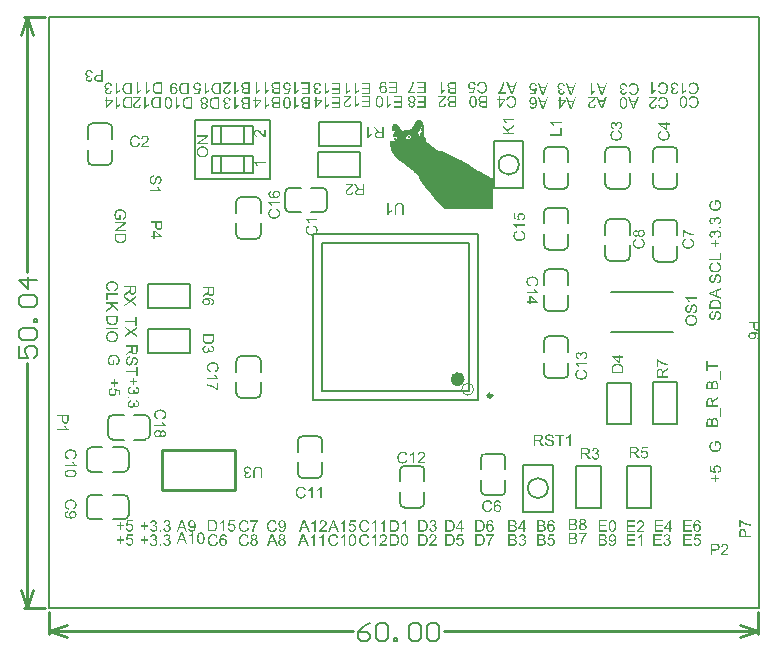
<source format=gto>
G04*
G04 #@! TF.GenerationSoftware,Altium Limited,Altium Designer,20.0.13 (296)*
G04*
G04 Layer_Color=65535*
%FSLAX24Y24*%
%MOIN*%
G70*
G01*
G75*
%ADD10C,0.0079*%
%ADD11C,0.0059*%
%ADD12C,0.0118*%
%ADD13C,0.0236*%
%ADD14C,0.0100*%
%ADD15C,0.0050*%
%ADD16C,0.0005*%
%ADD17C,0.0080*%
%ADD18C,0.0060*%
%ADD19C,0.0039*%
G36*
X22272Y4761D02*
X22277Y4760D01*
X22282Y4759D01*
X22288Y4758D01*
X22294Y4757D01*
X22308Y4754D01*
X22323Y4748D01*
X22331Y4745D01*
X22338Y4741D01*
X22346Y4736D01*
X22353Y4731D01*
X22354Y4730D01*
X22356Y4729D01*
X22358Y4727D01*
X22361Y4724D01*
X22364Y4720D01*
X22368Y4716D01*
X22372Y4710D01*
X22377Y4704D01*
X22381Y4697D01*
X22385Y4690D01*
X22389Y4681D01*
X22393Y4672D01*
X22396Y4663D01*
X22398Y4652D01*
X22399Y4641D01*
X22400Y4630D01*
Y4625D01*
X22399Y4621D01*
X22399Y4616D01*
X22398Y4611D01*
X22398Y4605D01*
X22396Y4599D01*
X22393Y4585D01*
X22388Y4571D01*
X22384Y4564D01*
X22381Y4557D01*
X22376Y4550D01*
X22371Y4544D01*
X22371Y4543D01*
X22370Y4542D01*
X22368Y4541D01*
X22366Y4539D01*
X22363Y4536D01*
X22359Y4533D01*
X22355Y4530D01*
X22350Y4527D01*
X22345Y4524D01*
X22339Y4520D01*
X22326Y4514D01*
X22310Y4509D01*
X22302Y4507D01*
X22293Y4506D01*
X22289Y4556D01*
X22290D01*
X22291D01*
X22292Y4556D01*
X22295Y4557D01*
X22301Y4559D01*
X22310Y4561D01*
X22318Y4564D01*
X22327Y4569D01*
X22336Y4574D01*
X22343Y4581D01*
X22344Y4582D01*
X22346Y4584D01*
X22349Y4588D01*
X22352Y4595D01*
X22356Y4601D01*
X22358Y4610D01*
X22361Y4619D01*
X22361Y4630D01*
Y4633D01*
X22361Y4635D01*
X22360Y4642D01*
X22358Y4650D01*
X22355Y4659D01*
X22351Y4668D01*
X22344Y4678D01*
X22340Y4683D01*
X22336Y4687D01*
X22335Y4688D01*
X22335Y4688D01*
X22333Y4690D01*
X22331Y4691D01*
X22325Y4695D01*
X22317Y4699D01*
X22308Y4703D01*
X22296Y4707D01*
X22282Y4710D01*
X22275Y4711D01*
X22267D01*
X22267D01*
X22266D01*
X22263D01*
X22261Y4711D01*
X22257D01*
X22253Y4710D01*
X22245Y4708D01*
X22234Y4706D01*
X22224Y4702D01*
X22214Y4696D01*
X22204Y4688D01*
X22204D01*
X22203Y4687D01*
X22200Y4685D01*
X22196Y4680D01*
X22192Y4673D01*
X22188Y4664D01*
X22184Y4654D01*
X22181Y4642D01*
X22180Y4636D01*
Y4625D01*
X22181Y4621D01*
X22181Y4615D01*
X22183Y4608D01*
X22185Y4602D01*
X22187Y4595D01*
X22191Y4587D01*
X22191Y4587D01*
X22192Y4585D01*
X22195Y4581D01*
X22198Y4577D01*
X22202Y4572D01*
X22207Y4568D01*
X22212Y4563D01*
X22218Y4559D01*
X22212Y4515D01*
X22014Y4552D01*
Y4743D01*
X22059D01*
Y4589D01*
X22163Y4569D01*
X22162Y4569D01*
X22162Y4570D01*
X22161Y4572D01*
X22159Y4575D01*
X22157Y4578D01*
X22155Y4582D01*
X22151Y4591D01*
X22146Y4602D01*
X22142Y4614D01*
X22140Y4627D01*
X22139Y4634D01*
Y4646D01*
X22139Y4650D01*
X22140Y4654D01*
X22140Y4659D01*
X22141Y4665D01*
X22143Y4671D01*
X22147Y4684D01*
X22150Y4691D01*
X22154Y4698D01*
X22157Y4706D01*
X22162Y4713D01*
X22167Y4719D01*
X22174Y4726D01*
X22174Y4727D01*
X22175Y4728D01*
X22177Y4729D01*
X22180Y4732D01*
X22184Y4734D01*
X22187Y4737D01*
X22192Y4741D01*
X22198Y4744D01*
X22204Y4747D01*
X22211Y4750D01*
X22219Y4753D01*
X22226Y4756D01*
X22235Y4758D01*
X22244Y4759D01*
X22253Y4761D01*
X22263Y4761D01*
X22264D01*
X22266D01*
X22268D01*
X22272Y4761D01*
D02*
G37*
G36*
X22226Y4349D02*
X22331D01*
Y4304D01*
X22226D01*
Y4200D01*
X22182D01*
Y4304D01*
X22078D01*
Y4349D01*
X22182D01*
Y4453D01*
X22226D01*
Y4349D01*
D02*
G37*
G36*
X22341Y5558D02*
X22341Y5557D01*
X22343Y5555D01*
X22345Y5552D01*
X22347Y5549D01*
X22350Y5545D01*
X22353Y5540D01*
X22357Y5535D01*
X22364Y5523D01*
X22372Y5510D01*
X22379Y5496D01*
X22385Y5481D01*
Y5480D01*
X22386Y5479D01*
X22386Y5477D01*
X22387Y5474D01*
X22388Y5470D01*
X22390Y5466D01*
X22391Y5461D01*
X22392Y5456D01*
X22395Y5444D01*
X22398Y5430D01*
X22399Y5415D01*
X22400Y5399D01*
Y5394D01*
X22399Y5390D01*
Y5385D01*
X22399Y5379D01*
X22398Y5372D01*
X22397Y5365D01*
X22394Y5349D01*
X22390Y5332D01*
X22384Y5314D01*
X22381Y5305D01*
X22376Y5296D01*
X22376Y5295D01*
X22375Y5294D01*
X22373Y5292D01*
X22372Y5288D01*
X22369Y5284D01*
X22366Y5280D01*
X22358Y5270D01*
X22348Y5259D01*
X22336Y5247D01*
X22322Y5236D01*
X22306Y5226D01*
X22306D01*
X22304Y5225D01*
X22302Y5224D01*
X22298Y5222D01*
X22294Y5221D01*
X22288Y5219D01*
X22283Y5217D01*
X22276Y5214D01*
X22269Y5212D01*
X22261Y5210D01*
X22252Y5208D01*
X22243Y5207D01*
X22224Y5204D01*
X22204Y5203D01*
X22203D01*
X22201D01*
X22198D01*
X22194Y5203D01*
X22189D01*
X22183Y5204D01*
X22177Y5205D01*
X22170Y5206D01*
X22162Y5207D01*
X22154Y5208D01*
X22136Y5213D01*
X22118Y5218D01*
X22099Y5226D01*
X22099Y5227D01*
X22097Y5227D01*
X22095Y5228D01*
X22091Y5231D01*
X22087Y5233D01*
X22083Y5235D01*
X22072Y5243D01*
X22060Y5253D01*
X22048Y5264D01*
X22036Y5278D01*
X22031Y5285D01*
X22026Y5293D01*
X22026Y5294D01*
X22025Y5295D01*
X22024Y5298D01*
X22023Y5301D01*
X22021Y5305D01*
X22019Y5310D01*
X22016Y5316D01*
X22014Y5323D01*
X22012Y5330D01*
X22010Y5338D01*
X22008Y5346D01*
X22007Y5355D01*
X22004Y5374D01*
X22003Y5384D01*
Y5402D01*
X22003Y5405D01*
Y5410D01*
X22004Y5420D01*
X22006Y5432D01*
X22009Y5444D01*
X22012Y5457D01*
X22016Y5470D01*
Y5471D01*
X22017Y5472D01*
X22018Y5474D01*
X22019Y5476D01*
X22022Y5482D01*
X22026Y5490D01*
X22031Y5498D01*
X22038Y5507D01*
X22045Y5515D01*
X22054Y5523D01*
X22055Y5524D01*
X22059Y5526D01*
X22064Y5530D01*
X22071Y5534D01*
X22080Y5539D01*
X22091Y5544D01*
X22103Y5549D01*
X22117Y5552D01*
X22129Y5506D01*
X22129D01*
X22128Y5506D01*
X22126Y5505D01*
X22124Y5505D01*
X22119Y5503D01*
X22113Y5501D01*
X22105Y5497D01*
X22098Y5494D01*
X22090Y5490D01*
X22083Y5485D01*
X22083Y5484D01*
X22080Y5482D01*
X22078Y5479D01*
X22074Y5475D01*
X22069Y5470D01*
X22065Y5464D01*
X22060Y5456D01*
X22056Y5448D01*
X22056Y5447D01*
X22055Y5444D01*
X22053Y5439D01*
X22051Y5433D01*
X22049Y5425D01*
X22048Y5416D01*
X22046Y5406D01*
X22046Y5395D01*
Y5389D01*
X22046Y5386D01*
Y5383D01*
X22047Y5375D01*
X22049Y5365D01*
X22050Y5355D01*
X22053Y5345D01*
X22057Y5335D01*
X22058Y5334D01*
X22059Y5330D01*
X22061Y5326D01*
X22064Y5320D01*
X22069Y5314D01*
X22073Y5307D01*
X22079Y5300D01*
X22085Y5294D01*
X22085Y5293D01*
X22088Y5291D01*
X22091Y5288D01*
X22096Y5285D01*
X22101Y5281D01*
X22108Y5277D01*
X22115Y5273D01*
X22123Y5269D01*
X22124D01*
X22125Y5269D01*
X22126Y5268D01*
X22129Y5267D01*
X22132Y5266D01*
X22136Y5265D01*
X22141Y5263D01*
X22146Y5262D01*
X22157Y5259D01*
X22171Y5257D01*
X22185Y5255D01*
X22200Y5255D01*
X22201D01*
X22202D01*
X22205D01*
X22209Y5255D01*
X22213D01*
X22219Y5256D01*
X22224Y5257D01*
X22230Y5257D01*
X22244Y5259D01*
X22258Y5262D01*
X22273Y5267D01*
X22287Y5272D01*
X22287D01*
X22288Y5273D01*
X22290Y5274D01*
X22292Y5275D01*
X22298Y5279D01*
X22306Y5285D01*
X22315Y5293D01*
X22323Y5302D01*
X22331Y5312D01*
X22338Y5324D01*
Y5324D01*
X22338Y5325D01*
X22339Y5327D01*
X22341Y5330D01*
X22342Y5333D01*
X22343Y5336D01*
X22346Y5345D01*
X22349Y5356D01*
X22352Y5369D01*
X22354Y5382D01*
X22354Y5396D01*
Y5401D01*
X22354Y5405D01*
Y5408D01*
X22353Y5416D01*
X22352Y5426D01*
X22350Y5437D01*
X22346Y5449D01*
X22342Y5460D01*
Y5461D01*
X22342Y5462D01*
X22341Y5463D01*
X22340Y5465D01*
X22337Y5471D01*
X22334Y5478D01*
X22330Y5486D01*
X22326Y5494D01*
X22321Y5502D01*
X22315Y5509D01*
X22243D01*
Y5395D01*
X22197D01*
Y5559D01*
X22340D01*
X22341Y5558D01*
D02*
G37*
G36*
X22293Y6984D02*
X22214Y6933D01*
X22213D01*
X22212Y6932D01*
X22210Y6931D01*
X22208Y6929D01*
X22202Y6925D01*
X22194Y6920D01*
X22186Y6914D01*
X22177Y6908D01*
X22169Y6902D01*
X22161Y6896D01*
X22160Y6896D01*
X22158Y6894D01*
X22155Y6891D01*
X22151Y6888D01*
X22142Y6879D01*
X22139Y6875D01*
X22135Y6870D01*
X22135Y6870D01*
X22134Y6869D01*
X22133Y6866D01*
X22131Y6863D01*
X22130Y6860D01*
X22128Y6856D01*
X22125Y6847D01*
Y6846D01*
X22125Y6845D01*
Y6843D01*
X22124Y6840D01*
X22124Y6836D01*
Y6832D01*
X22123Y6826D01*
Y6760D01*
X22293D01*
Y6709D01*
X21909D01*
Y6888D01*
X21910Y6892D01*
Y6897D01*
X21910Y6909D01*
X21912Y6921D01*
X21914Y6934D01*
X21917Y6946D01*
X21918Y6952D01*
X21920Y6957D01*
Y6958D01*
X21920Y6959D01*
X21922Y6962D01*
X21924Y6967D01*
X21928Y6973D01*
X21933Y6980D01*
X21940Y6987D01*
X21948Y6993D01*
X21957Y7000D01*
X21957D01*
X21958Y7001D01*
X21961Y7003D01*
X21967Y7005D01*
X21974Y7008D01*
X21982Y7011D01*
X21992Y7014D01*
X22003Y7016D01*
X22014Y7016D01*
X22015D01*
X22016D01*
X22018D01*
X22021Y7016D01*
X22025D01*
X22029Y7015D01*
X22038Y7013D01*
X22049Y7010D01*
X22061Y7005D01*
X22073Y6999D01*
X22078Y6994D01*
X22084Y6990D01*
X22084Y6989D01*
X22085Y6989D01*
X22086Y6987D01*
X22088Y6985D01*
X22090Y6982D01*
X22093Y6979D01*
X22095Y6974D01*
X22099Y6970D01*
X22101Y6964D01*
X22104Y6958D01*
X22108Y6951D01*
X22110Y6944D01*
X22113Y6936D01*
X22115Y6927D01*
X22117Y6918D01*
X22119Y6908D01*
X22119Y6909D01*
X22120Y6911D01*
X22122Y6915D01*
X22125Y6919D01*
X22131Y6929D01*
X22135Y6934D01*
X22138Y6939D01*
X22139Y6940D01*
X22142Y6942D01*
X22146Y6947D01*
X22152Y6952D01*
X22160Y6959D01*
X22168Y6966D01*
X22178Y6973D01*
X22189Y6981D01*
X22293Y7047D01*
Y6984D01*
D02*
G37*
G36*
X22400Y6360D02*
X22366D01*
Y6673D01*
X22400D01*
Y6360D01*
D02*
G37*
G36*
X22192Y6340D02*
X22199Y6339D01*
X22206Y6337D01*
X22215Y6335D01*
X22224Y6332D01*
X22232Y6329D01*
X22234Y6328D01*
X22236Y6326D01*
X22240Y6324D01*
X22246Y6321D01*
X22251Y6316D01*
X22257Y6312D01*
X22263Y6306D01*
X22268Y6300D01*
X22269Y6300D01*
X22271Y6298D01*
X22273Y6294D01*
X22275Y6289D01*
X22278Y6283D01*
X22282Y6275D01*
X22285Y6268D01*
X22287Y6258D01*
Y6257D01*
X22288Y6254D01*
X22289Y6248D01*
X22290Y6241D01*
X22291Y6232D01*
X22292Y6221D01*
X22293Y6210D01*
X22293Y6197D01*
Y6050D01*
X21909D01*
Y6201D01*
X21910Y6205D01*
Y6209D01*
X21911Y6219D01*
X21912Y6230D01*
X21914Y6242D01*
X21917Y6254D01*
X21921Y6264D01*
Y6265D01*
X21922Y6265D01*
X21923Y6269D01*
X21926Y6274D01*
X21930Y6279D01*
X21935Y6286D01*
X21941Y6293D01*
X21949Y6300D01*
X21957Y6306D01*
X21958Y6306D01*
X21962Y6308D01*
X21966Y6311D01*
X21973Y6314D01*
X21980Y6316D01*
X21989Y6319D01*
X21998Y6321D01*
X22008Y6321D01*
X22009D01*
X22011D01*
X22016Y6321D01*
X22023Y6320D01*
X22030Y6318D01*
X22038Y6315D01*
X22045Y6312D01*
X22054Y6308D01*
X22055Y6307D01*
X22057Y6305D01*
X22061Y6302D01*
X22066Y6298D01*
X22071Y6292D01*
X22078Y6285D01*
X22083Y6277D01*
X22089Y6268D01*
Y6268D01*
X22089Y6269D01*
X22090Y6271D01*
X22091Y6273D01*
X22093Y6280D01*
X22097Y6288D01*
X22102Y6296D01*
X22108Y6305D01*
X22115Y6314D01*
X22124Y6321D01*
X22125Y6322D01*
X22129Y6324D01*
X22134Y6327D01*
X22140Y6331D01*
X22149Y6334D01*
X22159Y6337D01*
X22170Y6340D01*
X22182Y6340D01*
X22182D01*
X22183D01*
X22186D01*
X22192Y6340D01*
D02*
G37*
G36*
X21955Y8097D02*
X22293D01*
Y8046D01*
X21955D01*
Y7919D01*
X21909D01*
Y8223D01*
X21955D01*
Y8097D01*
D02*
G37*
G36*
X22400Y7600D02*
X22366D01*
Y7912D01*
X22400D01*
Y7600D01*
D02*
G37*
G36*
X22192Y7579D02*
X22199Y7578D01*
X22206Y7577D01*
X22215Y7575D01*
X22224Y7572D01*
X22232Y7568D01*
X22234Y7567D01*
X22236Y7566D01*
X22240Y7564D01*
X22246Y7560D01*
X22251Y7556D01*
X22257Y7551D01*
X22263Y7546D01*
X22268Y7540D01*
X22269Y7539D01*
X22271Y7537D01*
X22273Y7533D01*
X22275Y7528D01*
X22278Y7522D01*
X22282Y7515D01*
X22285Y7507D01*
X22287Y7498D01*
Y7496D01*
X22288Y7493D01*
X22289Y7488D01*
X22290Y7480D01*
X22291Y7471D01*
X22292Y7461D01*
X22293Y7449D01*
X22293Y7436D01*
Y7289D01*
X21909D01*
Y7440D01*
X21910Y7444D01*
Y7449D01*
X21911Y7459D01*
X21912Y7470D01*
X21914Y7481D01*
X21917Y7493D01*
X21921Y7504D01*
Y7504D01*
X21922Y7505D01*
X21923Y7508D01*
X21926Y7513D01*
X21930Y7519D01*
X21935Y7525D01*
X21941Y7532D01*
X21949Y7539D01*
X21957Y7545D01*
X21958Y7546D01*
X21962Y7547D01*
X21966Y7550D01*
X21973Y7553D01*
X21980Y7556D01*
X21989Y7559D01*
X21998Y7560D01*
X22008Y7561D01*
X22009D01*
X22011D01*
X22016Y7560D01*
X22023Y7559D01*
X22030Y7557D01*
X22038Y7555D01*
X22045Y7551D01*
X22054Y7547D01*
X22055Y7546D01*
X22057Y7545D01*
X22061Y7541D01*
X22066Y7537D01*
X22071Y7531D01*
X22078Y7525D01*
X22083Y7516D01*
X22089Y7507D01*
Y7508D01*
X22089Y7509D01*
X22090Y7510D01*
X22091Y7513D01*
X22093Y7519D01*
X22097Y7527D01*
X22102Y7535D01*
X22108Y7545D01*
X22115Y7553D01*
X22124Y7561D01*
X22125Y7561D01*
X22129Y7564D01*
X22134Y7567D01*
X22140Y7570D01*
X22149Y7574D01*
X22159Y7577D01*
X22170Y7579D01*
X22182Y7580D01*
X22182D01*
X22183D01*
X22186D01*
X22192Y7579D01*
D02*
G37*
G36*
X22341Y13595D02*
X22341Y13594D01*
X22343Y13592D01*
X22345Y13589D01*
X22347Y13586D01*
X22350Y13582D01*
X22353Y13577D01*
X22357Y13572D01*
X22364Y13560D01*
X22372Y13547D01*
X22379Y13533D01*
X22385Y13518D01*
Y13517D01*
X22386Y13516D01*
X22386Y13514D01*
X22387Y13511D01*
X22388Y13507D01*
X22390Y13503D01*
X22391Y13498D01*
X22392Y13493D01*
X22395Y13481D01*
X22398Y13467D01*
X22399Y13452D01*
X22400Y13436D01*
Y13431D01*
X22399Y13427D01*
Y13422D01*
X22399Y13416D01*
X22398Y13409D01*
X22397Y13402D01*
X22394Y13386D01*
X22390Y13369D01*
X22384Y13351D01*
X22381Y13342D01*
X22376Y13333D01*
X22376Y13332D01*
X22375Y13331D01*
X22373Y13329D01*
X22372Y13325D01*
X22369Y13321D01*
X22366Y13317D01*
X22358Y13307D01*
X22348Y13296D01*
X22336Y13284D01*
X22322Y13273D01*
X22306Y13263D01*
X22306D01*
X22304Y13262D01*
X22302Y13261D01*
X22298Y13259D01*
X22294Y13258D01*
X22288Y13256D01*
X22283Y13254D01*
X22276Y13251D01*
X22269Y13249D01*
X22261Y13247D01*
X22252Y13245D01*
X22243Y13244D01*
X22224Y13241D01*
X22204Y13240D01*
X22203D01*
X22201D01*
X22198D01*
X22194Y13240D01*
X22189D01*
X22183Y13241D01*
X22177Y13242D01*
X22170Y13243D01*
X22162Y13244D01*
X22154Y13245D01*
X22136Y13250D01*
X22118Y13255D01*
X22099Y13263D01*
X22099Y13264D01*
X22097Y13264D01*
X22095Y13265D01*
X22091Y13268D01*
X22087Y13270D01*
X22083Y13273D01*
X22072Y13280D01*
X22060Y13290D01*
X22048Y13301D01*
X22036Y13315D01*
X22031Y13322D01*
X22026Y13330D01*
X22026Y13331D01*
X22025Y13332D01*
X22024Y13335D01*
X22023Y13338D01*
X22021Y13342D01*
X22019Y13347D01*
X22016Y13353D01*
X22014Y13360D01*
X22012Y13367D01*
X22010Y13375D01*
X22008Y13383D01*
X22007Y13392D01*
X22004Y13411D01*
X22003Y13421D01*
Y13439D01*
X22003Y13442D01*
Y13447D01*
X22004Y13457D01*
X22006Y13469D01*
X22009Y13481D01*
X22012Y13495D01*
X22016Y13507D01*
Y13508D01*
X22017Y13509D01*
X22018Y13511D01*
X22019Y13513D01*
X22022Y13519D01*
X22026Y13527D01*
X22031Y13535D01*
X22038Y13544D01*
X22045Y13552D01*
X22054Y13560D01*
X22055Y13561D01*
X22059Y13563D01*
X22064Y13567D01*
X22071Y13571D01*
X22080Y13576D01*
X22091Y13581D01*
X22103Y13586D01*
X22117Y13589D01*
X22129Y13543D01*
X22129D01*
X22128Y13543D01*
X22126Y13542D01*
X22124Y13542D01*
X22119Y13540D01*
X22113Y13538D01*
X22105Y13534D01*
X22098Y13531D01*
X22090Y13527D01*
X22083Y13522D01*
X22083Y13521D01*
X22080Y13519D01*
X22078Y13516D01*
X22074Y13512D01*
X22069Y13507D01*
X22065Y13501D01*
X22060Y13493D01*
X22056Y13485D01*
X22056Y13484D01*
X22055Y13481D01*
X22053Y13476D01*
X22051Y13470D01*
X22049Y13462D01*
X22048Y13453D01*
X22046Y13443D01*
X22046Y13432D01*
Y13426D01*
X22046Y13423D01*
Y13420D01*
X22047Y13412D01*
X22049Y13402D01*
X22050Y13392D01*
X22053Y13382D01*
X22057Y13372D01*
X22058Y13371D01*
X22059Y13367D01*
X22061Y13363D01*
X22064Y13357D01*
X22069Y13351D01*
X22073Y13344D01*
X22079Y13337D01*
X22085Y13331D01*
X22085Y13330D01*
X22088Y13328D01*
X22091Y13325D01*
X22096Y13322D01*
X22101Y13318D01*
X22108Y13314D01*
X22115Y13310D01*
X22123Y13306D01*
X22124D01*
X22125Y13306D01*
X22126Y13305D01*
X22129Y13304D01*
X22132Y13303D01*
X22136Y13302D01*
X22141Y13300D01*
X22146Y13299D01*
X22157Y13296D01*
X22171Y13294D01*
X22185Y13292D01*
X22200Y13292D01*
X22201D01*
X22202D01*
X22205D01*
X22209Y13292D01*
X22213D01*
X22219Y13293D01*
X22224Y13294D01*
X22230Y13294D01*
X22244Y13296D01*
X22258Y13299D01*
X22273Y13304D01*
X22287Y13309D01*
X22287D01*
X22288Y13310D01*
X22290Y13311D01*
X22292Y13312D01*
X22298Y13316D01*
X22306Y13322D01*
X22315Y13330D01*
X22323Y13339D01*
X22331Y13349D01*
X22338Y13361D01*
Y13361D01*
X22338Y13362D01*
X22339Y13364D01*
X22341Y13367D01*
X22342Y13370D01*
X22343Y13374D01*
X22346Y13382D01*
X22349Y13393D01*
X22352Y13406D01*
X22354Y13419D01*
X22354Y13433D01*
Y13438D01*
X22354Y13442D01*
Y13445D01*
X22353Y13453D01*
X22352Y13463D01*
X22350Y13474D01*
X22346Y13486D01*
X22342Y13497D01*
Y13498D01*
X22342Y13499D01*
X22341Y13500D01*
X22340Y13502D01*
X22337Y13508D01*
X22334Y13515D01*
X22330Y13523D01*
X22326Y13531D01*
X22321Y13539D01*
X22315Y13546D01*
X22243D01*
Y13432D01*
X22197D01*
Y13596D01*
X22340D01*
X22341Y13595D01*
D02*
G37*
G36*
X22288Y13038D02*
X22293Y13038D01*
X22298Y13037D01*
X22303Y13035D01*
X22310Y13034D01*
X22323Y13030D01*
X22330Y13027D01*
X22337Y13023D01*
X22344Y13019D01*
X22351Y13014D01*
X22358Y13008D01*
X22365Y13002D01*
X22366Y13001D01*
X22367Y13000D01*
X22368Y12998D01*
X22371Y12995D01*
X22373Y12992D01*
X22376Y12987D01*
X22379Y12982D01*
X22382Y12976D01*
X22386Y12970D01*
X22389Y12963D01*
X22392Y12956D01*
X22394Y12947D01*
X22397Y12938D01*
X22398Y12929D01*
X22399Y12919D01*
X22400Y12909D01*
Y12904D01*
X22399Y12901D01*
X22399Y12896D01*
X22398Y12891D01*
X22397Y12886D01*
X22396Y12879D01*
X22393Y12866D01*
X22387Y12852D01*
X22384Y12845D01*
X22380Y12838D01*
X22375Y12832D01*
X22370Y12825D01*
X22369Y12825D01*
X22368Y12823D01*
X22367Y12822D01*
X22364Y12820D01*
X22362Y12817D01*
X22358Y12815D01*
X22354Y12811D01*
X22349Y12808D01*
X22343Y12805D01*
X22338Y12801D01*
X22325Y12795D01*
X22309Y12790D01*
X22301Y12788D01*
X22292Y12787D01*
X22286Y12835D01*
X22286D01*
X22287Y12835D01*
X22290Y12836D01*
X22292Y12836D01*
X22296Y12837D01*
X22300Y12838D01*
X22308Y12841D01*
X22318Y12845D01*
X22327Y12850D01*
X22336Y12855D01*
X22344Y12862D01*
X22345Y12863D01*
X22347Y12865D01*
X22350Y12869D01*
X22352Y12875D01*
X22356Y12882D01*
X22358Y12890D01*
X22361Y12899D01*
X22361Y12909D01*
Y12913D01*
X22361Y12915D01*
X22360Y12921D01*
X22358Y12929D01*
X22356Y12938D01*
X22352Y12947D01*
X22346Y12957D01*
X22338Y12966D01*
X22337Y12967D01*
X22334Y12969D01*
X22329Y12973D01*
X22322Y12977D01*
X22314Y12982D01*
X22305Y12985D01*
X22293Y12988D01*
X22281Y12989D01*
X22281D01*
X22280D01*
X22278D01*
X22276Y12988D01*
X22270Y12988D01*
X22262Y12986D01*
X22253Y12984D01*
X22245Y12980D01*
X22236Y12974D01*
X22227Y12967D01*
X22226Y12966D01*
X22224Y12963D01*
X22221Y12959D01*
X22217Y12953D01*
X22213Y12945D01*
X22210Y12936D01*
X22207Y12925D01*
X22206Y12913D01*
Y12908D01*
X22207Y12904D01*
X22207Y12899D01*
X22209Y12894D01*
X22210Y12887D01*
X22211Y12880D01*
X22170Y12886D01*
Y12888D01*
X22170Y12891D01*
Y12898D01*
X22169Y12904D01*
X22168Y12911D01*
X22166Y12919D01*
X22164Y12929D01*
X22160Y12938D01*
X22155Y12947D01*
Y12948D01*
X22154Y12948D01*
X22152Y12951D01*
X22148Y12955D01*
X22143Y12959D01*
X22136Y12964D01*
X22127Y12968D01*
X22118Y12970D01*
X22113Y12972D01*
X22106D01*
X22106D01*
X22105D01*
X22102D01*
X22098Y12970D01*
X22091Y12969D01*
X22085Y12967D01*
X22078Y12964D01*
X22070Y12960D01*
X22064Y12954D01*
X22063Y12953D01*
X22061Y12951D01*
X22058Y12947D01*
X22055Y12942D01*
X22052Y12935D01*
X22049Y12927D01*
X22047Y12918D01*
X22046Y12908D01*
Y12904D01*
X22048Y12899D01*
X22049Y12892D01*
X22051Y12885D01*
X22054Y12878D01*
X22058Y12870D01*
X22064Y12863D01*
X22064Y12862D01*
X22067Y12860D01*
X22071Y12857D01*
X22076Y12853D01*
X22084Y12849D01*
X22093Y12845D01*
X22103Y12842D01*
X22115Y12840D01*
X22107Y12792D01*
X22106D01*
X22105Y12793D01*
X22103Y12793D01*
X22099Y12794D01*
X22095Y12795D01*
X22091Y12797D01*
X22080Y12800D01*
X22068Y12806D01*
X22056Y12812D01*
X22044Y12821D01*
X22034Y12831D01*
X22033Y12832D01*
X22033Y12833D01*
X22031Y12835D01*
X22030Y12837D01*
X22028Y12840D01*
X22025Y12843D01*
X22023Y12847D01*
X22020Y12852D01*
X22016Y12863D01*
X22011Y12876D01*
X22009Y12891D01*
X22008Y12899D01*
Y12913D01*
X22008Y12919D01*
X22009Y12926D01*
X22011Y12935D01*
X22014Y12945D01*
X22017Y12955D01*
X22021Y12965D01*
Y12966D01*
X22022Y12966D01*
X22024Y12969D01*
X22027Y12974D01*
X22031Y12980D01*
X22036Y12987D01*
X22043Y12993D01*
X22050Y13000D01*
X22058Y13005D01*
X22059Y13006D01*
X22062Y13008D01*
X22067Y13010D01*
X22073Y13013D01*
X22080Y13015D01*
X22089Y13018D01*
X22098Y13019D01*
X22108Y13020D01*
X22109D01*
X22112D01*
X22116Y13019D01*
X22122Y13018D01*
X22130Y13017D01*
X22137Y13014D01*
X22145Y13010D01*
X22153Y13006D01*
X22154Y13005D01*
X22156Y13004D01*
X22160Y13000D01*
X22165Y12996D01*
X22170Y12990D01*
X22175Y12984D01*
X22180Y12976D01*
X22185Y12967D01*
Y12967D01*
X22186Y12968D01*
X22186Y12970D01*
X22187Y12972D01*
X22189Y12978D01*
X22192Y12986D01*
X22197Y12995D01*
X22202Y13004D01*
X22210Y13012D01*
X22218Y13020D01*
X22219Y13020D01*
X22222Y13023D01*
X22228Y13026D01*
X22235Y13029D01*
X22244Y13033D01*
X22255Y13036D01*
X22267Y13038D01*
X22280Y13039D01*
X22281D01*
X22282D01*
X22285D01*
X22288Y13038D01*
D02*
G37*
G36*
X22393Y12664D02*
X22339D01*
Y12718D01*
X22393D01*
Y12664D01*
D02*
G37*
G36*
X22288Y12590D02*
X22293Y12590D01*
X22298Y12589D01*
X22303Y12588D01*
X22310Y12586D01*
X22323Y12582D01*
X22330Y12579D01*
X22337Y12575D01*
X22344Y12571D01*
X22351Y12566D01*
X22358Y12560D01*
X22365Y12554D01*
X22366Y12553D01*
X22367Y12552D01*
X22368Y12550D01*
X22371Y12547D01*
X22373Y12544D01*
X22376Y12539D01*
X22379Y12534D01*
X22382Y12528D01*
X22386Y12522D01*
X22389Y12515D01*
X22392Y12508D01*
X22394Y12499D01*
X22397Y12490D01*
X22398Y12481D01*
X22399Y12472D01*
X22400Y12461D01*
Y12456D01*
X22399Y12453D01*
X22399Y12448D01*
X22398Y12443D01*
X22397Y12438D01*
X22396Y12432D01*
X22393Y12418D01*
X22387Y12404D01*
X22384Y12397D01*
X22380Y12391D01*
X22375Y12384D01*
X22370Y12377D01*
X22369Y12377D01*
X22368Y12376D01*
X22367Y12374D01*
X22364Y12372D01*
X22362Y12369D01*
X22358Y12367D01*
X22354Y12363D01*
X22349Y12360D01*
X22343Y12357D01*
X22338Y12353D01*
X22325Y12347D01*
X22309Y12342D01*
X22301Y12341D01*
X22292Y12339D01*
X22286Y12387D01*
X22286D01*
X22287Y12387D01*
X22290Y12388D01*
X22292Y12388D01*
X22296Y12389D01*
X22300Y12390D01*
X22308Y12393D01*
X22318Y12397D01*
X22327Y12402D01*
X22336Y12407D01*
X22344Y12414D01*
X22345Y12415D01*
X22347Y12417D01*
X22350Y12422D01*
X22352Y12427D01*
X22356Y12434D01*
X22358Y12442D01*
X22361Y12452D01*
X22361Y12462D01*
Y12465D01*
X22361Y12467D01*
X22360Y12473D01*
X22358Y12481D01*
X22356Y12490D01*
X22352Y12499D01*
X22346Y12509D01*
X22338Y12518D01*
X22337Y12519D01*
X22334Y12521D01*
X22329Y12525D01*
X22322Y12529D01*
X22314Y12534D01*
X22305Y12537D01*
X22293Y12540D01*
X22281Y12541D01*
X22281D01*
X22280D01*
X22278D01*
X22276Y12540D01*
X22270Y12540D01*
X22262Y12538D01*
X22253Y12536D01*
X22245Y12532D01*
X22236Y12526D01*
X22227Y12519D01*
X22226Y12518D01*
X22224Y12515D01*
X22221Y12511D01*
X22217Y12505D01*
X22213Y12497D01*
X22210Y12488D01*
X22207Y12477D01*
X22206Y12465D01*
Y12460D01*
X22207Y12457D01*
X22207Y12452D01*
X22209Y12446D01*
X22210Y12439D01*
X22211Y12432D01*
X22170Y12438D01*
Y12440D01*
X22170Y12443D01*
Y12450D01*
X22169Y12456D01*
X22168Y12463D01*
X22166Y12472D01*
X22164Y12481D01*
X22160Y12490D01*
X22155Y12499D01*
Y12500D01*
X22154Y12500D01*
X22152Y12503D01*
X22148Y12507D01*
X22143Y12512D01*
X22136Y12516D01*
X22127Y12520D01*
X22118Y12523D01*
X22113Y12524D01*
X22106D01*
X22106D01*
X22105D01*
X22102D01*
X22098Y12523D01*
X22091Y12521D01*
X22085Y12519D01*
X22078Y12516D01*
X22070Y12512D01*
X22064Y12506D01*
X22063Y12505D01*
X22061Y12503D01*
X22058Y12499D01*
X22055Y12494D01*
X22052Y12487D01*
X22049Y12479D01*
X22047Y12470D01*
X22046Y12460D01*
Y12456D01*
X22048Y12451D01*
X22049Y12444D01*
X22051Y12437D01*
X22054Y12430D01*
X22058Y12422D01*
X22064Y12415D01*
X22064Y12414D01*
X22067Y12412D01*
X22071Y12409D01*
X22076Y12405D01*
X22084Y12401D01*
X22093Y12397D01*
X22103Y12394D01*
X22115Y12392D01*
X22107Y12344D01*
X22106D01*
X22105Y12345D01*
X22103Y12346D01*
X22099Y12346D01*
X22095Y12347D01*
X22091Y12349D01*
X22080Y12352D01*
X22068Y12358D01*
X22056Y12364D01*
X22044Y12373D01*
X22034Y12383D01*
X22033Y12384D01*
X22033Y12385D01*
X22031Y12387D01*
X22030Y12389D01*
X22028Y12392D01*
X22025Y12396D01*
X22023Y12399D01*
X22020Y12404D01*
X22016Y12415D01*
X22011Y12428D01*
X22009Y12443D01*
X22008Y12451D01*
Y12465D01*
X22008Y12471D01*
X22009Y12478D01*
X22011Y12487D01*
X22014Y12497D01*
X22017Y12507D01*
X22021Y12517D01*
Y12518D01*
X22022Y12518D01*
X22024Y12521D01*
X22027Y12526D01*
X22031Y12532D01*
X22036Y12539D01*
X22043Y12545D01*
X22050Y12552D01*
X22058Y12558D01*
X22059Y12558D01*
X22062Y12560D01*
X22067Y12562D01*
X22073Y12565D01*
X22080Y12568D01*
X22089Y12570D01*
X22098Y12571D01*
X22108Y12572D01*
X22109D01*
X22112D01*
X22116Y12571D01*
X22122Y12570D01*
X22130Y12569D01*
X22137Y12566D01*
X22145Y12563D01*
X22153Y12558D01*
X22154Y12558D01*
X22156Y12556D01*
X22160Y12553D01*
X22165Y12548D01*
X22170Y12543D01*
X22175Y12536D01*
X22180Y12528D01*
X22185Y12519D01*
Y12519D01*
X22186Y12520D01*
X22186Y12522D01*
X22187Y12524D01*
X22189Y12530D01*
X22192Y12538D01*
X22197Y12547D01*
X22202Y12556D01*
X22210Y12564D01*
X22218Y12572D01*
X22219Y12573D01*
X22222Y12575D01*
X22228Y12578D01*
X22235Y12581D01*
X22244Y12585D01*
X22255Y12588D01*
X22267Y12590D01*
X22280Y12591D01*
X22281D01*
X22282D01*
X22285D01*
X22288Y12590D01*
D02*
G37*
G36*
X22226Y12181D02*
X22331D01*
Y12137D01*
X22226D01*
Y12033D01*
X22182D01*
Y12137D01*
X22078D01*
Y12181D01*
X22182D01*
Y12286D01*
X22226D01*
Y12181D01*
D02*
G37*
G36*
X22393Y10617D02*
X22277Y10572D01*
Y10411D01*
X22393Y10369D01*
Y10316D01*
X22009Y10462D01*
Y10518D01*
X22393Y10675D01*
Y10617D01*
D02*
G37*
G36*
X22211Y10287D02*
X22215D01*
X22226Y10287D01*
X22238Y10285D01*
X22251Y10283D01*
X22264Y10281D01*
X22277Y10277D01*
X22278D01*
X22279Y10277D01*
X22281Y10276D01*
X22283Y10276D01*
X22289Y10273D01*
X22297Y10270D01*
X22306Y10267D01*
X22315Y10262D01*
X22324Y10257D01*
X22333Y10251D01*
X22334Y10251D01*
X22337Y10249D01*
X22341Y10245D01*
X22346Y10241D01*
X22351Y10236D01*
X22357Y10230D01*
X22363Y10224D01*
X22368Y10216D01*
X22368Y10215D01*
X22370Y10213D01*
X22372Y10209D01*
X22375Y10204D01*
X22378Y10197D01*
X22381Y10189D01*
X22384Y10180D01*
X22387Y10170D01*
Y10169D01*
X22388Y10167D01*
X22388Y10166D01*
X22389Y10160D01*
X22390Y10152D01*
X22391Y10144D01*
X22392Y10133D01*
X22393Y10121D01*
X22393Y10109D01*
Y9970D01*
X22009D01*
Y10118D01*
X22010Y10128D01*
X22010Y10139D01*
X22011Y10150D01*
X22013Y10161D01*
X22015Y10171D01*
Y10171D01*
X22015Y10172D01*
Y10174D01*
X22016Y10176D01*
X22018Y10182D01*
X22021Y10190D01*
X22025Y10199D01*
X22030Y10209D01*
X22035Y10218D01*
X22043Y10227D01*
X22043Y10227D01*
X22044Y10228D01*
X22045Y10230D01*
X22047Y10232D01*
X22053Y10237D01*
X22060Y10244D01*
X22070Y10251D01*
X22081Y10259D01*
X22094Y10266D01*
X22108Y10272D01*
X22109D01*
X22110Y10273D01*
X22112Y10274D01*
X22115Y10275D01*
X22119Y10276D01*
X22124Y10277D01*
X22129Y10278D01*
X22135Y10280D01*
X22141Y10282D01*
X22148Y10283D01*
X22164Y10286D01*
X22181Y10287D01*
X22200Y10288D01*
X22200D01*
X22201D01*
X22204D01*
X22207D01*
X22211Y10287D01*
D02*
G37*
G36*
X22297Y9899D02*
X22305Y9898D01*
X22313Y9896D01*
X22323Y9893D01*
X22333Y9889D01*
X22343Y9883D01*
X22344D01*
X22345Y9882D01*
X22348Y9879D01*
X22353Y9876D01*
X22358Y9870D01*
X22365Y9863D01*
X22372Y9854D01*
X22379Y9844D01*
X22385Y9832D01*
Y9832D01*
X22386Y9831D01*
X22386Y9829D01*
X22387Y9827D01*
X22388Y9823D01*
X22390Y9819D01*
X22392Y9811D01*
X22395Y9800D01*
X22398Y9787D01*
X22399Y9773D01*
X22400Y9758D01*
Y9750D01*
X22399Y9745D01*
Y9740D01*
X22399Y9735D01*
X22398Y9728D01*
X22396Y9714D01*
X22394Y9700D01*
X22390Y9685D01*
X22385Y9671D01*
Y9671D01*
X22384Y9670D01*
X22383Y9668D01*
X22382Y9666D01*
X22379Y9659D01*
X22374Y9651D01*
X22367Y9642D01*
X22359Y9633D01*
X22350Y9624D01*
X22339Y9616D01*
X22339D01*
X22338Y9615D01*
X22336Y9614D01*
X22334Y9612D01*
X22331Y9611D01*
X22328Y9610D01*
X22320Y9606D01*
X22309Y9602D01*
X22297Y9599D01*
X22284Y9596D01*
X22270Y9595D01*
X22266Y9643D01*
X22266D01*
X22267D01*
X22268Y9644D01*
X22271D01*
X22276Y9645D01*
X22283Y9646D01*
X22290Y9649D01*
X22298Y9651D01*
X22306Y9655D01*
X22313Y9659D01*
X22314Y9659D01*
X22316Y9661D01*
X22320Y9664D01*
X22324Y9668D01*
X22329Y9674D01*
X22334Y9680D01*
X22339Y9688D01*
X22343Y9697D01*
Y9697D01*
X22344Y9698D01*
X22345Y9700D01*
X22345Y9701D01*
X22347Y9707D01*
X22349Y9714D01*
X22351Y9723D01*
X22353Y9733D01*
X22354Y9744D01*
X22354Y9756D01*
Y9761D01*
X22354Y9767D01*
X22353Y9773D01*
X22352Y9781D01*
X22351Y9790D01*
X22349Y9799D01*
X22346Y9807D01*
X22346Y9808D01*
X22345Y9811D01*
X22342Y9815D01*
X22340Y9820D01*
X22336Y9825D01*
X22332Y9831D01*
X22328Y9836D01*
X22322Y9841D01*
X22322Y9841D01*
X22320Y9842D01*
X22317Y9844D01*
X22312Y9846D01*
X22308Y9848D01*
X22302Y9850D01*
X22296Y9851D01*
X22290Y9852D01*
X22289D01*
X22286D01*
X22283Y9851D01*
X22278Y9851D01*
X22274Y9849D01*
X22268Y9847D01*
X22263Y9844D01*
X22258Y9841D01*
X22257Y9840D01*
X22256Y9838D01*
X22253Y9836D01*
X22250Y9832D01*
X22247Y9828D01*
X22243Y9822D01*
X22239Y9814D01*
X22236Y9806D01*
X22235Y9806D01*
X22235Y9803D01*
X22233Y9798D01*
X22232Y9796D01*
X22231Y9792D01*
X22230Y9788D01*
X22229Y9783D01*
X22227Y9777D01*
X22225Y9771D01*
X22224Y9764D01*
X22221Y9756D01*
X22219Y9747D01*
X22217Y9738D01*
Y9737D01*
X22216Y9736D01*
X22216Y9733D01*
X22215Y9730D01*
X22214Y9725D01*
X22212Y9720D01*
X22209Y9709D01*
X22205Y9697D01*
X22201Y9684D01*
X22197Y9673D01*
X22195Y9668D01*
X22193Y9664D01*
Y9663D01*
X22192Y9662D01*
X22190Y9659D01*
X22187Y9654D01*
X22183Y9649D01*
X22178Y9642D01*
X22172Y9635D01*
X22165Y9629D01*
X22157Y9623D01*
X22156Y9622D01*
X22153Y9621D01*
X22149Y9619D01*
X22143Y9616D01*
X22136Y9614D01*
X22127Y9612D01*
X22119Y9610D01*
X22109Y9610D01*
X22109D01*
X22108D01*
X22106D01*
X22104D01*
X22099Y9611D01*
X22091Y9612D01*
X22083Y9614D01*
X22074Y9616D01*
X22064Y9620D01*
X22055Y9626D01*
X22054D01*
X22054Y9626D01*
X22050Y9629D01*
X22046Y9633D01*
X22040Y9638D01*
X22034Y9645D01*
X22028Y9653D01*
X22021Y9663D01*
X22016Y9674D01*
Y9675D01*
X22015Y9676D01*
X22015Y9677D01*
X22014Y9680D01*
X22013Y9682D01*
X22011Y9686D01*
X22009Y9695D01*
X22007Y9705D01*
X22005Y9717D01*
X22003Y9730D01*
X22003Y9745D01*
Y9752D01*
X22003Y9756D01*
Y9760D01*
X22004Y9770D01*
X22006Y9782D01*
X22009Y9794D01*
X22012Y9807D01*
X22016Y9819D01*
Y9820D01*
X22017Y9821D01*
X22018Y9823D01*
X22019Y9825D01*
X22022Y9831D01*
X22027Y9838D01*
X22033Y9846D01*
X22040Y9854D01*
X22048Y9862D01*
X22058Y9869D01*
X22058D01*
X22059Y9870D01*
X22060Y9871D01*
X22062Y9872D01*
X22068Y9875D01*
X22075Y9878D01*
X22084Y9882D01*
X22094Y9885D01*
X22105Y9888D01*
X22118Y9889D01*
X22121Y9840D01*
X22121D01*
X22120D01*
X22118Y9839D01*
X22115Y9839D01*
X22109Y9837D01*
X22101Y9835D01*
X22092Y9832D01*
X22083Y9827D01*
X22075Y9821D01*
X22067Y9813D01*
X22066Y9812D01*
X22064Y9809D01*
X22061Y9803D01*
X22058Y9796D01*
X22054Y9787D01*
X22051Y9776D01*
X22049Y9762D01*
X22048Y9746D01*
Y9738D01*
X22049Y9735D01*
X22049Y9731D01*
X22050Y9721D01*
X22053Y9710D01*
X22055Y9698D01*
X22060Y9688D01*
X22063Y9684D01*
X22065Y9679D01*
X22066Y9678D01*
X22068Y9676D01*
X22072Y9672D01*
X22076Y9669D01*
X22083Y9665D01*
X22089Y9662D01*
X22097Y9660D01*
X22106Y9659D01*
X22107D01*
X22109D01*
X22113Y9659D01*
X22118Y9660D01*
X22123Y9662D01*
X22129Y9665D01*
X22134Y9668D01*
X22140Y9673D01*
X22140Y9674D01*
X22142Y9676D01*
X22144Y9679D01*
X22145Y9681D01*
X22146Y9684D01*
X22149Y9688D01*
X22150Y9693D01*
X22152Y9698D01*
X22155Y9705D01*
X22157Y9712D01*
X22160Y9720D01*
X22162Y9728D01*
X22165Y9738D01*
X22167Y9750D01*
Y9750D01*
X22168Y9752D01*
X22169Y9756D01*
X22170Y9760D01*
X22171Y9765D01*
X22172Y9771D01*
X22174Y9777D01*
X22176Y9783D01*
X22180Y9798D01*
X22184Y9812D01*
X22186Y9818D01*
X22188Y9824D01*
X22190Y9830D01*
X22192Y9834D01*
Y9835D01*
X22192Y9836D01*
X22194Y9838D01*
X22195Y9840D01*
X22198Y9846D01*
X22202Y9853D01*
X22209Y9862D01*
X22215Y9870D01*
X22223Y9878D01*
X22231Y9884D01*
X22232Y9885D01*
X22235Y9887D01*
X22240Y9889D01*
X22247Y9893D01*
X22255Y9896D01*
X22264Y9898D01*
X22275Y9900D01*
X22286Y9901D01*
X22286D01*
X22287D01*
X22288D01*
X22291D01*
X22297Y9899D01*
D02*
G37*
G36*
X22393Y11588D02*
X22009D01*
Y11639D01*
X22348D01*
Y11828D01*
X22393D01*
Y11588D01*
D02*
G37*
G36*
X22275Y11527D02*
X22278Y11526D01*
X22282Y11524D01*
X22287Y11522D01*
X22293Y11520D01*
X22300Y11517D01*
X22307Y11514D01*
X22323Y11506D01*
X22338Y11496D01*
X22346Y11490D01*
X22354Y11484D01*
X22361Y11477D01*
X22367Y11470D01*
X22368Y11469D01*
X22369Y11468D01*
X22370Y11465D01*
X22372Y11462D01*
X22375Y11458D01*
X22378Y11454D01*
X22381Y11447D01*
X22383Y11441D01*
X22387Y11434D01*
X22389Y11426D01*
X22392Y11418D01*
X22395Y11409D01*
X22397Y11400D01*
X22398Y11390D01*
X22399Y11379D01*
X22400Y11368D01*
Y11362D01*
X22399Y11358D01*
Y11353D01*
X22399Y11346D01*
X22398Y11340D01*
X22397Y11332D01*
X22394Y11316D01*
X22389Y11299D01*
X22383Y11283D01*
X22379Y11275D01*
X22375Y11267D01*
X22374Y11267D01*
X22374Y11265D01*
X22372Y11263D01*
X22370Y11261D01*
X22368Y11258D01*
X22364Y11254D01*
X22361Y11249D01*
X22356Y11245D01*
X22351Y11240D01*
X22346Y11235D01*
X22333Y11226D01*
X22318Y11216D01*
X22302Y11208D01*
X22301D01*
X22300Y11207D01*
X22297Y11206D01*
X22293Y11204D01*
X22289Y11203D01*
X22283Y11202D01*
X22277Y11199D01*
X22271Y11198D01*
X22263Y11196D01*
X22255Y11194D01*
X22238Y11191D01*
X22219Y11189D01*
X22199Y11188D01*
X22198D01*
X22196D01*
X22192D01*
X22189Y11188D01*
X22183D01*
X22177Y11189D01*
X22170Y11189D01*
X22163Y11191D01*
X22147Y11193D01*
X22129Y11197D01*
X22111Y11203D01*
X22094Y11211D01*
X22094Y11211D01*
X22092Y11212D01*
X22090Y11213D01*
X22087Y11215D01*
X22083Y11217D01*
X22079Y11220D01*
X22069Y11227D01*
X22058Y11237D01*
X22046Y11248D01*
X22035Y11260D01*
X22026Y11275D01*
X22025Y11276D01*
X22025Y11278D01*
X22024Y11280D01*
X22022Y11283D01*
X22020Y11287D01*
X22019Y11292D01*
X22016Y11297D01*
X22014Y11303D01*
X22012Y11310D01*
X22010Y11317D01*
X22007Y11333D01*
X22004Y11350D01*
X22003Y11369D01*
Y11374D01*
X22003Y11378D01*
X22004Y11383D01*
X22004Y11389D01*
X22005Y11395D01*
X22007Y11403D01*
X22010Y11418D01*
X22015Y11434D01*
X22018Y11443D01*
X22022Y11450D01*
X22027Y11458D01*
X22032Y11466D01*
X22033Y11466D01*
X22033Y11467D01*
X22035Y11470D01*
X22038Y11472D01*
X22040Y11475D01*
X22044Y11479D01*
X22049Y11483D01*
X22053Y11487D01*
X22059Y11492D01*
X22065Y11496D01*
X22072Y11501D01*
X22079Y11506D01*
X22088Y11510D01*
X22096Y11514D01*
X22105Y11517D01*
X22115Y11521D01*
X22126Y11471D01*
X22126D01*
X22125Y11470D01*
X22122Y11469D01*
X22120Y11468D01*
X22116Y11467D01*
X22112Y11465D01*
X22103Y11461D01*
X22093Y11455D01*
X22083Y11449D01*
X22074Y11440D01*
X22065Y11431D01*
X22064Y11430D01*
X22062Y11427D01*
X22059Y11421D01*
X22055Y11414D01*
X22052Y11405D01*
X22049Y11394D01*
X22046Y11381D01*
X22046Y11368D01*
Y11363D01*
X22046Y11360D01*
Y11356D01*
X22047Y11352D01*
X22049Y11341D01*
X22051Y11330D01*
X22055Y11318D01*
X22060Y11305D01*
X22068Y11293D01*
Y11293D01*
X22069Y11292D01*
X22071Y11288D01*
X22076Y11283D01*
X22083Y11277D01*
X22091Y11270D01*
X22100Y11263D01*
X22112Y11257D01*
X22125Y11252D01*
X22125D01*
X22126Y11251D01*
X22128Y11250D01*
X22131Y11250D01*
X22134Y11249D01*
X22138Y11248D01*
X22147Y11246D01*
X22159Y11244D01*
X22171Y11242D01*
X22184Y11240D01*
X22199Y11240D01*
X22199D01*
X22201D01*
X22204D01*
X22207D01*
X22211Y11240D01*
X22216D01*
X22221Y11241D01*
X22227Y11242D01*
X22241Y11243D01*
X22255Y11246D01*
X22270Y11249D01*
X22284Y11254D01*
X22285D01*
X22286Y11254D01*
X22287Y11255D01*
X22290Y11257D01*
X22297Y11260D01*
X22305Y11265D01*
X22313Y11271D01*
X22323Y11279D01*
X22331Y11288D01*
X22339Y11298D01*
Y11299D01*
X22339Y11300D01*
X22341Y11302D01*
X22342Y11304D01*
X22343Y11307D01*
X22345Y11310D01*
X22348Y11318D01*
X22351Y11328D01*
X22354Y11339D01*
X22356Y11351D01*
X22357Y11364D01*
Y11368D01*
X22356Y11371D01*
Y11375D01*
X22356Y11379D01*
X22353Y11389D01*
X22351Y11400D01*
X22346Y11412D01*
X22340Y11424D01*
X22337Y11430D01*
X22332Y11436D01*
X22332Y11436D01*
X22331Y11437D01*
X22330Y11439D01*
X22328Y11441D01*
X22325Y11443D01*
X22322Y11446D01*
X22318Y11449D01*
X22314Y11452D01*
X22309Y11455D01*
X22303Y11459D01*
X22298Y11462D01*
X22291Y11466D01*
X22284Y11469D01*
X22276Y11471D01*
X22268Y11474D01*
X22259Y11476D01*
X22272Y11527D01*
X22272D01*
X22275Y11527D01*
D02*
G37*
G36*
X22297Y11132D02*
X22305Y11131D01*
X22313Y11128D01*
X22323Y11126D01*
X22333Y11121D01*
X22343Y11115D01*
X22344D01*
X22345Y11114D01*
X22348Y11112D01*
X22353Y11108D01*
X22358Y11102D01*
X22365Y11095D01*
X22372Y11086D01*
X22379Y11076D01*
X22385Y11065D01*
Y11064D01*
X22386Y11063D01*
X22386Y11061D01*
X22387Y11059D01*
X22388Y11056D01*
X22390Y11052D01*
X22392Y11043D01*
X22395Y11032D01*
X22398Y11020D01*
X22399Y11006D01*
X22400Y10991D01*
Y10982D01*
X22399Y10977D01*
Y10972D01*
X22399Y10967D01*
X22398Y10960D01*
X22396Y10946D01*
X22394Y10932D01*
X22390Y10917D01*
X22385Y10904D01*
Y10903D01*
X22384Y10902D01*
X22383Y10900D01*
X22382Y10898D01*
X22379Y10891D01*
X22374Y10884D01*
X22367Y10875D01*
X22359Y10865D01*
X22350Y10856D01*
X22339Y10848D01*
X22339D01*
X22338Y10847D01*
X22336Y10846D01*
X22334Y10845D01*
X22331Y10844D01*
X22328Y10842D01*
X22320Y10838D01*
X22309Y10834D01*
X22297Y10831D01*
X22284Y10829D01*
X22270Y10828D01*
X22266Y10875D01*
X22266D01*
X22267D01*
X22268Y10876D01*
X22271D01*
X22276Y10877D01*
X22283Y10879D01*
X22290Y10881D01*
X22298Y10883D01*
X22306Y10887D01*
X22313Y10891D01*
X22314Y10891D01*
X22316Y10893D01*
X22320Y10896D01*
X22324Y10900D01*
X22329Y10906D01*
X22334Y10912D01*
X22339Y10920D01*
X22343Y10929D01*
Y10930D01*
X22344Y10930D01*
X22345Y10932D01*
X22345Y10934D01*
X22347Y10939D01*
X22349Y10946D01*
X22351Y10955D01*
X22353Y10965D01*
X22354Y10976D01*
X22354Y10989D01*
Y10994D01*
X22354Y10999D01*
X22353Y11006D01*
X22352Y11013D01*
X22351Y11022D01*
X22349Y11031D01*
X22346Y11040D01*
X22346Y11041D01*
X22345Y11043D01*
X22342Y11047D01*
X22340Y11052D01*
X22336Y11057D01*
X22332Y11063D01*
X22328Y11068D01*
X22322Y11073D01*
X22322Y11073D01*
X22320Y11075D01*
X22317Y11076D01*
X22312Y11078D01*
X22308Y11081D01*
X22302Y11082D01*
X22296Y11083D01*
X22290Y11084D01*
X22289D01*
X22286D01*
X22283Y11083D01*
X22278Y11083D01*
X22274Y11081D01*
X22268Y11080D01*
X22263Y11077D01*
X22258Y11073D01*
X22257Y11072D01*
X22256Y11071D01*
X22253Y11068D01*
X22250Y11065D01*
X22247Y11060D01*
X22243Y11054D01*
X22239Y11047D01*
X22236Y11038D01*
X22235Y11038D01*
X22235Y11035D01*
X22233Y11031D01*
X22232Y11028D01*
X22231Y11024D01*
X22230Y11020D01*
X22229Y11015D01*
X22227Y11010D01*
X22225Y11003D01*
X22224Y10996D01*
X22221Y10989D01*
X22219Y10980D01*
X22217Y10970D01*
Y10970D01*
X22216Y10968D01*
X22216Y10965D01*
X22215Y10962D01*
X22214Y10957D01*
X22212Y10952D01*
X22209Y10941D01*
X22205Y10929D01*
X22201Y10916D01*
X22197Y10905D01*
X22195Y10900D01*
X22193Y10896D01*
Y10895D01*
X22192Y10895D01*
X22190Y10891D01*
X22187Y10886D01*
X22183Y10881D01*
X22178Y10874D01*
X22172Y10868D01*
X22165Y10861D01*
X22157Y10855D01*
X22156Y10855D01*
X22153Y10853D01*
X22149Y10851D01*
X22143Y10849D01*
X22136Y10846D01*
X22127Y10844D01*
X22119Y10843D01*
X22109Y10842D01*
X22109D01*
X22108D01*
X22106D01*
X22104D01*
X22099Y10843D01*
X22091Y10844D01*
X22083Y10846D01*
X22074Y10849D01*
X22064Y10853D01*
X22055Y10858D01*
X22054D01*
X22054Y10859D01*
X22050Y10861D01*
X22046Y10865D01*
X22040Y10870D01*
X22034Y10877D01*
X22028Y10885D01*
X22021Y10895D01*
X22016Y10906D01*
Y10907D01*
X22015Y10908D01*
X22015Y10910D01*
X22014Y10912D01*
X22013Y10915D01*
X22011Y10919D01*
X22009Y10927D01*
X22007Y10937D01*
X22005Y10950D01*
X22003Y10962D01*
X22003Y10977D01*
Y10984D01*
X22003Y10988D01*
Y10992D01*
X22004Y11002D01*
X22006Y11014D01*
X22009Y11026D01*
X22012Y11040D01*
X22016Y11052D01*
Y11052D01*
X22017Y11053D01*
X22018Y11055D01*
X22019Y11057D01*
X22022Y11063D01*
X22027Y11070D01*
X22033Y11078D01*
X22040Y11087D01*
X22048Y11095D01*
X22058Y11102D01*
X22058D01*
X22059Y11102D01*
X22060Y11103D01*
X22062Y11105D01*
X22068Y11107D01*
X22075Y11111D01*
X22084Y11114D01*
X22094Y11117D01*
X22105Y11120D01*
X22118Y11121D01*
X22121Y11072D01*
X22121D01*
X22120D01*
X22118Y11072D01*
X22115Y11071D01*
X22109Y11070D01*
X22101Y11067D01*
X22092Y11064D01*
X22083Y11059D01*
X22075Y11053D01*
X22067Y11045D01*
X22066Y11044D01*
X22064Y11041D01*
X22061Y11036D01*
X22058Y11028D01*
X22054Y11019D01*
X22051Y11008D01*
X22049Y10994D01*
X22048Y10979D01*
Y10971D01*
X22049Y10967D01*
X22049Y10963D01*
X22050Y10953D01*
X22053Y10942D01*
X22055Y10931D01*
X22060Y10920D01*
X22063Y10916D01*
X22065Y10911D01*
X22066Y10910D01*
X22068Y10908D01*
X22072Y10905D01*
X22076Y10901D01*
X22083Y10897D01*
X22089Y10894D01*
X22097Y10892D01*
X22106Y10891D01*
X22107D01*
X22109D01*
X22113Y10891D01*
X22118Y10892D01*
X22123Y10894D01*
X22129Y10897D01*
X22134Y10900D01*
X22140Y10905D01*
X22140Y10906D01*
X22142Y10909D01*
X22144Y10911D01*
X22145Y10913D01*
X22146Y10916D01*
X22149Y10920D01*
X22150Y10925D01*
X22152Y10931D01*
X22155Y10937D01*
X22157Y10944D01*
X22160Y10952D01*
X22162Y10961D01*
X22165Y10971D01*
X22167Y10982D01*
Y10982D01*
X22168Y10985D01*
X22169Y10988D01*
X22170Y10992D01*
X22171Y10997D01*
X22172Y11003D01*
X22174Y11009D01*
X22176Y11016D01*
X22180Y11030D01*
X22184Y11044D01*
X22186Y11051D01*
X22188Y11057D01*
X22190Y11062D01*
X22192Y11067D01*
Y11067D01*
X22192Y11068D01*
X22194Y11070D01*
X22195Y11072D01*
X22198Y11078D01*
X22202Y11086D01*
X22209Y11094D01*
X22215Y11102D01*
X22223Y11110D01*
X22231Y11117D01*
X22232Y11117D01*
X22235Y11119D01*
X22240Y11122D01*
X22247Y11125D01*
X22255Y11128D01*
X22264Y11131D01*
X22275Y11132D01*
X22286Y11133D01*
X22286D01*
X22287D01*
X22288D01*
X22291D01*
X22297Y11132D01*
D02*
G37*
G36*
X2836Y7577D02*
X2940D01*
Y7533D01*
X2836D01*
Y7428D01*
X2792D01*
Y7533D01*
X2687D01*
Y7577D01*
X2792D01*
Y7682D01*
X2836D01*
Y7577D01*
D02*
G37*
G36*
X2732Y7327D02*
X2731D01*
X2730Y7327D01*
X2728Y7326D01*
X2725Y7326D01*
X2722Y7325D01*
X2718Y7324D01*
X2710Y7321D01*
X2700Y7317D01*
X2690Y7312D01*
X2682Y7307D01*
X2674Y7300D01*
X2673Y7299D01*
X2671Y7297D01*
X2668Y7292D01*
X2665Y7287D01*
X2662Y7280D01*
X2659Y7272D01*
X2657Y7262D01*
X2657Y7253D01*
Y7249D01*
X2657Y7247D01*
X2658Y7241D01*
X2659Y7233D01*
X2662Y7224D01*
X2666Y7215D01*
X2672Y7205D01*
X2679Y7196D01*
X2680Y7195D01*
X2684Y7193D01*
X2689Y7189D01*
X2695Y7185D01*
X2704Y7180D01*
X2713Y7177D01*
X2724Y7174D01*
X2736Y7173D01*
X2737D01*
X2738D01*
X2740D01*
X2742Y7174D01*
X2748Y7174D01*
X2755Y7176D01*
X2764Y7178D01*
X2773Y7182D01*
X2782Y7188D01*
X2790Y7195D01*
X2791Y7196D01*
X2794Y7199D01*
X2797Y7203D01*
X2801Y7209D01*
X2805Y7217D01*
X2808Y7226D01*
X2810Y7237D01*
X2811Y7249D01*
Y7254D01*
X2811Y7258D01*
X2810Y7262D01*
X2809Y7268D01*
X2808Y7275D01*
X2806Y7282D01*
X2848Y7276D01*
Y7274D01*
X2847Y7271D01*
Y7264D01*
X2849Y7258D01*
X2850Y7251D01*
X2851Y7243D01*
X2854Y7233D01*
X2858Y7224D01*
X2863Y7215D01*
Y7214D01*
X2864Y7214D01*
X2866Y7211D01*
X2870Y7207D01*
X2875Y7203D01*
X2882Y7198D01*
X2890Y7194D01*
X2900Y7191D01*
X2905Y7190D01*
X2911D01*
X2912D01*
X2912D01*
X2916D01*
X2920Y7191D01*
X2926Y7193D01*
X2933Y7195D01*
X2940Y7198D01*
X2947Y7202D01*
X2954Y7208D01*
X2955Y7209D01*
X2957Y7211D01*
X2960Y7215D01*
X2963Y7220D01*
X2966Y7227D01*
X2968Y7235D01*
X2971Y7244D01*
X2971Y7254D01*
Y7258D01*
X2970Y7263D01*
X2969Y7270D01*
X2967Y7277D01*
X2964Y7284D01*
X2960Y7292D01*
X2954Y7299D01*
X2953Y7300D01*
X2951Y7302D01*
X2947Y7305D01*
X2941Y7309D01*
X2934Y7313D01*
X2925Y7317D01*
X2915Y7320D01*
X2902Y7322D01*
X2911Y7370D01*
X2911D01*
X2913Y7369D01*
X2915Y7369D01*
X2919Y7368D01*
X2922Y7367D01*
X2927Y7365D01*
X2937Y7362D01*
X2950Y7356D01*
X2962Y7350D01*
X2973Y7341D01*
X2984Y7331D01*
X2985Y7330D01*
X2985Y7329D01*
X2986Y7327D01*
X2988Y7325D01*
X2990Y7322D01*
X2992Y7319D01*
X2995Y7315D01*
X2997Y7310D01*
X3002Y7299D01*
X3006Y7286D01*
X3009Y7271D01*
X3010Y7263D01*
Y7249D01*
X3010Y7243D01*
X3008Y7236D01*
X3007Y7227D01*
X3004Y7217D01*
X3001Y7207D01*
X2996Y7197D01*
Y7196D01*
X2996Y7196D01*
X2994Y7193D01*
X2991Y7188D01*
X2987Y7182D01*
X2981Y7175D01*
X2975Y7169D01*
X2968Y7162D01*
X2960Y7156D01*
X2958Y7156D01*
X2956Y7154D01*
X2951Y7152D01*
X2945Y7149D01*
X2937Y7146D01*
X2929Y7144D01*
X2920Y7143D01*
X2910Y7142D01*
X2909D01*
X2906D01*
X2901Y7143D01*
X2895Y7144D01*
X2888Y7145D01*
X2880Y7148D01*
X2872Y7151D01*
X2865Y7156D01*
X2864Y7156D01*
X2861Y7158D01*
X2857Y7161D01*
X2853Y7166D01*
X2848Y7171D01*
X2842Y7178D01*
X2837Y7186D01*
X2832Y7195D01*
Y7195D01*
X2832Y7194D01*
X2831Y7192D01*
X2831Y7190D01*
X2829Y7184D01*
X2825Y7176D01*
X2821Y7167D01*
X2815Y7158D01*
X2808Y7150D01*
X2800Y7142D01*
X2799Y7142D01*
X2795Y7139D01*
X2790Y7136D01*
X2783Y7133D01*
X2774Y7129D01*
X2763Y7126D01*
X2751Y7124D01*
X2738Y7123D01*
X2737D01*
X2735D01*
X2733D01*
X2729Y7124D01*
X2725Y7124D01*
X2720Y7125D01*
X2714Y7127D01*
X2708Y7128D01*
X2695Y7132D01*
X2688Y7135D01*
X2681Y7139D01*
X2674Y7143D01*
X2667Y7148D01*
X2659Y7154D01*
X2653Y7160D01*
X2652Y7161D01*
X2651Y7162D01*
X2649Y7164D01*
X2647Y7167D01*
X2644Y7170D01*
X2642Y7175D01*
X2638Y7180D01*
X2635Y7186D01*
X2632Y7192D01*
X2629Y7199D01*
X2626Y7206D01*
X2623Y7215D01*
X2621Y7224D01*
X2619Y7233D01*
X2618Y7243D01*
X2618Y7253D01*
Y7258D01*
X2618Y7261D01*
X2619Y7266D01*
X2619Y7271D01*
X2620Y7276D01*
X2622Y7282D01*
X2625Y7296D01*
X2630Y7310D01*
X2634Y7317D01*
X2638Y7324D01*
X2643Y7330D01*
X2648Y7337D01*
X2648Y7337D01*
X2649Y7339D01*
X2651Y7340D01*
X2653Y7342D01*
X2656Y7345D01*
X2660Y7347D01*
X2664Y7351D01*
X2669Y7354D01*
X2674Y7357D01*
X2680Y7361D01*
X2693Y7367D01*
X2709Y7372D01*
X2717Y7373D01*
X2726Y7375D01*
X2732Y7327D01*
D02*
G37*
G36*
X2678Y6996D02*
X2624D01*
Y7050D01*
X2678D01*
Y6996D01*
D02*
G37*
G36*
X2732Y6880D02*
X2731D01*
X2730Y6879D01*
X2728Y6878D01*
X2725Y6878D01*
X2722Y6877D01*
X2718Y6876D01*
X2710Y6873D01*
X2700Y6870D01*
X2690Y6865D01*
X2682Y6859D01*
X2674Y6852D01*
X2673Y6851D01*
X2671Y6849D01*
X2668Y6845D01*
X2665Y6839D01*
X2662Y6832D01*
X2659Y6824D01*
X2657Y6815D01*
X2657Y6805D01*
Y6801D01*
X2657Y6799D01*
X2658Y6793D01*
X2659Y6785D01*
X2662Y6776D01*
X2666Y6767D01*
X2672Y6757D01*
X2679Y6749D01*
X2680Y6747D01*
X2684Y6745D01*
X2689Y6741D01*
X2695Y6737D01*
X2704Y6732D01*
X2713Y6729D01*
X2724Y6726D01*
X2736Y6725D01*
X2737D01*
X2738D01*
X2740D01*
X2742Y6726D01*
X2748Y6726D01*
X2755Y6728D01*
X2764Y6730D01*
X2773Y6734D01*
X2782Y6740D01*
X2790Y6747D01*
X2791Y6748D01*
X2794Y6751D01*
X2797Y6755D01*
X2801Y6761D01*
X2805Y6769D01*
X2808Y6779D01*
X2810Y6789D01*
X2811Y6801D01*
Y6806D01*
X2811Y6810D01*
X2810Y6815D01*
X2809Y6820D01*
X2808Y6827D01*
X2806Y6834D01*
X2848Y6828D01*
Y6826D01*
X2847Y6823D01*
Y6816D01*
X2849Y6810D01*
X2850Y6803D01*
X2851Y6795D01*
X2854Y6785D01*
X2858Y6776D01*
X2863Y6767D01*
Y6766D01*
X2864Y6766D01*
X2866Y6763D01*
X2870Y6759D01*
X2875Y6755D01*
X2882Y6750D01*
X2890Y6746D01*
X2900Y6744D01*
X2905Y6742D01*
X2911D01*
X2912D01*
X2912D01*
X2916D01*
X2920Y6744D01*
X2926Y6745D01*
X2933Y6747D01*
X2940Y6750D01*
X2947Y6754D01*
X2954Y6760D01*
X2955Y6761D01*
X2957Y6764D01*
X2960Y6767D01*
X2963Y6772D01*
X2966Y6779D01*
X2968Y6787D01*
X2971Y6796D01*
X2971Y6806D01*
Y6810D01*
X2970Y6815D01*
X2969Y6822D01*
X2967Y6829D01*
X2964Y6836D01*
X2960Y6844D01*
X2954Y6851D01*
X2953Y6852D01*
X2951Y6854D01*
X2947Y6857D01*
X2941Y6861D01*
X2934Y6865D01*
X2925Y6869D01*
X2915Y6872D01*
X2902Y6875D01*
X2911Y6922D01*
X2911D01*
X2913Y6921D01*
X2915Y6921D01*
X2919Y6920D01*
X2922Y6919D01*
X2927Y6917D01*
X2937Y6914D01*
X2950Y6908D01*
X2962Y6902D01*
X2973Y6893D01*
X2984Y6883D01*
X2985Y6882D01*
X2985Y6881D01*
X2986Y6880D01*
X2988Y6877D01*
X2990Y6875D01*
X2992Y6871D01*
X2995Y6867D01*
X2997Y6862D01*
X3002Y6851D01*
X3006Y6838D01*
X3009Y6823D01*
X3010Y6815D01*
Y6801D01*
X3010Y6795D01*
X3008Y6788D01*
X3007Y6779D01*
X3004Y6769D01*
X3001Y6759D01*
X2996Y6749D01*
Y6749D01*
X2996Y6748D01*
X2994Y6745D01*
X2991Y6740D01*
X2987Y6734D01*
X2981Y6727D01*
X2975Y6721D01*
X2968Y6714D01*
X2960Y6709D01*
X2958Y6708D01*
X2956Y6706D01*
X2951Y6704D01*
X2945Y6701D01*
X2937Y6699D01*
X2929Y6696D01*
X2920Y6695D01*
X2910Y6694D01*
X2909D01*
X2906D01*
X2901Y6695D01*
X2895Y6696D01*
X2888Y6697D01*
X2880Y6700D01*
X2872Y6704D01*
X2865Y6708D01*
X2864Y6709D01*
X2861Y6710D01*
X2857Y6714D01*
X2853Y6718D01*
X2848Y6724D01*
X2842Y6730D01*
X2837Y6738D01*
X2832Y6747D01*
Y6747D01*
X2832Y6746D01*
X2831Y6744D01*
X2831Y6742D01*
X2829Y6736D01*
X2825Y6728D01*
X2821Y6719D01*
X2815Y6710D01*
X2808Y6702D01*
X2800Y6694D01*
X2799Y6694D01*
X2795Y6691D01*
X2790Y6688D01*
X2783Y6685D01*
X2774Y6681D01*
X2763Y6678D01*
X2751Y6676D01*
X2738Y6675D01*
X2737D01*
X2735D01*
X2733D01*
X2729Y6676D01*
X2725Y6676D01*
X2720Y6678D01*
X2714Y6679D01*
X2708Y6680D01*
X2695Y6684D01*
X2688Y6688D01*
X2681Y6691D01*
X2674Y6695D01*
X2667Y6700D01*
X2659Y6706D01*
X2653Y6712D01*
X2652Y6713D01*
X2651Y6714D01*
X2649Y6716D01*
X2647Y6719D01*
X2644Y6722D01*
X2642Y6727D01*
X2638Y6732D01*
X2635Y6738D01*
X2632Y6744D01*
X2629Y6751D01*
X2626Y6759D01*
X2623Y6767D01*
X2621Y6776D01*
X2619Y6785D01*
X2618Y6795D01*
X2618Y6805D01*
Y6810D01*
X2618Y6813D01*
X2619Y6818D01*
X2619Y6823D01*
X2620Y6828D01*
X2622Y6835D01*
X2625Y6848D01*
X2630Y6862D01*
X2634Y6869D01*
X2638Y6876D01*
X2643Y6882D01*
X2648Y6889D01*
X2648Y6890D01*
X2649Y6891D01*
X2651Y6892D01*
X2653Y6894D01*
X2656Y6897D01*
X2660Y6900D01*
X2664Y6903D01*
X2669Y6906D01*
X2674Y6910D01*
X2680Y6913D01*
X2693Y6919D01*
X2709Y6924D01*
X2717Y6926D01*
X2726Y6927D01*
X2732Y6880D01*
D02*
G37*
G36*
X2952Y8583D02*
X2951Y8579D01*
Y8574D01*
X2951Y8562D01*
X2949Y8550D01*
X2947Y8537D01*
X2945Y8525D01*
X2943Y8518D01*
X2941Y8513D01*
Y8513D01*
X2941Y8512D01*
X2939Y8509D01*
X2937Y8504D01*
X2933Y8498D01*
X2928Y8491D01*
X2921Y8484D01*
X2913Y8477D01*
X2905Y8471D01*
X2904D01*
X2903Y8470D01*
X2900Y8468D01*
X2895Y8466D01*
X2887Y8462D01*
X2879Y8460D01*
X2869Y8457D01*
X2859Y8455D01*
X2847Y8455D01*
X2846D01*
X2845D01*
X2843D01*
X2840Y8455D01*
X2836D01*
X2832Y8456D01*
X2823Y8458D01*
X2812Y8461D01*
X2800Y8466D01*
X2789Y8472D01*
X2783Y8477D01*
X2777Y8481D01*
X2777Y8482D01*
X2776Y8482D01*
X2775Y8484D01*
X2773Y8486D01*
X2771Y8489D01*
X2769Y8492D01*
X2766Y8497D01*
X2762Y8501D01*
X2760Y8507D01*
X2757Y8513D01*
X2754Y8520D01*
X2751Y8527D01*
X2749Y8535D01*
X2746Y8543D01*
X2744Y8553D01*
X2743Y8563D01*
X2742Y8562D01*
X2741Y8560D01*
X2739Y8556D01*
X2736Y8552D01*
X2730Y8542D01*
X2726Y8537D01*
X2723Y8532D01*
X2722Y8531D01*
X2719Y8528D01*
X2715Y8524D01*
X2709Y8518D01*
X2701Y8512D01*
X2693Y8505D01*
X2683Y8498D01*
X2672Y8490D01*
X2568Y8424D01*
Y8487D01*
X2648Y8538D01*
X2648D01*
X2649Y8539D01*
X2651Y8540D01*
X2653Y8542D01*
X2659Y8546D01*
X2667Y8551D01*
X2675Y8557D01*
X2684Y8563D01*
X2693Y8569D01*
X2700Y8575D01*
X2701Y8575D01*
X2703Y8577D01*
X2706Y8580D01*
X2710Y8583D01*
X2719Y8592D01*
X2723Y8596D01*
X2726Y8601D01*
X2726Y8601D01*
X2727Y8602D01*
X2728Y8605D01*
X2730Y8608D01*
X2731Y8611D01*
X2733Y8615D01*
X2736Y8624D01*
Y8624D01*
X2736Y8626D01*
Y8628D01*
X2737Y8631D01*
X2738Y8634D01*
Y8639D01*
X2738Y8645D01*
Y8711D01*
X2568D01*
Y8762D01*
X2952D01*
Y8583D01*
D02*
G37*
G36*
X2695Y8344D02*
X2695D01*
X2694D01*
X2693Y8344D01*
X2690D01*
X2685Y8343D01*
X2678Y8341D01*
X2671Y8339D01*
X2663Y8336D01*
X2655Y8333D01*
X2648Y8329D01*
X2647Y8328D01*
X2645Y8326D01*
X2641Y8324D01*
X2637Y8319D01*
X2632Y8314D01*
X2627Y8308D01*
X2622Y8299D01*
X2618Y8290D01*
Y8290D01*
X2617Y8289D01*
X2617Y8288D01*
X2616Y8286D01*
X2614Y8280D01*
X2612Y8273D01*
X2610Y8264D01*
X2608Y8254D01*
X2607Y8243D01*
X2607Y8231D01*
Y8226D01*
X2607Y8220D01*
X2608Y8214D01*
X2609Y8206D01*
X2610Y8197D01*
X2612Y8188D01*
X2615Y8180D01*
X2615Y8179D01*
X2617Y8176D01*
X2619Y8172D01*
X2621Y8167D01*
X2625Y8162D01*
X2629Y8157D01*
X2633Y8151D01*
X2639Y8147D01*
X2639Y8146D01*
X2641Y8145D01*
X2644Y8143D01*
X2649Y8141D01*
X2653Y8139D01*
X2659Y8137D01*
X2665Y8136D01*
X2671Y8136D01*
X2672D01*
X2675D01*
X2678Y8136D01*
X2683Y8137D01*
X2687Y8138D01*
X2693Y8140D01*
X2698Y8143D01*
X2703Y8147D01*
X2704Y8147D01*
X2705Y8149D01*
X2708Y8151D01*
X2711Y8155D01*
X2714Y8159D01*
X2718Y8166D01*
X2722Y8173D01*
X2725Y8181D01*
X2726Y8182D01*
X2726Y8184D01*
X2728Y8189D01*
X2729Y8192D01*
X2730Y8195D01*
X2731Y8199D01*
X2733Y8204D01*
X2734Y8210D01*
X2736Y8217D01*
X2738Y8223D01*
X2740Y8231D01*
X2742Y8240D01*
X2744Y8249D01*
Y8250D01*
X2745Y8252D01*
X2745Y8254D01*
X2746Y8258D01*
X2748Y8262D01*
X2749Y8267D01*
X2752Y8278D01*
X2756Y8290D01*
X2760Y8303D01*
X2764Y8314D01*
X2766Y8319D01*
X2768Y8324D01*
Y8324D01*
X2769Y8325D01*
X2771Y8328D01*
X2774Y8333D01*
X2778Y8339D01*
X2783Y8345D01*
X2789Y8352D01*
X2796Y8359D01*
X2804Y8364D01*
X2805Y8365D01*
X2808Y8366D01*
X2812Y8369D01*
X2818Y8371D01*
X2825Y8373D01*
X2834Y8375D01*
X2842Y8377D01*
X2852Y8378D01*
X2852D01*
X2853D01*
X2855D01*
X2857D01*
X2862Y8376D01*
X2870Y8375D01*
X2878Y8374D01*
X2887Y8371D01*
X2897Y8367D01*
X2906Y8361D01*
X2907D01*
X2907Y8361D01*
X2911Y8358D01*
X2915Y8354D01*
X2921Y8349D01*
X2927Y8343D01*
X2933Y8334D01*
X2940Y8324D01*
X2945Y8313D01*
Y8313D01*
X2946Y8311D01*
X2946Y8310D01*
X2947Y8308D01*
X2948Y8305D01*
X2950Y8301D01*
X2952Y8293D01*
X2954Y8282D01*
X2956Y8270D01*
X2958Y8257D01*
X2958Y8243D01*
Y8235D01*
X2958Y8232D01*
Y8228D01*
X2957Y8217D01*
X2955Y8205D01*
X2952Y8193D01*
X2949Y8180D01*
X2945Y8168D01*
Y8167D01*
X2944Y8166D01*
X2943Y8164D01*
X2942Y8162D01*
X2939Y8157D01*
X2934Y8149D01*
X2928Y8141D01*
X2921Y8133D01*
X2913Y8125D01*
X2903Y8118D01*
X2903D01*
X2902Y8117D01*
X2901Y8116D01*
X2899Y8115D01*
X2893Y8112D01*
X2886Y8109D01*
X2877Y8105D01*
X2867Y8102D01*
X2856Y8099D01*
X2844Y8098D01*
X2840Y8147D01*
X2840D01*
X2841D01*
X2843Y8148D01*
X2846Y8148D01*
X2852Y8150D01*
X2860Y8152D01*
X2869Y8156D01*
X2878Y8161D01*
X2886Y8167D01*
X2894Y8174D01*
X2895Y8175D01*
X2897Y8178D01*
X2900Y8184D01*
X2903Y8191D01*
X2907Y8200D01*
X2910Y8212D01*
X2912Y8225D01*
X2913Y8241D01*
Y8249D01*
X2912Y8252D01*
X2912Y8257D01*
X2911Y8267D01*
X2908Y8278D01*
X2906Y8289D01*
X2901Y8299D01*
X2898Y8304D01*
X2896Y8308D01*
X2895Y8309D01*
X2893Y8311D01*
X2889Y8315D01*
X2885Y8318D01*
X2878Y8322D01*
X2872Y8325D01*
X2864Y8328D01*
X2855Y8329D01*
X2854D01*
X2852D01*
X2848Y8328D01*
X2844Y8327D01*
X2838Y8325D01*
X2832Y8323D01*
X2827Y8319D01*
X2821Y8314D01*
X2821Y8314D01*
X2819Y8311D01*
X2817Y8309D01*
X2816Y8306D01*
X2815Y8303D01*
X2812Y8299D01*
X2811Y8294D01*
X2809Y8289D01*
X2806Y8283D01*
X2804Y8275D01*
X2801Y8268D01*
X2799Y8259D01*
X2796Y8249D01*
X2794Y8238D01*
Y8237D01*
X2793Y8235D01*
X2792Y8232D01*
X2791Y8228D01*
X2790Y8223D01*
X2789Y8217D01*
X2787Y8210D01*
X2785Y8204D01*
X2781Y8189D01*
X2777Y8175D01*
X2775Y8169D01*
X2773Y8163D01*
X2771Y8157D01*
X2769Y8153D01*
Y8152D01*
X2769Y8151D01*
X2767Y8149D01*
X2766Y8147D01*
X2763Y8141D01*
X2759Y8134D01*
X2752Y8126D01*
X2746Y8117D01*
X2738Y8109D01*
X2730Y8103D01*
X2729Y8102D01*
X2726Y8100D01*
X2721Y8098D01*
X2714Y8094D01*
X2706Y8092D01*
X2697Y8089D01*
X2686Y8087D01*
X2675Y8087D01*
X2675D01*
X2674D01*
X2673D01*
X2670D01*
X2664Y8088D01*
X2656Y8089D01*
X2648Y8091D01*
X2638Y8094D01*
X2628Y8098D01*
X2618Y8104D01*
X2617D01*
X2617Y8105D01*
X2613Y8108D01*
X2608Y8112D01*
X2603Y8117D01*
X2596Y8124D01*
X2589Y8133D01*
X2582Y8143D01*
X2576Y8155D01*
Y8156D01*
X2575Y8157D01*
X2575Y8158D01*
X2574Y8161D01*
X2573Y8164D01*
X2571Y8168D01*
X2569Y8177D01*
X2566Y8187D01*
X2563Y8200D01*
X2562Y8214D01*
X2561Y8229D01*
Y8238D01*
X2562Y8242D01*
Y8247D01*
X2562Y8253D01*
X2563Y8259D01*
X2565Y8273D01*
X2567Y8288D01*
X2571Y8302D01*
X2576Y8316D01*
Y8316D01*
X2577Y8318D01*
X2578Y8319D01*
X2579Y8321D01*
X2582Y8328D01*
X2587Y8336D01*
X2594Y8345D01*
X2602Y8354D01*
X2611Y8363D01*
X2622Y8371D01*
X2622D01*
X2623Y8373D01*
X2625Y8373D01*
X2627Y8375D01*
X2630Y8376D01*
X2633Y8378D01*
X2641Y8381D01*
X2652Y8385D01*
X2664Y8389D01*
X2677Y8391D01*
X2691Y8392D01*
X2695Y8344D01*
D02*
G37*
G36*
X2952Y7741D02*
X2906D01*
Y7868D01*
X2568D01*
Y7919D01*
X2906D01*
Y8046D01*
X2952D01*
Y7741D01*
D02*
G37*
G36*
X2916Y9396D02*
X2870D01*
Y9522D01*
X2532D01*
Y9573D01*
X2870D01*
Y9700D01*
X2916D01*
Y9396D01*
D02*
G37*
G36*
X2730Y9234D02*
X2916Y9365D01*
Y9305D01*
X2817Y9235D01*
X2816D01*
X2816Y9234D01*
X2814Y9233D01*
X2812Y9231D01*
X2806Y9228D01*
X2800Y9223D01*
X2792Y9218D01*
X2784Y9213D01*
X2777Y9208D01*
X2770Y9204D01*
X2771Y9204D01*
X2774Y9202D01*
X2778Y9199D01*
X2784Y9196D01*
X2790Y9191D01*
X2797Y9186D01*
X2805Y9180D01*
X2814Y9173D01*
X2916Y9097D01*
Y9041D01*
X2733Y9174D01*
X2532Y9031D01*
Y9093D01*
X2668Y9191D01*
X2669Y9191D01*
X2670Y9192D01*
X2673Y9193D01*
X2675Y9196D01*
X2683Y9201D01*
X2691Y9206D01*
X2691Y9207D01*
X2689Y9208D01*
X2685Y9210D01*
X2681Y9213D01*
X2672Y9219D01*
X2668Y9222D01*
X2665Y9224D01*
X2532Y9321D01*
Y9383D01*
X2730Y9234D01*
D02*
G37*
G36*
X2895Y10576D02*
X2895Y10572D01*
Y10567D01*
X2894Y10555D01*
X2892Y10543D01*
X2891Y10530D01*
X2888Y10517D01*
X2886Y10511D01*
X2885Y10506D01*
Y10506D01*
X2884Y10505D01*
X2882Y10502D01*
X2880Y10497D01*
X2876Y10491D01*
X2871Y10484D01*
X2865Y10477D01*
X2857Y10470D01*
X2848Y10464D01*
X2847D01*
X2847Y10463D01*
X2843Y10461D01*
X2838Y10459D01*
X2831Y10455D01*
X2822Y10452D01*
X2812Y10450D01*
X2802Y10448D01*
X2790Y10447D01*
X2790D01*
X2789D01*
X2786D01*
X2784Y10448D01*
X2780D01*
X2776Y10449D01*
X2766Y10451D01*
X2755Y10454D01*
X2744Y10459D01*
X2732Y10465D01*
X2726Y10470D01*
X2721Y10474D01*
X2720Y10475D01*
X2720Y10475D01*
X2718Y10477D01*
X2716Y10479D01*
X2714Y10482D01*
X2712Y10485D01*
X2709Y10490D01*
X2706Y10494D01*
X2703Y10500D01*
X2700Y10506D01*
X2697Y10512D01*
X2694Y10520D01*
X2692Y10528D01*
X2689Y10536D01*
X2688Y10546D01*
X2686Y10556D01*
X2685Y10555D01*
X2684Y10552D01*
X2682Y10549D01*
X2680Y10545D01*
X2674Y10535D01*
X2670Y10530D01*
X2666Y10525D01*
X2665Y10524D01*
X2663Y10521D01*
X2658Y10517D01*
X2653Y10511D01*
X2645Y10505D01*
X2636Y10498D01*
X2626Y10491D01*
X2615Y10483D01*
X2511Y10417D01*
Y10480D01*
X2591Y10531D01*
X2591D01*
X2593Y10532D01*
X2594Y10533D01*
X2596Y10535D01*
X2603Y10538D01*
X2610Y10543D01*
X2619Y10550D01*
X2628Y10556D01*
X2636Y10562D01*
X2644Y10567D01*
X2644Y10568D01*
X2646Y10570D01*
X2650Y10572D01*
X2654Y10576D01*
X2662Y10585D01*
X2666Y10589D01*
X2669Y10593D01*
X2670Y10594D01*
X2670Y10595D01*
X2671Y10597D01*
X2673Y10601D01*
X2675Y10604D01*
X2676Y10608D01*
X2679Y10617D01*
Y10617D01*
X2680Y10618D01*
Y10621D01*
X2680Y10623D01*
X2681Y10627D01*
Y10632D01*
X2681Y10638D01*
Y10703D01*
X2511D01*
Y10754D01*
X2895D01*
Y10576D01*
D02*
G37*
G36*
X2710Y10259D02*
X2895Y10390D01*
Y10329D01*
X2796Y10259D01*
X2796D01*
X2795Y10258D01*
X2794Y10257D01*
X2791Y10255D01*
X2786Y10252D01*
X2779Y10247D01*
X2771Y10242D01*
X2764Y10237D01*
X2756Y10233D01*
X2750Y10229D01*
X2751Y10228D01*
X2753Y10227D01*
X2757Y10224D01*
X2763Y10220D01*
X2769Y10215D01*
X2777Y10210D01*
X2785Y10204D01*
X2793Y10198D01*
X2895Y10121D01*
Y10066D01*
X2712Y10199D01*
X2511Y10055D01*
Y10118D01*
X2648Y10215D01*
X2648Y10215D01*
X2650Y10217D01*
X2652Y10218D01*
X2655Y10220D01*
X2663Y10225D01*
X2671Y10230D01*
X2670Y10231D01*
X2668Y10233D01*
X2665Y10235D01*
X2660Y10238D01*
X2651Y10244D01*
X2648Y10247D01*
X2644Y10249D01*
X2511Y10346D01*
Y10407D01*
X2710Y10259D01*
D02*
G37*
G36*
X2163Y8455D02*
X2168D01*
X2174Y8454D01*
X2180Y8453D01*
X2187Y8452D01*
X2195Y8451D01*
X2203Y8450D01*
X2221Y8445D01*
X2239Y8440D01*
X2257Y8432D01*
X2258Y8431D01*
X2260Y8431D01*
X2262Y8430D01*
X2265Y8427D01*
X2270Y8425D01*
X2274Y8422D01*
X2285Y8415D01*
X2297Y8405D01*
X2309Y8394D01*
X2320Y8380D01*
X2325Y8372D01*
X2330Y8365D01*
X2331Y8364D01*
X2331Y8362D01*
X2332Y8360D01*
X2334Y8357D01*
X2336Y8352D01*
X2338Y8347D01*
X2340Y8342D01*
X2342Y8335D01*
X2345Y8328D01*
X2346Y8320D01*
X2348Y8312D01*
X2350Y8303D01*
X2353Y8284D01*
X2354Y8274D01*
Y8256D01*
X2353Y8253D01*
Y8248D01*
X2352Y8238D01*
X2351Y8226D01*
X2348Y8214D01*
X2345Y8200D01*
X2340Y8188D01*
Y8187D01*
X2340Y8186D01*
X2339Y8184D01*
X2338Y8182D01*
X2335Y8176D01*
X2331Y8168D01*
X2325Y8160D01*
X2319Y8151D01*
X2311Y8143D01*
X2302Y8135D01*
X2301Y8134D01*
X2298Y8132D01*
X2293Y8128D01*
X2286Y8124D01*
X2277Y8119D01*
X2266Y8114D01*
X2254Y8109D01*
X2240Y8105D01*
X2227Y8152D01*
X2228D01*
X2229Y8152D01*
X2230Y8153D01*
X2233Y8153D01*
X2237Y8155D01*
X2244Y8157D01*
X2252Y8160D01*
X2259Y8164D01*
X2267Y8168D01*
X2274Y8173D01*
X2274Y8174D01*
X2276Y8175D01*
X2279Y8179D01*
X2283Y8183D01*
X2287Y8188D01*
X2292Y8194D01*
X2296Y8202D01*
X2300Y8210D01*
X2301Y8211D01*
X2302Y8214D01*
X2304Y8219D01*
X2306Y8225D01*
X2307Y8233D01*
X2309Y8242D01*
X2310Y8252D01*
X2311Y8263D01*
Y8269D01*
X2310Y8271D01*
Y8275D01*
X2310Y8283D01*
X2308Y8293D01*
X2306Y8303D01*
X2304Y8313D01*
X2300Y8323D01*
X2299Y8324D01*
X2298Y8327D01*
X2295Y8332D01*
X2292Y8337D01*
X2288Y8344D01*
X2284Y8351D01*
X2278Y8358D01*
X2272Y8364D01*
X2271Y8365D01*
X2269Y8367D01*
X2265Y8370D01*
X2261Y8373D01*
X2255Y8377D01*
X2249Y8381D01*
X2241Y8385D01*
X2234Y8389D01*
X2233D01*
X2232Y8389D01*
X2230Y8390D01*
X2227Y8391D01*
X2224Y8392D01*
X2220Y8393D01*
X2216Y8395D01*
X2211Y8396D01*
X2199Y8399D01*
X2186Y8401D01*
X2172Y8402D01*
X2156Y8403D01*
X2156D01*
X2154D01*
X2151D01*
X2148Y8402D01*
X2144D01*
X2138Y8402D01*
X2133Y8401D01*
X2126Y8401D01*
X2113Y8399D01*
X2098Y8396D01*
X2084Y8391D01*
X2070Y8386D01*
X2069D01*
X2068Y8385D01*
X2067Y8384D01*
X2064Y8382D01*
X2058Y8379D01*
X2050Y8372D01*
X2042Y8365D01*
X2034Y8356D01*
X2026Y8346D01*
X2019Y8334D01*
Y8334D01*
X2018Y8332D01*
X2017Y8331D01*
X2016Y8328D01*
X2015Y8325D01*
X2014Y8321D01*
X2010Y8313D01*
X2008Y8301D01*
X2005Y8289D01*
X2003Y8276D01*
X2002Y8262D01*
Y8256D01*
X2003Y8253D01*
Y8250D01*
X2004Y8241D01*
X2005Y8231D01*
X2007Y8221D01*
X2010Y8209D01*
X2014Y8198D01*
Y8197D01*
X2015Y8196D01*
X2015Y8195D01*
X2017Y8193D01*
X2019Y8187D01*
X2023Y8180D01*
X2027Y8172D01*
X2031Y8164D01*
X2036Y8156D01*
X2042Y8149D01*
X2114D01*
Y8263D01*
X2159D01*
Y8099D01*
X2017D01*
X2016Y8100D01*
X2015Y8101D01*
X2014Y8103D01*
X2012Y8106D01*
X2009Y8109D01*
X2007Y8113D01*
X2003Y8118D01*
X2000Y8123D01*
X1993Y8135D01*
X1985Y8148D01*
X1978Y8162D01*
X1972Y8177D01*
Y8178D01*
X1971Y8179D01*
X1971Y8181D01*
X1969Y8184D01*
X1968Y8188D01*
X1967Y8192D01*
X1966Y8197D01*
X1964Y8202D01*
X1962Y8214D01*
X1959Y8228D01*
X1957Y8243D01*
X1957Y8259D01*
Y8264D01*
X1957Y8268D01*
Y8273D01*
X1958Y8279D01*
X1959Y8286D01*
X1959Y8293D01*
X1963Y8309D01*
X1967Y8326D01*
X1973Y8344D01*
X1976Y8353D01*
X1981Y8362D01*
X1981Y8362D01*
X1982Y8364D01*
X1983Y8366D01*
X1985Y8370D01*
X1988Y8374D01*
X1991Y8377D01*
X1998Y8388D01*
X2008Y8399D01*
X2020Y8411D01*
X2034Y8422D01*
X2050Y8432D01*
X2051D01*
X2053Y8433D01*
X2055Y8434D01*
X2059Y8436D01*
X2063Y8437D01*
X2068Y8439D01*
X2074Y8441D01*
X2080Y8443D01*
X2088Y8446D01*
X2096Y8448D01*
X2104Y8450D01*
X2113Y8451D01*
X2133Y8454D01*
X2153Y8455D01*
X2154D01*
X2156D01*
X2159D01*
X2163Y8455D01*
D02*
G37*
G36*
X2197Y7527D02*
X2302D01*
Y7483D01*
X2197D01*
Y7378D01*
X2153D01*
Y7483D01*
X2048D01*
Y7527D01*
X2153D01*
Y7632D01*
X2197D01*
Y7527D01*
D02*
G37*
G36*
X2090Y7276D02*
X2090D01*
X2088D01*
X2087Y7275D01*
X2084Y7275D01*
X2078Y7273D01*
X2070Y7271D01*
X2061Y7267D01*
X2052Y7263D01*
X2043Y7257D01*
X2036Y7251D01*
X2035Y7250D01*
X2033Y7247D01*
X2030Y7243D01*
X2027Y7237D01*
X2023Y7230D01*
X2021Y7222D01*
X2018Y7212D01*
X2018Y7202D01*
Y7199D01*
X2018Y7196D01*
X2019Y7190D01*
X2021Y7182D01*
X2024Y7173D01*
X2028Y7163D01*
X2035Y7153D01*
X2039Y7149D01*
X2043Y7144D01*
X2044Y7144D01*
X2045Y7143D01*
X2046Y7142D01*
X2048Y7140D01*
X2054Y7136D01*
X2062Y7132D01*
X2071Y7128D01*
X2083Y7124D01*
X2097Y7121D01*
X2104Y7120D01*
X2112D01*
X2112D01*
X2113D01*
X2116D01*
X2118Y7121D01*
X2122D01*
X2126Y7121D01*
X2134Y7123D01*
X2145Y7126D01*
X2156Y7130D01*
X2166Y7135D01*
X2175Y7143D01*
X2176D01*
X2176Y7144D01*
X2179Y7147D01*
X2183Y7152D01*
X2187Y7159D01*
X2191Y7168D01*
X2195Y7178D01*
X2198Y7189D01*
X2199Y7196D01*
Y7206D01*
X2198Y7211D01*
X2198Y7216D01*
X2196Y7223D01*
X2194Y7230D01*
X2192Y7237D01*
X2188Y7244D01*
X2188Y7245D01*
X2187Y7247D01*
X2184Y7250D01*
X2181Y7255D01*
X2177Y7259D01*
X2172Y7264D01*
X2167Y7269D01*
X2161Y7272D01*
X2167Y7317D01*
X2365Y7280D01*
Y7089D01*
X2320D01*
Y7242D01*
X2216Y7263D01*
X2217Y7262D01*
X2217Y7261D01*
X2218Y7260D01*
X2220Y7257D01*
X2222Y7254D01*
X2224Y7250D01*
X2228Y7241D01*
X2233Y7230D01*
X2237Y7217D01*
X2239Y7204D01*
X2240Y7198D01*
Y7185D01*
X2240Y7182D01*
X2239Y7178D01*
X2239Y7173D01*
X2238Y7167D01*
X2236Y7161D01*
X2232Y7148D01*
X2229Y7140D01*
X2225Y7133D01*
X2222Y7126D01*
X2217Y7119D01*
X2212Y7112D01*
X2206Y7105D01*
X2205Y7105D01*
X2204Y7104D01*
X2202Y7102D01*
X2199Y7100D01*
X2196Y7097D01*
X2192Y7094D01*
X2187Y7091D01*
X2181Y7088D01*
X2175Y7085D01*
X2168Y7082D01*
X2161Y7079D01*
X2153Y7076D01*
X2144Y7074D01*
X2135Y7072D01*
X2126Y7071D01*
X2116Y7070D01*
X2115D01*
X2113D01*
X2111D01*
X2107Y7071D01*
X2102Y7072D01*
X2097Y7072D01*
X2091Y7073D01*
X2085Y7074D01*
X2071Y7078D01*
X2056Y7083D01*
X2048Y7087D01*
X2041Y7091D01*
X2033Y7095D01*
X2026Y7101D01*
X2025Y7101D01*
X2023Y7103D01*
X2021Y7105D01*
X2018Y7108D01*
X2015Y7111D01*
X2011Y7116D01*
X2007Y7121D01*
X2002Y7128D01*
X1998Y7134D01*
X1994Y7142D01*
X1990Y7150D01*
X1986Y7159D01*
X1983Y7169D01*
X1981Y7179D01*
X1980Y7190D01*
X1979Y7202D01*
Y7207D01*
X1980Y7211D01*
X1980Y7215D01*
X1981Y7220D01*
X1981Y7226D01*
X1983Y7232D01*
X1986Y7246D01*
X1991Y7260D01*
X1995Y7267D01*
X1998Y7275D01*
X2003Y7281D01*
X2008Y7288D01*
X2008Y7289D01*
X2009Y7290D01*
X2011Y7291D01*
X2013Y7293D01*
X2016Y7296D01*
X2020Y7299D01*
X2024Y7302D01*
X2029Y7305D01*
X2034Y7308D01*
X2040Y7311D01*
X2053Y7317D01*
X2069Y7322D01*
X2077Y7324D01*
X2086Y7325D01*
X2090Y7276D01*
D02*
G37*
G36*
X2291Y9602D02*
X2290Y9592D01*
X2290Y9581D01*
X2289Y9570D01*
X2287Y9559D01*
X2285Y9550D01*
Y9549D01*
X2285Y9548D01*
Y9546D01*
X2284Y9544D01*
X2282Y9538D01*
X2279Y9530D01*
X2275Y9521D01*
X2270Y9512D01*
X2265Y9502D01*
X2257Y9494D01*
X2257Y9493D01*
X2256Y9492D01*
X2255Y9491D01*
X2253Y9489D01*
X2247Y9483D01*
X2240Y9476D01*
X2230Y9469D01*
X2219Y9461D01*
X2206Y9454D01*
X2192Y9448D01*
X2191D01*
X2190Y9448D01*
X2188Y9446D01*
X2185Y9446D01*
X2181Y9444D01*
X2176Y9443D01*
X2171Y9442D01*
X2165Y9440D01*
X2159Y9439D01*
X2152Y9438D01*
X2136Y9435D01*
X2119Y9433D01*
X2100Y9433D01*
X2100D01*
X2099D01*
X2096D01*
X2093D01*
X2089Y9433D01*
X2085D01*
X2074Y9434D01*
X2062Y9435D01*
X2049Y9437D01*
X2036Y9440D01*
X2023Y9443D01*
X2022D01*
X2021Y9444D01*
X2019Y9444D01*
X2017Y9445D01*
X2011Y9447D01*
X2003Y9450D01*
X1994Y9454D01*
X1985Y9458D01*
X1976Y9464D01*
X1967Y9469D01*
X1966Y9470D01*
X1963Y9472D01*
X1959Y9475D01*
X1954Y9480D01*
X1949Y9485D01*
X1943Y9491D01*
X1937Y9497D01*
X1932Y9504D01*
X1932Y9505D01*
X1930Y9507D01*
X1928Y9511D01*
X1925Y9517D01*
X1922Y9524D01*
X1919Y9531D01*
X1916Y9540D01*
X1913Y9550D01*
Y9551D01*
X1912Y9553D01*
X1912Y9555D01*
X1911Y9560D01*
X1910Y9568D01*
X1909Y9577D01*
X1908Y9587D01*
X1907Y9599D01*
X1907Y9612D01*
Y9750D01*
X2291D01*
Y9602D01*
D02*
G37*
G36*
Y9303D02*
X1907D01*
Y9354D01*
X2291D01*
Y9303D01*
D02*
G37*
G36*
X2103Y9228D02*
X2109D01*
X2117Y9227D01*
X2126Y9226D01*
X2137Y9224D01*
X2148Y9222D01*
X2160Y9220D01*
X2172Y9217D01*
X2184Y9212D01*
X2197Y9207D01*
X2209Y9202D01*
X2221Y9194D01*
X2232Y9187D01*
X2243Y9178D01*
X2244Y9177D01*
X2245Y9176D01*
X2248Y9172D01*
X2251Y9168D01*
X2256Y9163D01*
X2260Y9157D01*
X2265Y9150D01*
X2270Y9142D01*
X2275Y9133D01*
X2280Y9123D01*
X2285Y9112D01*
X2289Y9100D01*
X2292Y9087D01*
X2295Y9074D01*
X2297Y9060D01*
X2297Y9045D01*
Y9040D01*
X2297Y9036D01*
Y9031D01*
X2296Y9026D01*
X2295Y9020D01*
X2294Y9013D01*
X2291Y8999D01*
X2287Y8982D01*
X2280Y8966D01*
X2276Y8957D01*
X2272Y8949D01*
X2271Y8949D01*
X2271Y8947D01*
X2269Y8945D01*
X2267Y8942D01*
X2265Y8939D01*
X2261Y8934D01*
X2254Y8925D01*
X2244Y8915D01*
X2231Y8904D01*
X2217Y8893D01*
X2201Y8884D01*
X2200D01*
X2199Y8883D01*
X2196Y8882D01*
X2193Y8881D01*
X2189Y8879D01*
X2184Y8877D01*
X2177Y8875D01*
X2171Y8873D01*
X2164Y8871D01*
X2156Y8869D01*
X2147Y8866D01*
X2138Y8865D01*
X2119Y8863D01*
X2098Y8861D01*
X2097D01*
X2095D01*
X2092D01*
X2088Y8862D01*
X2083D01*
X2076Y8863D01*
X2070Y8864D01*
X2063Y8864D01*
X2047Y8867D01*
X2029Y8871D01*
X2011Y8878D01*
X2002Y8881D01*
X1993Y8885D01*
X1993D01*
X1991Y8886D01*
X1989Y8888D01*
X1985Y8890D01*
X1982Y8892D01*
X1978Y8895D01*
X1967Y8903D01*
X1956Y8912D01*
X1944Y8923D01*
X1933Y8936D01*
X1923Y8952D01*
Y8952D01*
X1922Y8954D01*
X1921Y8956D01*
X1919Y8960D01*
X1918Y8964D01*
X1916Y8968D01*
X1914Y8974D01*
X1912Y8980D01*
X1909Y8986D01*
X1907Y8994D01*
X1904Y9010D01*
X1901Y9027D01*
X1900Y9045D01*
Y9051D01*
X1901Y9054D01*
Y9059D01*
X1902Y9065D01*
X1902Y9071D01*
X1903Y9078D01*
X1907Y9093D01*
X1911Y9109D01*
X1918Y9126D01*
X1922Y9134D01*
X1926Y9142D01*
X1927Y9143D01*
X1927Y9144D01*
X1929Y9146D01*
X1931Y9149D01*
X1933Y9153D01*
X1937Y9157D01*
X1945Y9166D01*
X1955Y9177D01*
X1967Y9188D01*
X1981Y9198D01*
X1997Y9207D01*
X1998D01*
X1999Y9208D01*
X2002Y9209D01*
X2005Y9211D01*
X2009Y9212D01*
X2014Y9214D01*
X2020Y9216D01*
X2026Y9218D01*
X2033Y9220D01*
X2040Y9222D01*
X2057Y9226D01*
X2074Y9228D01*
X2093Y9229D01*
X2094D01*
X2094D01*
X2098D01*
X2103Y9228D01*
D02*
G37*
G36*
X2111Y10899D02*
X2117D01*
X2123Y10899D01*
X2130Y10898D01*
X2137Y10897D01*
X2153Y10894D01*
X2171Y10891D01*
X2189Y10885D01*
X2206Y10877D01*
X2206Y10877D01*
X2208Y10876D01*
X2210Y10875D01*
X2213Y10873D01*
X2217Y10871D01*
X2221Y10868D01*
X2231Y10861D01*
X2242Y10851D01*
X2254Y10840D01*
X2265Y10827D01*
X2274Y10812D01*
X2275Y10812D01*
X2275Y10810D01*
X2276Y10808D01*
X2278Y10805D01*
X2280Y10801D01*
X2281Y10796D01*
X2284Y10791D01*
X2286Y10785D01*
X2288Y10778D01*
X2290Y10771D01*
X2294Y10755D01*
X2296Y10737D01*
X2297Y10719D01*
Y10714D01*
X2297Y10710D01*
X2296Y10705D01*
X2296Y10699D01*
X2295Y10692D01*
X2294Y10685D01*
X2290Y10670D01*
X2285Y10654D01*
X2282Y10645D01*
X2278Y10637D01*
X2273Y10630D01*
X2268Y10622D01*
X2267Y10621D01*
X2267Y10620D01*
X2265Y10618D01*
X2262Y10615D01*
X2260Y10613D01*
X2256Y10609D01*
X2251Y10605D01*
X2247Y10600D01*
X2241Y10596D01*
X2235Y10591D01*
X2228Y10586D01*
X2221Y10582D01*
X2212Y10578D01*
X2204Y10574D01*
X2195Y10570D01*
X2185Y10567D01*
X2174Y10617D01*
X2174D01*
X2175Y10618D01*
X2177Y10619D01*
X2180Y10620D01*
X2184Y10621D01*
X2188Y10623D01*
X2197Y10627D01*
X2207Y10632D01*
X2217Y10639D01*
X2226Y10647D01*
X2235Y10656D01*
X2236Y10657D01*
X2238Y10661D01*
X2241Y10666D01*
X2245Y10674D01*
X2248Y10683D01*
X2251Y10694D01*
X2254Y10706D01*
X2254Y10720D01*
Y10725D01*
X2254Y10727D01*
Y10731D01*
X2253Y10736D01*
X2251Y10746D01*
X2249Y10758D01*
X2245Y10770D01*
X2240Y10783D01*
X2232Y10795D01*
Y10795D01*
X2231Y10796D01*
X2229Y10800D01*
X2224Y10805D01*
X2217Y10811D01*
X2209Y10818D01*
X2200Y10825D01*
X2188Y10831D01*
X2175Y10836D01*
X2175D01*
X2174Y10837D01*
X2172Y10837D01*
X2169Y10838D01*
X2166Y10839D01*
X2162Y10840D01*
X2153Y10842D01*
X2141Y10844D01*
X2129Y10846D01*
X2116Y10847D01*
X2101Y10848D01*
X2101D01*
X2099D01*
X2096D01*
X2093D01*
X2089Y10847D01*
X2084D01*
X2079Y10847D01*
X2073Y10846D01*
X2059Y10845D01*
X2045Y10842D01*
X2030Y10838D01*
X2016Y10834D01*
X2015D01*
X2014Y10833D01*
X2013Y10832D01*
X2010Y10831D01*
X2003Y10828D01*
X1995Y10823D01*
X1987Y10817D01*
X1977Y10809D01*
X1969Y10800D01*
X1961Y10790D01*
Y10789D01*
X1960Y10788D01*
X1959Y10786D01*
X1958Y10784D01*
X1957Y10781D01*
X1955Y10778D01*
X1952Y10770D01*
X1949Y10760D01*
X1946Y10749D01*
X1944Y10737D01*
X1943Y10724D01*
Y10720D01*
X1944Y10717D01*
Y10713D01*
X1944Y10709D01*
X1947Y10699D01*
X1949Y10687D01*
X1954Y10676D01*
X1960Y10664D01*
X1963Y10657D01*
X1968Y10652D01*
X1968Y10651D01*
X1969Y10651D01*
X1970Y10649D01*
X1972Y10647D01*
X1975Y10645D01*
X1978Y10642D01*
X1982Y10639D01*
X1986Y10636D01*
X1991Y10632D01*
X1997Y10629D01*
X2002Y10625D01*
X2009Y10622D01*
X2016Y10619D01*
X2024Y10616D01*
X2032Y10614D01*
X2041Y10611D01*
X2028Y10560D01*
X2028D01*
X2025Y10561D01*
X2022Y10562D01*
X2018Y10564D01*
X2013Y10565D01*
X2007Y10568D01*
X2000Y10570D01*
X1993Y10574D01*
X1977Y10581D01*
X1962Y10591D01*
X1954Y10598D01*
X1946Y10604D01*
X1939Y10610D01*
X1933Y10618D01*
X1932Y10619D01*
X1931Y10620D01*
X1930Y10623D01*
X1928Y10625D01*
X1925Y10630D01*
X1922Y10634D01*
X1919Y10640D01*
X1917Y10646D01*
X1913Y10654D01*
X1911Y10661D01*
X1908Y10670D01*
X1905Y10679D01*
X1903Y10688D01*
X1902Y10698D01*
X1901Y10709D01*
X1900Y10720D01*
Y10726D01*
X1901Y10730D01*
Y10735D01*
X1901Y10741D01*
X1902Y10748D01*
X1903Y10756D01*
X1906Y10772D01*
X1911Y10788D01*
X1917Y10805D01*
X1921Y10813D01*
X1925Y10821D01*
X1926Y10821D01*
X1926Y10822D01*
X1928Y10825D01*
X1930Y10827D01*
X1932Y10830D01*
X1936Y10834D01*
X1939Y10838D01*
X1944Y10843D01*
X1949Y10847D01*
X1954Y10852D01*
X1967Y10862D01*
X1982Y10872D01*
X1998Y10880D01*
X1999D01*
X2000Y10881D01*
X2003Y10882D01*
X2007Y10883D01*
X2011Y10884D01*
X2017Y10886D01*
X2023Y10888D01*
X2029Y10890D01*
X2037Y10892D01*
X2045Y10894D01*
X2062Y10897D01*
X2081Y10899D01*
X2101Y10900D01*
X2102D01*
X2104D01*
X2108D01*
X2111Y10899D01*
D02*
G37*
G36*
X2291Y10449D02*
X1952D01*
Y10260D01*
X1907D01*
Y10500D01*
X2291D01*
Y10449D01*
D02*
G37*
G36*
Y10150D02*
X2100D01*
X2291Y9960D01*
Y9891D01*
X2135Y10052D01*
X1907Y9884D01*
Y9951D01*
X2100Y10087D01*
X2040Y10150D01*
X1907D01*
Y10201D01*
X2291D01*
Y10150D01*
D02*
G37*
G36*
X2383Y13299D02*
X2388D01*
X2394Y13299D01*
X2400Y13298D01*
X2407Y13297D01*
X2415Y13296D01*
X2423Y13294D01*
X2441Y13290D01*
X2459Y13284D01*
X2478Y13277D01*
X2478Y13276D01*
X2480Y13276D01*
X2482Y13274D01*
X2485Y13272D01*
X2490Y13270D01*
X2494Y13267D01*
X2505Y13259D01*
X2517Y13250D01*
X2529Y13238D01*
X2540Y13225D01*
X2545Y13217D01*
X2550Y13210D01*
X2551Y13209D01*
X2551Y13207D01*
X2553Y13205D01*
X2554Y13202D01*
X2556Y13197D01*
X2558Y13192D01*
X2560Y13187D01*
X2562Y13180D01*
X2565Y13173D01*
X2566Y13165D01*
X2569Y13157D01*
X2570Y13148D01*
X2573Y13129D01*
X2574Y13119D01*
Y13101D01*
X2574Y13097D01*
Y13093D01*
X2573Y13082D01*
X2571Y13071D01*
X2568Y13059D01*
X2565Y13045D01*
X2560Y13032D01*
Y13032D01*
X2560Y13031D01*
X2559Y13029D01*
X2558Y13027D01*
X2555Y13021D01*
X2551Y13013D01*
X2545Y13005D01*
X2539Y12996D01*
X2531Y12988D01*
X2523Y12980D01*
X2521Y12979D01*
X2518Y12976D01*
X2513Y12973D01*
X2506Y12969D01*
X2497Y12964D01*
X2486Y12959D01*
X2474Y12954D01*
X2460Y12950D01*
X2448Y12996D01*
X2448D01*
X2449Y12997D01*
X2450Y12998D01*
X2453Y12998D01*
X2458Y13000D01*
X2464Y13002D01*
X2472Y13005D01*
X2479Y13009D01*
X2487Y13013D01*
X2494Y13018D01*
X2494Y13019D01*
X2496Y13020D01*
X2499Y13024D01*
X2503Y13027D01*
X2508Y13032D01*
X2512Y13039D01*
X2516Y13046D01*
X2520Y13055D01*
X2521Y13056D01*
X2522Y13059D01*
X2524Y13064D01*
X2526Y13070D01*
X2528Y13078D01*
X2529Y13087D01*
X2530Y13097D01*
X2531Y13107D01*
Y13114D01*
X2530Y13116D01*
Y13120D01*
X2530Y13128D01*
X2528Y13137D01*
X2526Y13148D01*
X2524Y13158D01*
X2520Y13168D01*
X2519Y13169D01*
X2518Y13172D01*
X2515Y13177D01*
X2513Y13182D01*
X2508Y13189D01*
X2504Y13196D01*
X2498Y13203D01*
X2492Y13209D01*
X2491Y13210D01*
X2489Y13212D01*
X2485Y13215D01*
X2481Y13218D01*
X2475Y13222D01*
X2469Y13226D01*
X2461Y13230D01*
X2454Y13233D01*
X2453D01*
X2452Y13234D01*
X2450Y13235D01*
X2448Y13236D01*
X2444Y13237D01*
X2440Y13238D01*
X2436Y13240D01*
X2431Y13241D01*
X2419Y13243D01*
X2406Y13246D01*
X2392Y13247D01*
X2377Y13248D01*
X2376D01*
X2374D01*
X2372D01*
X2368Y13247D01*
X2364D01*
X2358Y13247D01*
X2353Y13246D01*
X2347Y13246D01*
X2333Y13243D01*
X2318Y13241D01*
X2304Y13236D01*
X2290Y13231D01*
X2289D01*
X2288Y13230D01*
X2287Y13229D01*
X2284Y13227D01*
X2278Y13223D01*
X2271Y13217D01*
X2262Y13210D01*
X2254Y13201D01*
X2246Y13191D01*
X2239Y13179D01*
Y13178D01*
X2238Y13177D01*
X2237Y13176D01*
X2236Y13173D01*
X2235Y13170D01*
X2234Y13166D01*
X2231Y13157D01*
X2228Y13146D01*
X2225Y13134D01*
X2223Y13121D01*
X2222Y13107D01*
Y13101D01*
X2223Y13098D01*
Y13095D01*
X2224Y13086D01*
X2225Y13076D01*
X2227Y13066D01*
X2231Y13054D01*
X2235Y13042D01*
Y13042D01*
X2235Y13041D01*
X2236Y13040D01*
X2237Y13037D01*
X2239Y13031D01*
X2243Y13025D01*
X2247Y13017D01*
X2251Y13009D01*
X2256Y13001D01*
X2262Y12994D01*
X2334D01*
Y13107D01*
X2379D01*
Y12944D01*
X2237D01*
X2236Y12945D01*
X2236Y12946D01*
X2234Y12948D01*
X2232Y12951D01*
X2230Y12954D01*
X2227Y12958D01*
X2223Y12963D01*
X2220Y12968D01*
X2213Y12980D01*
X2205Y12993D01*
X2198Y13007D01*
X2192Y13022D01*
Y13023D01*
X2191Y13024D01*
X2191Y13026D01*
X2190Y13029D01*
X2188Y13032D01*
X2187Y13037D01*
X2186Y13042D01*
X2185Y13047D01*
X2182Y13059D01*
X2179Y13073D01*
X2177Y13088D01*
X2177Y13104D01*
Y13109D01*
X2177Y13113D01*
Y13118D01*
X2178Y13124D01*
X2179Y13131D01*
X2180Y13138D01*
X2183Y13154D01*
X2187Y13171D01*
X2193Y13189D01*
X2196Y13198D01*
X2201Y13207D01*
X2201Y13207D01*
X2202Y13209D01*
X2203Y13211D01*
X2205Y13215D01*
X2208Y13218D01*
X2211Y13222D01*
X2218Y13233D01*
X2228Y13244D01*
X2241Y13256D01*
X2254Y13267D01*
X2271Y13277D01*
X2271D01*
X2273Y13278D01*
X2275Y13279D01*
X2279Y13281D01*
X2283Y13282D01*
X2288Y13284D01*
X2294Y13286D01*
X2301Y13288D01*
X2308Y13291D01*
X2316Y13293D01*
X2324Y13294D01*
X2333Y13296D01*
X2353Y13299D01*
X2373Y13300D01*
X2374D01*
X2376D01*
X2379D01*
X2383Y13299D01*
D02*
G37*
G36*
X2567Y12818D02*
X2266Y12616D01*
X2567D01*
Y12567D01*
X2183D01*
Y12620D01*
X2485Y12821D01*
X2183D01*
Y12870D01*
X2567D01*
Y12818D01*
D02*
G37*
G36*
Y12334D02*
X2567Y12324D01*
X2566Y12313D01*
X2565Y12302D01*
X2564Y12291D01*
X2562Y12282D01*
Y12281D01*
X2561Y12280D01*
Y12278D01*
X2560Y12276D01*
X2559Y12270D01*
X2556Y12262D01*
X2552Y12253D01*
X2547Y12244D01*
X2541Y12234D01*
X2534Y12226D01*
X2534Y12225D01*
X2533Y12224D01*
X2531Y12223D01*
X2530Y12221D01*
X2524Y12215D01*
X2516Y12208D01*
X2507Y12201D01*
X2496Y12193D01*
X2483Y12186D01*
X2469Y12180D01*
X2468D01*
X2467Y12179D01*
X2465Y12178D01*
X2461Y12178D01*
X2458Y12176D01*
X2453Y12175D01*
X2448Y12174D01*
X2442Y12172D01*
X2436Y12171D01*
X2429Y12169D01*
X2413Y12167D01*
X2396Y12165D01*
X2377Y12164D01*
X2377D01*
X2375D01*
X2373D01*
X2370D01*
X2366Y12165D01*
X2362D01*
X2351Y12166D01*
X2339Y12167D01*
X2326Y12169D01*
X2313Y12172D01*
X2299Y12175D01*
X2299D01*
X2298Y12176D01*
X2296Y12176D01*
X2294Y12177D01*
X2288Y12179D01*
X2280Y12182D01*
X2271Y12186D01*
X2262Y12190D01*
X2253Y12196D01*
X2244Y12201D01*
X2243Y12202D01*
X2240Y12204D01*
X2236Y12207D01*
X2231Y12212D01*
X2226Y12217D01*
X2220Y12223D01*
X2214Y12229D01*
X2209Y12236D01*
X2208Y12237D01*
X2207Y12239D01*
X2205Y12243D01*
X2202Y12249D01*
X2198Y12255D01*
X2196Y12263D01*
X2192Y12272D01*
X2190Y12282D01*
Y12283D01*
X2189Y12285D01*
X2188Y12287D01*
X2188Y12292D01*
X2187Y12300D01*
X2186Y12309D01*
X2185Y12319D01*
X2184Y12331D01*
X2183Y12344D01*
Y12482D01*
X2567D01*
Y12334D01*
D02*
G37*
G36*
X18779Y2466D02*
X18782D01*
X18786Y2465D01*
X18796Y2464D01*
X18806Y2461D01*
X18818Y2458D01*
X18829Y2453D01*
X18841Y2446D01*
X18842D01*
X18842Y2445D01*
X18844Y2444D01*
X18846Y2442D01*
X18852Y2438D01*
X18859Y2431D01*
X18866Y2423D01*
X18874Y2413D01*
X18882Y2401D01*
X18888Y2388D01*
Y2388D01*
X18889Y2386D01*
X18890Y2384D01*
X18891Y2382D01*
X18892Y2378D01*
X18894Y2373D01*
X18895Y2367D01*
X18897Y2361D01*
X18898Y2354D01*
X18900Y2345D01*
X18901Y2337D01*
X18902Y2327D01*
X18903Y2317D01*
X18904Y2305D01*
X18905Y2293D01*
Y2280D01*
Y2280D01*
Y2277D01*
Y2273D01*
Y2268D01*
X18904Y2262D01*
Y2255D01*
X18904Y2247D01*
X18903Y2238D01*
X18901Y2219D01*
X18898Y2199D01*
X18894Y2181D01*
X18892Y2171D01*
X18889Y2163D01*
Y2162D01*
X18888Y2161D01*
X18887Y2159D01*
X18886Y2156D01*
X18884Y2152D01*
X18882Y2148D01*
X18877Y2138D01*
X18870Y2128D01*
X18862Y2117D01*
X18852Y2106D01*
X18841Y2097D01*
X18841D01*
X18839Y2096D01*
X18838Y2095D01*
X18836Y2093D01*
X18832Y2092D01*
X18829Y2090D01*
X18824Y2087D01*
X18820Y2086D01*
X18809Y2081D01*
X18797Y2077D01*
X18783Y2075D01*
X18767Y2074D01*
X18763D01*
X18760Y2075D01*
X18756D01*
X18752Y2075D01*
X18741Y2077D01*
X18730Y2080D01*
X18717Y2085D01*
X18705Y2091D01*
X18699Y2095D01*
X18693Y2099D01*
X18693Y2100D01*
X18692Y2100D01*
X18691Y2102D01*
X18689Y2103D01*
X18687Y2106D01*
X18684Y2110D01*
X18678Y2117D01*
X18673Y2127D01*
X18667Y2140D01*
X18663Y2153D01*
X18660Y2169D01*
X18705Y2173D01*
Y2173D01*
X18706Y2172D01*
Y2171D01*
X18706Y2168D01*
X18708Y2162D01*
X18710Y2156D01*
X18713Y2148D01*
X18717Y2140D01*
X18721Y2133D01*
X18727Y2127D01*
X18727Y2126D01*
X18730Y2125D01*
X18733Y2122D01*
X18738Y2120D01*
X18744Y2117D01*
X18751Y2115D01*
X18760Y2113D01*
X18768Y2113D01*
X18772D01*
X18776Y2113D01*
X18781Y2114D01*
X18787Y2115D01*
X18793Y2117D01*
X18800Y2119D01*
X18806Y2122D01*
X18807Y2123D01*
X18809Y2124D01*
X18812Y2126D01*
X18816Y2130D01*
X18820Y2133D01*
X18824Y2138D01*
X18829Y2143D01*
X18833Y2149D01*
X18834Y2150D01*
X18835Y2152D01*
X18837Y2156D01*
X18839Y2161D01*
X18842Y2168D01*
X18845Y2176D01*
X18848Y2184D01*
X18851Y2194D01*
Y2195D01*
X18851Y2196D01*
Y2197D01*
X18852Y2199D01*
X18853Y2205D01*
X18854Y2212D01*
X18856Y2221D01*
X18857Y2231D01*
X18857Y2241D01*
X18858Y2252D01*
Y2253D01*
Y2254D01*
Y2257D01*
Y2262D01*
X18857Y2261D01*
X18855Y2258D01*
X18852Y2254D01*
X18848Y2248D01*
X18842Y2243D01*
X18836Y2237D01*
X18828Y2231D01*
X18819Y2225D01*
X18818Y2224D01*
X18814Y2223D01*
X18809Y2221D01*
X18803Y2218D01*
X18795Y2216D01*
X18786Y2213D01*
X18776Y2212D01*
X18766Y2211D01*
X18761D01*
X18758Y2212D01*
X18753Y2212D01*
X18749Y2213D01*
X18743Y2214D01*
X18738Y2216D01*
X18725Y2219D01*
X18718Y2222D01*
X18712Y2226D01*
X18705Y2229D01*
X18698Y2234D01*
X18691Y2239D01*
X18685Y2246D01*
X18685Y2246D01*
X18683Y2247D01*
X18682Y2249D01*
X18680Y2252D01*
X18677Y2256D01*
X18675Y2259D01*
X18672Y2264D01*
X18669Y2270D01*
X18666Y2276D01*
X18663Y2283D01*
X18660Y2290D01*
X18657Y2298D01*
X18655Y2307D01*
X18654Y2317D01*
X18653Y2326D01*
X18652Y2337D01*
Y2337D01*
Y2339D01*
Y2342D01*
X18653Y2346D01*
X18654Y2351D01*
X18654Y2357D01*
X18655Y2363D01*
X18657Y2370D01*
X18661Y2385D01*
X18664Y2393D01*
X18667Y2401D01*
X18671Y2409D01*
X18676Y2416D01*
X18681Y2424D01*
X18687Y2430D01*
X18687Y2431D01*
X18688Y2432D01*
X18690Y2434D01*
X18693Y2436D01*
X18696Y2439D01*
X18701Y2442D01*
X18705Y2445D01*
X18711Y2449D01*
X18716Y2452D01*
X18723Y2455D01*
X18738Y2461D01*
X18746Y2463D01*
X18755Y2465D01*
X18763Y2466D01*
X18773Y2466D01*
X18777D01*
X18779Y2466D01*
D02*
G37*
G36*
X18466Y2464D02*
X18471D01*
X18481Y2463D01*
X18492Y2462D01*
X18504Y2460D01*
X18515Y2457D01*
X18526Y2453D01*
X18526D01*
X18527Y2453D01*
X18530Y2451D01*
X18535Y2448D01*
X18541Y2444D01*
X18548Y2439D01*
X18555Y2433D01*
X18561Y2425D01*
X18567Y2417D01*
X18568Y2416D01*
X18570Y2413D01*
X18572Y2408D01*
X18575Y2401D01*
X18578Y2394D01*
X18581Y2385D01*
X18582Y2376D01*
X18583Y2367D01*
Y2365D01*
Y2363D01*
X18582Y2358D01*
X18581Y2352D01*
X18580Y2344D01*
X18577Y2337D01*
X18574Y2329D01*
X18569Y2320D01*
X18569Y2319D01*
X18567Y2317D01*
X18564Y2313D01*
X18559Y2308D01*
X18554Y2303D01*
X18547Y2297D01*
X18539Y2291D01*
X18529Y2285D01*
X18530D01*
X18531Y2285D01*
X18533Y2284D01*
X18535Y2283D01*
X18541Y2281D01*
X18549Y2277D01*
X18558Y2272D01*
X18567Y2266D01*
X18575Y2259D01*
X18583Y2250D01*
X18584Y2249D01*
X18586Y2246D01*
X18589Y2241D01*
X18592Y2234D01*
X18596Y2225D01*
X18599Y2216D01*
X18601Y2204D01*
X18602Y2192D01*
Y2192D01*
Y2191D01*
Y2188D01*
X18601Y2182D01*
X18600Y2176D01*
X18599Y2168D01*
X18597Y2159D01*
X18594Y2151D01*
X18590Y2142D01*
X18590Y2141D01*
X18588Y2138D01*
X18586Y2134D01*
X18582Y2128D01*
X18578Y2123D01*
X18574Y2117D01*
X18568Y2111D01*
X18562Y2106D01*
X18561Y2105D01*
X18559Y2103D01*
X18555Y2101D01*
X18550Y2099D01*
X18544Y2096D01*
X18537Y2092D01*
X18529Y2090D01*
X18520Y2087D01*
X18519D01*
X18515Y2086D01*
X18510Y2085D01*
X18503Y2084D01*
X18494Y2083D01*
X18483Y2082D01*
X18471Y2081D01*
X18458Y2081D01*
X18312D01*
Y2465D01*
X18463D01*
X18466Y2464D01*
D02*
G37*
G36*
X19768Y2078D02*
X19721D01*
Y2379D01*
X19720Y2378D01*
X19717Y2376D01*
X19714Y2373D01*
X19709Y2369D01*
X19702Y2364D01*
X19695Y2358D01*
X19686Y2352D01*
X19676Y2346D01*
X19675D01*
X19675Y2345D01*
X19671Y2343D01*
X19666Y2340D01*
X19659Y2337D01*
X19651Y2333D01*
X19643Y2329D01*
X19635Y2325D01*
X19626Y2322D01*
Y2368D01*
X19627D01*
X19628Y2369D01*
X19630Y2369D01*
X19633Y2371D01*
X19636Y2373D01*
X19640Y2375D01*
X19650Y2380D01*
X19661Y2386D01*
X19672Y2394D01*
X19684Y2403D01*
X19695Y2413D01*
X19696Y2413D01*
X19696Y2414D01*
X19698Y2415D01*
X19700Y2417D01*
X19705Y2422D01*
X19712Y2429D01*
X19719Y2437D01*
X19726Y2446D01*
X19732Y2455D01*
X19737Y2464D01*
X19768D01*
Y2078D01*
D02*
G37*
G36*
X19530Y2417D02*
X19303D01*
Y2300D01*
X19516D01*
Y2254D01*
X19303D01*
Y2124D01*
X19539D01*
Y2078D01*
X19252D01*
Y2462D01*
X19530D01*
Y2417D01*
D02*
G37*
G36*
X19725Y2925D02*
X19729Y2925D01*
X19735Y2924D01*
X19741Y2923D01*
X19747Y2922D01*
X19761Y2918D01*
X19776Y2913D01*
X19783Y2909D01*
X19790Y2905D01*
X19797Y2901D01*
X19803Y2895D01*
X19803Y2894D01*
X19804Y2894D01*
X19806Y2892D01*
X19808Y2889D01*
X19811Y2887D01*
X19813Y2883D01*
X19816Y2879D01*
X19819Y2874D01*
X19825Y2863D01*
X19831Y2850D01*
X19833Y2843D01*
X19834Y2836D01*
X19835Y2828D01*
X19836Y2819D01*
Y2818D01*
Y2816D01*
X19835Y2811D01*
X19834Y2805D01*
X19833Y2798D01*
X19831Y2791D01*
X19829Y2782D01*
X19826Y2774D01*
X19825Y2773D01*
X19824Y2770D01*
X19822Y2766D01*
X19818Y2760D01*
X19814Y2753D01*
X19808Y2745D01*
X19802Y2736D01*
X19794Y2727D01*
X19793Y2726D01*
X19790Y2722D01*
X19787Y2720D01*
X19784Y2717D01*
X19781Y2713D01*
X19777Y2709D01*
X19772Y2705D01*
X19767Y2700D01*
X19761Y2694D01*
X19754Y2688D01*
X19747Y2682D01*
X19740Y2675D01*
X19731Y2667D01*
X19722Y2660D01*
X19721Y2659D01*
X19720Y2658D01*
X19718Y2656D01*
X19715Y2654D01*
X19712Y2651D01*
X19708Y2647D01*
X19699Y2640D01*
X19690Y2632D01*
X19681Y2624D01*
X19673Y2616D01*
X19670Y2614D01*
X19667Y2611D01*
X19666Y2610D01*
X19665Y2609D01*
X19662Y2606D01*
X19660Y2603D01*
X19657Y2599D01*
X19653Y2595D01*
X19647Y2586D01*
X19836D01*
Y2540D01*
X19581D01*
Y2541D01*
Y2543D01*
Y2546D01*
X19582Y2551D01*
X19582Y2556D01*
X19584Y2561D01*
X19585Y2567D01*
X19587Y2573D01*
Y2574D01*
X19587Y2574D01*
X19589Y2578D01*
X19591Y2582D01*
X19594Y2589D01*
X19599Y2597D01*
X19604Y2606D01*
X19610Y2615D01*
X19618Y2624D01*
Y2625D01*
X19619Y2625D01*
X19622Y2629D01*
X19627Y2634D01*
X19634Y2641D01*
X19642Y2649D01*
X19653Y2659D01*
X19666Y2670D01*
X19680Y2682D01*
X19680Y2682D01*
X19682Y2684D01*
X19686Y2687D01*
X19690Y2690D01*
X19695Y2695D01*
X19701Y2700D01*
X19707Y2705D01*
X19714Y2711D01*
X19728Y2725D01*
X19742Y2738D01*
X19748Y2745D01*
X19754Y2751D01*
X19760Y2757D01*
X19764Y2763D01*
Y2764D01*
X19766Y2765D01*
X19767Y2766D01*
X19768Y2768D01*
X19772Y2775D01*
X19776Y2782D01*
X19780Y2791D01*
X19784Y2800D01*
X19786Y2811D01*
X19787Y2821D01*
Y2821D01*
Y2822D01*
X19787Y2825D01*
X19786Y2831D01*
X19784Y2837D01*
X19782Y2844D01*
X19778Y2852D01*
X19773Y2860D01*
X19767Y2868D01*
X19766Y2869D01*
X19763Y2871D01*
X19759Y2874D01*
X19753Y2878D01*
X19745Y2881D01*
X19736Y2884D01*
X19726Y2887D01*
X19714Y2887D01*
X19711D01*
X19708Y2887D01*
X19702Y2886D01*
X19694Y2884D01*
X19686Y2882D01*
X19676Y2878D01*
X19667Y2873D01*
X19659Y2867D01*
X19658Y2866D01*
X19656Y2863D01*
X19652Y2858D01*
X19649Y2852D01*
X19645Y2844D01*
X19642Y2834D01*
X19640Y2823D01*
X19639Y2810D01*
X19590Y2815D01*
Y2816D01*
X19591Y2817D01*
Y2820D01*
X19591Y2824D01*
X19592Y2828D01*
X19594Y2833D01*
X19595Y2839D01*
X19597Y2846D01*
X19601Y2859D01*
X19608Y2872D01*
X19612Y2879D01*
X19617Y2886D01*
X19622Y2892D01*
X19627Y2897D01*
X19628Y2898D01*
X19629Y2898D01*
X19631Y2900D01*
X19634Y2902D01*
X19637Y2904D01*
X19641Y2906D01*
X19645Y2909D01*
X19651Y2912D01*
X19657Y2914D01*
X19663Y2917D01*
X19671Y2919D01*
X19678Y2922D01*
X19687Y2923D01*
X19696Y2925D01*
X19705Y2925D01*
X19715Y2926D01*
X19721D01*
X19725Y2925D01*
D02*
G37*
G36*
X19528Y2879D02*
X19301D01*
Y2762D01*
X19514D01*
Y2716D01*
X19301D01*
Y2586D01*
X19537D01*
Y2540D01*
X19250D01*
Y2924D01*
X19528D01*
Y2879D01*
D02*
G37*
G36*
X20606Y2466D02*
X20613Y2465D01*
X20622Y2463D01*
X20632Y2460D01*
X20642Y2457D01*
X20652Y2453D01*
X20653D01*
X20653Y2452D01*
X20656Y2450D01*
X20661Y2447D01*
X20667Y2443D01*
X20674Y2438D01*
X20680Y2431D01*
X20687Y2424D01*
X20692Y2416D01*
X20693Y2415D01*
X20695Y2412D01*
X20697Y2407D01*
X20700Y2401D01*
X20702Y2394D01*
X20705Y2385D01*
X20706Y2376D01*
X20707Y2367D01*
Y2365D01*
Y2362D01*
X20706Y2358D01*
X20705Y2352D01*
X20704Y2344D01*
X20701Y2337D01*
X20697Y2329D01*
X20693Y2321D01*
X20692Y2320D01*
X20691Y2318D01*
X20687Y2314D01*
X20683Y2309D01*
X20678Y2304D01*
X20671Y2299D01*
X20663Y2294D01*
X20654Y2289D01*
X20654D01*
X20655Y2288D01*
X20657Y2288D01*
X20659Y2287D01*
X20665Y2285D01*
X20673Y2282D01*
X20682Y2277D01*
X20691Y2272D01*
X20699Y2264D01*
X20707Y2256D01*
X20707Y2255D01*
X20710Y2252D01*
X20713Y2246D01*
X20716Y2239D01*
X20720Y2230D01*
X20723Y2219D01*
X20725Y2207D01*
X20726Y2194D01*
Y2193D01*
Y2192D01*
Y2189D01*
X20725Y2186D01*
X20725Y2181D01*
X20724Y2176D01*
X20722Y2171D01*
X20721Y2165D01*
X20717Y2151D01*
X20714Y2144D01*
X20710Y2137D01*
X20706Y2130D01*
X20701Y2123D01*
X20695Y2116D01*
X20689Y2109D01*
X20688Y2108D01*
X20687Y2107D01*
X20685Y2106D01*
X20682Y2103D01*
X20679Y2101D01*
X20674Y2098D01*
X20669Y2095D01*
X20663Y2092D01*
X20657Y2088D01*
X20650Y2085D01*
X20643Y2082D01*
X20634Y2080D01*
X20625Y2077D01*
X20616Y2076D01*
X20606Y2075D01*
X20596Y2074D01*
X20591D01*
X20588Y2075D01*
X20583Y2075D01*
X20578Y2076D01*
X20573Y2077D01*
X20567Y2078D01*
X20553Y2081D01*
X20539Y2087D01*
X20532Y2090D01*
X20525Y2094D01*
X20519Y2099D01*
X20512Y2104D01*
X20512Y2105D01*
X20510Y2106D01*
X20509Y2107D01*
X20507Y2110D01*
X20504Y2112D01*
X20502Y2116D01*
X20498Y2120D01*
X20495Y2125D01*
X20492Y2131D01*
X20488Y2136D01*
X20482Y2150D01*
X20477Y2165D01*
X20475Y2173D01*
X20474Y2182D01*
X20522Y2188D01*
Y2188D01*
X20522Y2187D01*
X20523Y2184D01*
X20523Y2182D01*
X20524Y2178D01*
X20525Y2174D01*
X20528Y2166D01*
X20532Y2156D01*
X20537Y2147D01*
X20542Y2138D01*
X20549Y2130D01*
X20550Y2130D01*
X20552Y2127D01*
X20557Y2125D01*
X20562Y2122D01*
X20569Y2118D01*
X20577Y2116D01*
X20586Y2113D01*
X20596Y2113D01*
X20600D01*
X20602Y2113D01*
X20608Y2114D01*
X20616Y2116D01*
X20625Y2118D01*
X20634Y2122D01*
X20644Y2128D01*
X20653Y2136D01*
X20654Y2137D01*
X20656Y2140D01*
X20660Y2145D01*
X20664Y2152D01*
X20669Y2160D01*
X20672Y2169D01*
X20675Y2181D01*
X20676Y2193D01*
Y2193D01*
Y2194D01*
Y2196D01*
X20675Y2198D01*
X20675Y2204D01*
X20673Y2212D01*
X20671Y2221D01*
X20667Y2229D01*
X20661Y2238D01*
X20654Y2247D01*
X20653Y2248D01*
X20650Y2250D01*
X20646Y2253D01*
X20640Y2257D01*
X20632Y2261D01*
X20623Y2264D01*
X20612Y2267D01*
X20600Y2268D01*
X20595D01*
X20591Y2267D01*
X20586Y2267D01*
X20581Y2266D01*
X20574Y2264D01*
X20567Y2263D01*
X20573Y2304D01*
X20575D01*
X20578Y2304D01*
X20585D01*
X20591Y2305D01*
X20598Y2306D01*
X20606Y2308D01*
X20616Y2310D01*
X20625Y2314D01*
X20634Y2319D01*
X20635D01*
X20635Y2320D01*
X20638Y2322D01*
X20642Y2326D01*
X20646Y2331D01*
X20651Y2338D01*
X20655Y2347D01*
X20658Y2356D01*
X20659Y2362D01*
Y2368D01*
Y2368D01*
Y2369D01*
Y2372D01*
X20658Y2377D01*
X20656Y2383D01*
X20654Y2389D01*
X20651Y2396D01*
X20647Y2404D01*
X20641Y2410D01*
X20640Y2411D01*
X20638Y2413D01*
X20634Y2416D01*
X20629Y2419D01*
X20622Y2422D01*
X20614Y2425D01*
X20605Y2427D01*
X20595Y2428D01*
X20591D01*
X20586Y2426D01*
X20579Y2425D01*
X20572Y2423D01*
X20565Y2420D01*
X20557Y2416D01*
X20550Y2410D01*
X20549Y2410D01*
X20547Y2407D01*
X20544Y2403D01*
X20540Y2398D01*
X20536Y2390D01*
X20532Y2382D01*
X20529Y2371D01*
X20527Y2359D01*
X20479Y2367D01*
Y2368D01*
X20480Y2369D01*
X20480Y2372D01*
X20481Y2375D01*
X20482Y2379D01*
X20484Y2383D01*
X20487Y2394D01*
X20493Y2406D01*
X20499Y2418D01*
X20508Y2430D01*
X20518Y2440D01*
X20519Y2441D01*
X20520Y2441D01*
X20522Y2443D01*
X20524Y2444D01*
X20527Y2446D01*
X20530Y2449D01*
X20534Y2451D01*
X20539Y2454D01*
X20550Y2458D01*
X20563Y2463D01*
X20578Y2465D01*
X20586Y2466D01*
X20600D01*
X20606Y2466D01*
D02*
G37*
G36*
X20414Y2419D02*
X20187D01*
Y2302D01*
X20399D01*
Y2257D01*
X20187D01*
Y2126D01*
X20423D01*
Y2081D01*
X20136D01*
Y2465D01*
X20414D01*
Y2419D01*
D02*
G37*
G36*
X20718Y2684D02*
X20770D01*
Y2641D01*
X20718D01*
Y2549D01*
X20671D01*
Y2641D01*
X20504D01*
Y2684D01*
X20680Y2933D01*
X20718D01*
Y2684D01*
D02*
G37*
G36*
X20460Y2888D02*
X20233D01*
Y2770D01*
X20446D01*
Y2725D01*
X20233D01*
Y2595D01*
X20469D01*
Y2549D01*
X20182D01*
Y2933D01*
X20460D01*
Y2888D01*
D02*
G37*
G36*
X21713Y2416D02*
X21559D01*
X21538Y2312D01*
X21539Y2313D01*
X21540Y2313D01*
X21542Y2314D01*
X21545Y2316D01*
X21548Y2318D01*
X21552Y2320D01*
X21561Y2324D01*
X21572Y2329D01*
X21584Y2333D01*
X21597Y2335D01*
X21604Y2337D01*
X21616D01*
X21619Y2336D01*
X21624Y2335D01*
X21629Y2335D01*
X21634Y2334D01*
X21641Y2332D01*
X21654Y2328D01*
X21661Y2325D01*
X21668Y2322D01*
X21675Y2318D01*
X21683Y2313D01*
X21689Y2308D01*
X21696Y2302D01*
X21697Y2301D01*
X21698Y2300D01*
X21699Y2298D01*
X21702Y2295D01*
X21704Y2292D01*
X21707Y2288D01*
X21710Y2283D01*
X21714Y2277D01*
X21717Y2271D01*
X21720Y2264D01*
X21723Y2257D01*
X21725Y2249D01*
X21728Y2241D01*
X21729Y2231D01*
X21730Y2222D01*
X21731Y2212D01*
Y2211D01*
Y2209D01*
Y2207D01*
X21730Y2203D01*
X21730Y2198D01*
X21729Y2193D01*
X21728Y2187D01*
X21727Y2181D01*
X21724Y2167D01*
X21718Y2152D01*
X21715Y2144D01*
X21710Y2137D01*
X21706Y2129D01*
X21700Y2122D01*
X21700Y2121D01*
X21699Y2120D01*
X21697Y2117D01*
X21694Y2115D01*
X21690Y2111D01*
X21685Y2107D01*
X21680Y2103D01*
X21674Y2098D01*
X21667Y2094D01*
X21659Y2090D01*
X21651Y2086D01*
X21642Y2082D01*
X21633Y2080D01*
X21622Y2077D01*
X21611Y2076D01*
X21599Y2075D01*
X21594D01*
X21591Y2076D01*
X21586Y2076D01*
X21581Y2077D01*
X21575Y2077D01*
X21569Y2079D01*
X21555Y2082D01*
X21541Y2087D01*
X21534Y2091D01*
X21527Y2095D01*
X21520Y2099D01*
X21513Y2104D01*
X21513Y2105D01*
X21512Y2105D01*
X21511Y2107D01*
X21508Y2110D01*
X21506Y2112D01*
X21503Y2116D01*
X21500Y2120D01*
X21497Y2125D01*
X21493Y2130D01*
X21490Y2136D01*
X21484Y2149D01*
X21479Y2165D01*
X21477Y2173D01*
X21476Y2182D01*
X21526Y2186D01*
Y2186D01*
Y2184D01*
X21526Y2183D01*
X21527Y2180D01*
X21528Y2174D01*
X21531Y2166D01*
X21534Y2157D01*
X21538Y2148D01*
X21544Y2139D01*
X21551Y2132D01*
X21552Y2131D01*
X21554Y2129D01*
X21558Y2126D01*
X21564Y2123D01*
X21571Y2120D01*
X21579Y2117D01*
X21589Y2115D01*
X21599Y2114D01*
X21603D01*
X21605Y2115D01*
X21612Y2115D01*
X21619Y2117D01*
X21629Y2120D01*
X21638Y2125D01*
X21648Y2131D01*
X21653Y2135D01*
X21657Y2139D01*
X21658Y2140D01*
X21658Y2141D01*
X21659Y2142D01*
X21661Y2144D01*
X21665Y2150D01*
X21669Y2158D01*
X21673Y2167D01*
X21677Y2179D01*
X21680Y2193D01*
X21681Y2200D01*
Y2208D01*
Y2208D01*
Y2209D01*
Y2212D01*
X21680Y2214D01*
Y2218D01*
X21680Y2222D01*
X21678Y2231D01*
X21675Y2241D01*
X21672Y2252D01*
X21666Y2262D01*
X21658Y2271D01*
Y2272D01*
X21657Y2272D01*
X21654Y2275D01*
X21649Y2279D01*
X21643Y2283D01*
X21634Y2287D01*
X21624Y2291D01*
X21612Y2294D01*
X21606Y2295D01*
X21595D01*
X21591Y2294D01*
X21585Y2294D01*
X21578Y2292D01*
X21572Y2290D01*
X21564Y2288D01*
X21557Y2284D01*
X21557Y2284D01*
X21555Y2283D01*
X21551Y2280D01*
X21547Y2277D01*
X21542Y2273D01*
X21538Y2268D01*
X21533Y2263D01*
X21529Y2257D01*
X21485Y2263D01*
X21522Y2461D01*
X21713D01*
Y2416D01*
D02*
G37*
G36*
X21416Y2420D02*
X21189D01*
Y2303D01*
X21402D01*
Y2258D01*
X21189D01*
Y2127D01*
X21425D01*
Y2082D01*
X21138D01*
Y2466D01*
X21416D01*
Y2420D01*
D02*
G37*
G36*
X21619Y2935D02*
X21623D01*
X21627Y2935D01*
X21638Y2933D01*
X21649Y2930D01*
X21662Y2925D01*
X21674Y2919D01*
X21680Y2915D01*
X21686Y2910D01*
X21686Y2910D01*
X21687Y2909D01*
X21688Y2908D01*
X21690Y2906D01*
X21693Y2903D01*
X21695Y2900D01*
X21701Y2892D01*
X21707Y2882D01*
X21713Y2870D01*
X21718Y2856D01*
X21721Y2841D01*
X21674Y2837D01*
Y2837D01*
X21673Y2838D01*
X21673Y2841D01*
X21671Y2846D01*
X21669Y2852D01*
X21667Y2859D01*
X21663Y2865D01*
X21659Y2872D01*
X21656Y2877D01*
X21654Y2878D01*
X21652Y2880D01*
X21648Y2883D01*
X21643Y2887D01*
X21636Y2890D01*
X21628Y2894D01*
X21618Y2896D01*
X21608Y2897D01*
X21604D01*
X21600Y2897D01*
X21595Y2895D01*
X21588Y2894D01*
X21582Y2892D01*
X21575Y2889D01*
X21568Y2884D01*
X21567Y2884D01*
X21565Y2882D01*
X21561Y2878D01*
X21556Y2872D01*
X21550Y2865D01*
X21544Y2858D01*
X21538Y2848D01*
X21533Y2837D01*
Y2836D01*
X21532Y2835D01*
X21532Y2833D01*
X21531Y2831D01*
X21530Y2828D01*
X21529Y2824D01*
X21528Y2819D01*
X21527Y2814D01*
X21525Y2808D01*
X21524Y2801D01*
X21523Y2794D01*
X21522Y2786D01*
X21521Y2777D01*
X21521Y2768D01*
X21520Y2758D01*
Y2748D01*
X21521Y2749D01*
X21523Y2752D01*
X21527Y2757D01*
X21532Y2762D01*
X21537Y2769D01*
X21545Y2775D01*
X21552Y2781D01*
X21561Y2787D01*
X21562D01*
X21562Y2787D01*
X21566Y2789D01*
X21571Y2791D01*
X21577Y2793D01*
X21585Y2796D01*
X21594Y2797D01*
X21603Y2799D01*
X21613Y2799D01*
X21618D01*
X21621Y2799D01*
X21626Y2798D01*
X21630Y2798D01*
X21636Y2797D01*
X21641Y2795D01*
X21654Y2791D01*
X21661Y2788D01*
X21667Y2784D01*
X21674Y2781D01*
X21681Y2776D01*
X21688Y2771D01*
X21694Y2764D01*
X21694Y2764D01*
X21695Y2763D01*
X21697Y2761D01*
X21699Y2758D01*
X21702Y2754D01*
X21704Y2751D01*
X21707Y2746D01*
X21710Y2740D01*
X21714Y2734D01*
X21717Y2727D01*
X21719Y2720D01*
X21722Y2712D01*
X21724Y2703D01*
X21725Y2694D01*
X21727Y2685D01*
X21727Y2675D01*
Y2674D01*
Y2673D01*
Y2671D01*
Y2668D01*
X21727Y2665D01*
Y2662D01*
X21725Y2653D01*
X21723Y2642D01*
X21720Y2631D01*
X21717Y2619D01*
X21711Y2607D01*
Y2607D01*
X21710Y2606D01*
X21709Y2605D01*
X21708Y2602D01*
X21705Y2597D01*
X21700Y2590D01*
X21694Y2582D01*
X21687Y2574D01*
X21678Y2566D01*
X21668Y2560D01*
X21668D01*
X21667Y2559D01*
X21666Y2558D01*
X21663Y2557D01*
X21658Y2555D01*
X21651Y2552D01*
X21641Y2549D01*
X21631Y2546D01*
X21619Y2544D01*
X21606Y2544D01*
X21603D01*
X21601Y2544D01*
X21596D01*
X21591Y2545D01*
X21586Y2546D01*
X21579Y2547D01*
X21572Y2549D01*
X21565Y2551D01*
X21557Y2554D01*
X21549Y2557D01*
X21541Y2562D01*
X21533Y2567D01*
X21525Y2572D01*
X21517Y2579D01*
X21510Y2587D01*
X21510Y2587D01*
X21508Y2589D01*
X21507Y2591D01*
X21505Y2595D01*
X21501Y2600D01*
X21498Y2606D01*
X21495Y2613D01*
X21492Y2621D01*
X21488Y2630D01*
X21485Y2641D01*
X21482Y2652D01*
X21479Y2665D01*
X21476Y2680D01*
X21475Y2695D01*
X21473Y2712D01*
X21473Y2730D01*
Y2730D01*
Y2731D01*
Y2732D01*
Y2735D01*
X21473Y2740D01*
Y2748D01*
X21474Y2757D01*
X21475Y2767D01*
X21476Y2779D01*
X21478Y2792D01*
X21480Y2804D01*
X21483Y2818D01*
X21486Y2832D01*
X21490Y2845D01*
X21495Y2858D01*
X21501Y2870D01*
X21507Y2882D01*
X21514Y2892D01*
X21515Y2892D01*
X21516Y2893D01*
X21518Y2895D01*
X21521Y2899D01*
X21524Y2902D01*
X21528Y2905D01*
X21534Y2910D01*
X21540Y2914D01*
X21546Y2918D01*
X21553Y2922D01*
X21562Y2925D01*
X21570Y2929D01*
X21579Y2932D01*
X21589Y2934D01*
X21600Y2935D01*
X21611Y2936D01*
X21616D01*
X21619Y2935D01*
D02*
G37*
G36*
X21415Y2889D02*
X21188D01*
Y2772D01*
X21401D01*
Y2726D01*
X21188D01*
Y2596D01*
X21424D01*
Y2550D01*
X21137D01*
Y2934D01*
X21415D01*
Y2889D01*
D02*
G37*
G36*
X17914Y2468D02*
X17914Y2467D01*
X17913Y2466D01*
X17910Y2464D01*
X17908Y2461D01*
X17905Y2457D01*
X17900Y2452D01*
X17896Y2447D01*
X17891Y2440D01*
X17886Y2433D01*
X17880Y2426D01*
X17874Y2417D01*
X17868Y2408D01*
X17861Y2398D01*
X17854Y2387D01*
X17848Y2376D01*
X17841Y2364D01*
X17840Y2363D01*
X17839Y2361D01*
X17838Y2358D01*
X17835Y2353D01*
X17832Y2347D01*
X17829Y2340D01*
X17825Y2332D01*
X17821Y2323D01*
X17817Y2313D01*
X17812Y2303D01*
X17807Y2292D01*
X17803Y2281D01*
X17794Y2257D01*
X17785Y2231D01*
Y2231D01*
X17785Y2229D01*
X17784Y2226D01*
X17783Y2223D01*
X17782Y2219D01*
X17781Y2213D01*
X17779Y2207D01*
X17778Y2200D01*
X17777Y2192D01*
X17775Y2184D01*
X17772Y2166D01*
X17769Y2147D01*
X17768Y2126D01*
X17719D01*
Y2126D01*
Y2128D01*
Y2130D01*
X17720Y2134D01*
Y2138D01*
X17721Y2144D01*
X17721Y2150D01*
X17722Y2156D01*
X17723Y2164D01*
X17724Y2172D01*
X17726Y2181D01*
X17727Y2191D01*
X17729Y2201D01*
X17731Y2212D01*
X17737Y2235D01*
Y2235D01*
X17737Y2237D01*
X17738Y2241D01*
X17740Y2246D01*
X17742Y2251D01*
X17744Y2258D01*
X17746Y2266D01*
X17749Y2274D01*
X17753Y2283D01*
X17756Y2293D01*
X17764Y2314D01*
X17774Y2336D01*
X17785Y2358D01*
X17786Y2359D01*
X17787Y2361D01*
X17789Y2364D01*
X17791Y2368D01*
X17794Y2373D01*
X17798Y2380D01*
X17802Y2386D01*
X17806Y2393D01*
X17817Y2409D01*
X17828Y2426D01*
X17840Y2443D01*
X17854Y2459D01*
X17666D01*
Y2505D01*
X17914D01*
Y2468D01*
D02*
G37*
G36*
X17476Y2509D02*
X17481D01*
X17491Y2508D01*
X17502Y2507D01*
X17514Y2505D01*
X17525Y2502D01*
X17536Y2498D01*
X17536D01*
X17537Y2498D01*
X17540Y2496D01*
X17545Y2493D01*
X17551Y2489D01*
X17557Y2484D01*
X17565Y2478D01*
X17571Y2471D01*
X17577Y2462D01*
X17578Y2461D01*
X17580Y2458D01*
X17582Y2453D01*
X17585Y2447D01*
X17588Y2439D01*
X17591Y2431D01*
X17592Y2421D01*
X17593Y2412D01*
Y2411D01*
Y2408D01*
X17592Y2403D01*
X17591Y2397D01*
X17590Y2389D01*
X17587Y2382D01*
X17583Y2374D01*
X17579Y2366D01*
X17578Y2365D01*
X17577Y2362D01*
X17573Y2358D01*
X17569Y2353D01*
X17563Y2348D01*
X17557Y2342D01*
X17548Y2336D01*
X17539Y2331D01*
X17540D01*
X17541Y2330D01*
X17542Y2330D01*
X17545Y2328D01*
X17551Y2326D01*
X17559Y2322D01*
X17567Y2317D01*
X17577Y2311D01*
X17585Y2304D01*
X17593Y2295D01*
X17593Y2294D01*
X17596Y2291D01*
X17599Y2286D01*
X17602Y2279D01*
X17606Y2270D01*
X17609Y2261D01*
X17611Y2250D01*
X17612Y2237D01*
Y2237D01*
Y2236D01*
Y2233D01*
X17611Y2227D01*
X17610Y2221D01*
X17609Y2213D01*
X17607Y2205D01*
X17604Y2196D01*
X17600Y2187D01*
X17600Y2186D01*
X17598Y2183D01*
X17596Y2179D01*
X17592Y2174D01*
X17588Y2168D01*
X17583Y2162D01*
X17578Y2156D01*
X17572Y2151D01*
X17571Y2150D01*
X17569Y2149D01*
X17565Y2146D01*
X17560Y2144D01*
X17554Y2141D01*
X17547Y2138D01*
X17539Y2135D01*
X17530Y2132D01*
X17529D01*
X17525Y2131D01*
X17520Y2130D01*
X17512Y2129D01*
X17504Y2128D01*
X17493Y2127D01*
X17481Y2126D01*
X17468Y2126D01*
X17321D01*
Y2510D01*
X17472D01*
X17476Y2509D01*
D02*
G37*
G36*
X17476Y2980D02*
X17481D01*
X17491Y2979D01*
X17502Y2978D01*
X17514Y2976D01*
X17525Y2973D01*
X17536Y2969D01*
X17536D01*
X17537Y2968D01*
X17540Y2967D01*
X17545Y2964D01*
X17551Y2960D01*
X17557Y2955D01*
X17565Y2949D01*
X17571Y2941D01*
X17577Y2933D01*
X17578Y2932D01*
X17580Y2929D01*
X17582Y2924D01*
X17585Y2917D01*
X17588Y2910D01*
X17591Y2901D01*
X17592Y2892D01*
X17593Y2882D01*
Y2881D01*
Y2879D01*
X17592Y2874D01*
X17591Y2867D01*
X17590Y2860D01*
X17587Y2852D01*
X17583Y2845D01*
X17579Y2836D01*
X17578Y2835D01*
X17577Y2833D01*
X17573Y2829D01*
X17569Y2824D01*
X17564Y2819D01*
X17557Y2813D01*
X17549Y2807D01*
X17539Y2801D01*
X17540D01*
X17541Y2801D01*
X17542Y2800D01*
X17545Y2799D01*
X17551Y2797D01*
X17559Y2793D01*
X17567Y2788D01*
X17577Y2782D01*
X17585Y2775D01*
X17593Y2766D01*
X17593Y2765D01*
X17596Y2761D01*
X17599Y2756D01*
X17602Y2750D01*
X17606Y2741D01*
X17609Y2731D01*
X17611Y2720D01*
X17612Y2708D01*
Y2708D01*
Y2707D01*
Y2704D01*
X17611Y2698D01*
X17610Y2692D01*
X17609Y2684D01*
X17607Y2675D01*
X17604Y2667D01*
X17600Y2658D01*
X17600Y2657D01*
X17598Y2654D01*
X17596Y2650D01*
X17592Y2644D01*
X17588Y2639D01*
X17583Y2633D01*
X17578Y2627D01*
X17572Y2622D01*
X17571Y2621D01*
X17569Y2619D01*
X17565Y2617D01*
X17560Y2615D01*
X17554Y2612D01*
X17547Y2608D01*
X17539Y2606D01*
X17530Y2603D01*
X17529D01*
X17525Y2602D01*
X17520Y2601D01*
X17512Y2600D01*
X17504Y2599D01*
X17493Y2598D01*
X17481Y2597D01*
X17468Y2597D01*
X17322D01*
Y2981D01*
X17472D01*
X17476Y2980D01*
D02*
G37*
G36*
X17795Y2982D02*
X17800Y2981D01*
X17805Y2981D01*
X17810Y2980D01*
X17816Y2978D01*
X17829Y2975D01*
X17843Y2970D01*
X17849Y2967D01*
X17856Y2963D01*
X17862Y2958D01*
X17868Y2953D01*
X17869Y2952D01*
X17869Y2952D01*
X17871Y2950D01*
X17873Y2948D01*
X17875Y2945D01*
X17878Y2941D01*
X17884Y2933D01*
X17889Y2922D01*
X17894Y2910D01*
X17898Y2896D01*
X17899Y2889D01*
X17899Y2881D01*
Y2881D01*
Y2880D01*
Y2877D01*
X17899Y2872D01*
X17898Y2866D01*
X17896Y2858D01*
X17893Y2850D01*
X17890Y2842D01*
X17885Y2835D01*
X17884Y2834D01*
X17882Y2831D01*
X17879Y2828D01*
X17874Y2824D01*
X17868Y2819D01*
X17861Y2814D01*
X17853Y2809D01*
X17843Y2804D01*
X17843D01*
X17844Y2804D01*
X17846Y2803D01*
X17848Y2802D01*
X17855Y2799D01*
X17863Y2795D01*
X17871Y2790D01*
X17880Y2784D01*
X17888Y2776D01*
X17896Y2767D01*
Y2766D01*
X17896Y2766D01*
X17899Y2763D01*
X17902Y2757D01*
X17905Y2750D01*
X17909Y2741D01*
X17912Y2730D01*
X17914Y2719D01*
X17915Y2706D01*
Y2705D01*
Y2704D01*
Y2701D01*
X17914Y2698D01*
X17914Y2694D01*
X17913Y2689D01*
X17912Y2683D01*
X17910Y2677D01*
X17906Y2664D01*
X17904Y2657D01*
X17900Y2650D01*
X17896Y2643D01*
X17891Y2637D01*
X17886Y2630D01*
X17880Y2623D01*
X17879Y2623D01*
X17878Y2622D01*
X17877Y2620D01*
X17874Y2618D01*
X17870Y2616D01*
X17866Y2613D01*
X17861Y2610D01*
X17855Y2607D01*
X17849Y2603D01*
X17842Y2601D01*
X17834Y2598D01*
X17827Y2595D01*
X17818Y2593D01*
X17808Y2592D01*
X17799Y2591D01*
X17788Y2590D01*
X17783D01*
X17779Y2591D01*
X17774Y2591D01*
X17768Y2592D01*
X17762Y2593D01*
X17756Y2594D01*
X17741Y2598D01*
X17733Y2601D01*
X17726Y2604D01*
X17718Y2608D01*
X17710Y2612D01*
X17703Y2617D01*
X17696Y2623D01*
X17696Y2624D01*
X17694Y2625D01*
X17693Y2627D01*
X17691Y2629D01*
X17688Y2633D01*
X17685Y2637D01*
X17682Y2641D01*
X17679Y2647D01*
X17676Y2652D01*
X17673Y2659D01*
X17667Y2673D01*
X17665Y2681D01*
X17663Y2689D01*
X17662Y2698D01*
X17662Y2707D01*
Y2708D01*
Y2709D01*
Y2711D01*
X17662Y2713D01*
Y2717D01*
X17663Y2720D01*
X17664Y2729D01*
X17666Y2739D01*
X17670Y2749D01*
X17674Y2760D01*
X17681Y2770D01*
Y2770D01*
X17682Y2771D01*
X17684Y2774D01*
X17688Y2778D01*
X17694Y2784D01*
X17702Y2789D01*
X17712Y2795D01*
X17722Y2800D01*
X17735Y2804D01*
X17734D01*
X17734Y2805D01*
X17732Y2805D01*
X17730Y2806D01*
X17725Y2809D01*
X17718Y2812D01*
X17711Y2816D01*
X17704Y2822D01*
X17697Y2828D01*
X17691Y2835D01*
X17691Y2836D01*
X17689Y2838D01*
X17687Y2842D01*
X17684Y2848D01*
X17682Y2855D01*
X17679Y2864D01*
X17678Y2873D01*
X17677Y2883D01*
Y2884D01*
Y2885D01*
Y2887D01*
X17678Y2890D01*
X17678Y2894D01*
X17679Y2898D01*
X17681Y2907D01*
X17684Y2919D01*
X17690Y2930D01*
X17693Y2936D01*
X17697Y2942D01*
X17702Y2948D01*
X17707Y2953D01*
X17708Y2954D01*
X17709Y2955D01*
X17711Y2956D01*
X17713Y2958D01*
X17716Y2960D01*
X17719Y2962D01*
X17724Y2965D01*
X17728Y2968D01*
X17734Y2971D01*
X17740Y2973D01*
X17747Y2976D01*
X17754Y2978D01*
X17769Y2981D01*
X17778Y2982D01*
X17787Y2982D01*
X17792D01*
X17795Y2982D01*
D02*
G37*
G36*
X16747Y2935D02*
X16751D01*
X16756Y2935D01*
X16766Y2933D01*
X16778Y2930D01*
X16790Y2925D01*
X16802Y2919D01*
X16808Y2915D01*
X16814Y2910D01*
X16815Y2910D01*
X16815Y2909D01*
X16817Y2908D01*
X16818Y2906D01*
X16821Y2903D01*
X16823Y2900D01*
X16830Y2892D01*
X16836Y2882D01*
X16841Y2870D01*
X16846Y2856D01*
X16849Y2841D01*
X16802Y2837D01*
Y2837D01*
X16802Y2838D01*
X16801Y2841D01*
X16800Y2846D01*
X16797Y2852D01*
X16795Y2859D01*
X16792Y2865D01*
X16788Y2872D01*
X16784Y2877D01*
X16783Y2878D01*
X16781Y2880D01*
X16777Y2883D01*
X16771Y2887D01*
X16764Y2890D01*
X16756Y2894D01*
X16747Y2896D01*
X16737Y2897D01*
X16733D01*
X16728Y2897D01*
X16723Y2895D01*
X16717Y2894D01*
X16710Y2892D01*
X16704Y2889D01*
X16697Y2884D01*
X16696Y2884D01*
X16693Y2882D01*
X16689Y2878D01*
X16684Y2872D01*
X16679Y2865D01*
X16672Y2858D01*
X16667Y2848D01*
X16661Y2837D01*
Y2836D01*
X16661Y2835D01*
X16660Y2833D01*
X16659Y2831D01*
X16659Y2828D01*
X16657Y2824D01*
X16656Y2819D01*
X16655Y2814D01*
X16654Y2808D01*
X16652Y2801D01*
X16651Y2794D01*
X16651Y2786D01*
X16650Y2777D01*
X16649Y2768D01*
X16649Y2758D01*
Y2748D01*
X16649Y2749D01*
X16651Y2752D01*
X16655Y2757D01*
X16660Y2762D01*
X16666Y2769D01*
X16673Y2775D01*
X16681Y2781D01*
X16690Y2787D01*
X16690D01*
X16691Y2787D01*
X16694Y2789D01*
X16699Y2791D01*
X16706Y2793D01*
X16714Y2796D01*
X16722Y2797D01*
X16732Y2799D01*
X16742Y2799D01*
X16746D01*
X16750Y2799D01*
X16754Y2798D01*
X16758Y2798D01*
X16764Y2797D01*
X16770Y2795D01*
X16782Y2791D01*
X16789Y2788D01*
X16796Y2784D01*
X16802Y2781D01*
X16810Y2776D01*
X16816Y2771D01*
X16822Y2764D01*
X16823Y2764D01*
X16824Y2763D01*
X16826Y2761D01*
X16827Y2758D01*
X16830Y2754D01*
X16833Y2751D01*
X16836Y2746D01*
X16839Y2740D01*
X16842Y2734D01*
X16845Y2727D01*
X16848Y2720D01*
X16851Y2712D01*
X16852Y2703D01*
X16854Y2694D01*
X16855Y2685D01*
X16856Y2675D01*
Y2674D01*
Y2673D01*
Y2671D01*
Y2668D01*
X16855Y2665D01*
Y2662D01*
X16853Y2653D01*
X16852Y2642D01*
X16849Y2631D01*
X16845Y2619D01*
X16839Y2607D01*
Y2607D01*
X16839Y2606D01*
X16838Y2605D01*
X16837Y2602D01*
X16833Y2597D01*
X16828Y2590D01*
X16822Y2582D01*
X16815Y2574D01*
X16806Y2566D01*
X16797Y2560D01*
X16796D01*
X16796Y2559D01*
X16794Y2558D01*
X16792Y2557D01*
X16786Y2555D01*
X16779Y2552D01*
X16770Y2549D01*
X16759Y2546D01*
X16747Y2544D01*
X16735Y2544D01*
X16732D01*
X16729Y2544D01*
X16725D01*
X16720Y2545D01*
X16714Y2546D01*
X16707Y2547D01*
X16701Y2549D01*
X16693Y2551D01*
X16685Y2554D01*
X16677Y2557D01*
X16669Y2562D01*
X16661Y2567D01*
X16654Y2572D01*
X16646Y2579D01*
X16639Y2587D01*
X16638Y2587D01*
X16637Y2589D01*
X16635Y2591D01*
X16633Y2595D01*
X16630Y2600D01*
X16627Y2606D01*
X16624Y2613D01*
X16620Y2621D01*
X16616Y2630D01*
X16613Y2641D01*
X16610Y2652D01*
X16608Y2665D01*
X16605Y2680D01*
X16603Y2695D01*
X16602Y2712D01*
X16601Y2730D01*
Y2730D01*
Y2731D01*
Y2732D01*
Y2735D01*
X16602Y2740D01*
Y2748D01*
X16602Y2757D01*
X16604Y2767D01*
X16605Y2779D01*
X16606Y2792D01*
X16609Y2804D01*
X16611Y2818D01*
X16615Y2832D01*
X16619Y2845D01*
X16624Y2858D01*
X16629Y2870D01*
X16635Y2882D01*
X16642Y2892D01*
X16643Y2892D01*
X16644Y2893D01*
X16646Y2895D01*
X16649Y2899D01*
X16652Y2902D01*
X16657Y2905D01*
X16662Y2910D01*
X16668Y2914D01*
X16675Y2918D01*
X16682Y2922D01*
X16690Y2925D01*
X16699Y2929D01*
X16708Y2932D01*
X16718Y2934D01*
X16728Y2935D01*
X16740Y2936D01*
X16744D01*
X16747Y2935D01*
D02*
G37*
G36*
X16418Y2934D02*
X16422D01*
X16432Y2933D01*
X16443Y2932D01*
X16455Y2929D01*
X16467Y2927D01*
X16477Y2923D01*
X16478D01*
X16478Y2922D01*
X16482Y2920D01*
X16487Y2918D01*
X16492Y2914D01*
X16499Y2909D01*
X16506Y2903D01*
X16513Y2895D01*
X16519Y2887D01*
X16519Y2885D01*
X16521Y2882D01*
X16524Y2878D01*
X16526Y2871D01*
X16529Y2863D01*
X16532Y2855D01*
X16534Y2846D01*
X16534Y2836D01*
Y2835D01*
Y2832D01*
X16534Y2827D01*
X16533Y2821D01*
X16531Y2814D01*
X16528Y2806D01*
X16525Y2798D01*
X16520Y2790D01*
X16520Y2789D01*
X16518Y2787D01*
X16515Y2782D01*
X16510Y2778D01*
X16505Y2772D01*
X16498Y2766D01*
X16490Y2761D01*
X16480Y2755D01*
X16481D01*
X16482Y2754D01*
X16484Y2754D01*
X16486Y2753D01*
X16493Y2751D01*
X16500Y2747D01*
X16509Y2742D01*
X16518Y2736D01*
X16526Y2728D01*
X16534Y2720D01*
X16535Y2718D01*
X16537Y2715D01*
X16540Y2710D01*
X16544Y2703D01*
X16547Y2695D01*
X16550Y2685D01*
X16553Y2674D01*
X16553Y2662D01*
Y2661D01*
Y2661D01*
Y2657D01*
X16553Y2652D01*
X16551Y2645D01*
X16550Y2637D01*
X16548Y2629D01*
X16545Y2620D01*
X16541Y2611D01*
X16541Y2610D01*
X16539Y2607D01*
X16537Y2604D01*
X16534Y2598D01*
X16529Y2592D01*
X16525Y2586D01*
X16519Y2580D01*
X16513Y2575D01*
X16513Y2575D01*
X16510Y2573D01*
X16506Y2571D01*
X16501Y2569D01*
X16495Y2565D01*
X16488Y2562D01*
X16480Y2559D01*
X16471Y2556D01*
X16470D01*
X16467Y2555D01*
X16461Y2555D01*
X16454Y2554D01*
X16445Y2552D01*
X16434Y2551D01*
X16423Y2551D01*
X16409Y2550D01*
X16263D01*
Y2934D01*
X16414D01*
X16418Y2934D01*
D02*
G37*
G36*
X16840Y2416D02*
X16686D01*
X16666Y2312D01*
X16666Y2313D01*
X16667Y2313D01*
X16669Y2314D01*
X16672Y2316D01*
X16675Y2318D01*
X16679Y2320D01*
X16688Y2324D01*
X16699Y2329D01*
X16711Y2333D01*
X16725Y2335D01*
X16731Y2337D01*
X16743D01*
X16747Y2336D01*
X16751Y2335D01*
X16756Y2335D01*
X16762Y2334D01*
X16768Y2332D01*
X16781Y2328D01*
X16788Y2325D01*
X16796Y2322D01*
X16803Y2318D01*
X16810Y2313D01*
X16817Y2308D01*
X16823Y2302D01*
X16824Y2301D01*
X16825Y2300D01*
X16827Y2298D01*
X16829Y2295D01*
X16832Y2292D01*
X16834Y2288D01*
X16838Y2283D01*
X16841Y2277D01*
X16844Y2271D01*
X16847Y2264D01*
X16850Y2257D01*
X16853Y2249D01*
X16855Y2241D01*
X16857Y2231D01*
X16858Y2222D01*
X16858Y2212D01*
Y2211D01*
Y2209D01*
Y2207D01*
X16858Y2203D01*
X16857Y2198D01*
X16857Y2193D01*
X16856Y2187D01*
X16854Y2181D01*
X16851Y2167D01*
X16846Y2152D01*
X16842Y2144D01*
X16838Y2137D01*
X16833Y2129D01*
X16828Y2122D01*
X16827Y2121D01*
X16826Y2120D01*
X16824Y2117D01*
X16821Y2115D01*
X16817Y2111D01*
X16813Y2107D01*
X16807Y2103D01*
X16801Y2098D01*
X16795Y2094D01*
X16787Y2090D01*
X16778Y2086D01*
X16770Y2082D01*
X16760Y2080D01*
X16750Y2077D01*
X16738Y2076D01*
X16727Y2075D01*
X16722D01*
X16718Y2076D01*
X16714Y2076D01*
X16709Y2077D01*
X16702Y2077D01*
X16696Y2079D01*
X16682Y2082D01*
X16669Y2087D01*
X16661Y2091D01*
X16654Y2095D01*
X16647Y2099D01*
X16641Y2104D01*
X16640Y2105D01*
X16639Y2105D01*
X16638Y2107D01*
X16636Y2110D01*
X16633Y2112D01*
X16630Y2116D01*
X16627Y2120D01*
X16624Y2125D01*
X16621Y2130D01*
X16617Y2136D01*
X16611Y2149D01*
X16606Y2165D01*
X16605Y2173D01*
X16604Y2182D01*
X16653Y2186D01*
Y2186D01*
Y2184D01*
X16654Y2183D01*
X16654Y2180D01*
X16656Y2174D01*
X16658Y2166D01*
X16661Y2157D01*
X16666Y2148D01*
X16671Y2139D01*
X16678Y2132D01*
X16679Y2131D01*
X16681Y2129D01*
X16686Y2126D01*
X16692Y2123D01*
X16699Y2120D01*
X16707Y2117D01*
X16716Y2115D01*
X16727Y2114D01*
X16730D01*
X16732Y2115D01*
X16739Y2115D01*
X16747Y2117D01*
X16756Y2120D01*
X16766Y2125D01*
X16776Y2131D01*
X16780Y2135D01*
X16785Y2139D01*
X16785Y2140D01*
X16786Y2141D01*
X16787Y2142D01*
X16788Y2144D01*
X16792Y2150D01*
X16797Y2158D01*
X16801Y2167D01*
X16805Y2179D01*
X16807Y2193D01*
X16808Y2200D01*
Y2208D01*
Y2208D01*
Y2209D01*
Y2212D01*
X16808Y2214D01*
Y2218D01*
X16807Y2222D01*
X16806Y2231D01*
X16803Y2241D01*
X16799Y2252D01*
X16793Y2262D01*
X16786Y2271D01*
Y2272D01*
X16785Y2272D01*
X16782Y2275D01*
X16777Y2279D01*
X16770Y2283D01*
X16761Y2287D01*
X16751Y2291D01*
X16740Y2294D01*
X16733Y2295D01*
X16722D01*
X16718Y2294D01*
X16712Y2294D01*
X16706Y2292D01*
X16699Y2290D01*
X16692Y2288D01*
X16685Y2284D01*
X16684Y2284D01*
X16682Y2283D01*
X16679Y2280D01*
X16674Y2277D01*
X16670Y2273D01*
X16665Y2268D01*
X16660Y2263D01*
X16656Y2257D01*
X16612Y2263D01*
X16649Y2461D01*
X16840D01*
Y2416D01*
D02*
G37*
G36*
X16418Y2465D02*
X16422D01*
X16432Y2464D01*
X16443Y2463D01*
X16455Y2461D01*
X16467Y2458D01*
X16477Y2454D01*
X16478D01*
X16478Y2454D01*
X16482Y2452D01*
X16487Y2449D01*
X16492Y2445D01*
X16499Y2440D01*
X16506Y2434D01*
X16513Y2426D01*
X16519Y2418D01*
X16519Y2417D01*
X16521Y2414D01*
X16524Y2409D01*
X16526Y2403D01*
X16529Y2395D01*
X16532Y2386D01*
X16534Y2377D01*
X16534Y2368D01*
Y2367D01*
Y2364D01*
X16534Y2359D01*
X16533Y2353D01*
X16531Y2345D01*
X16528Y2338D01*
X16525Y2330D01*
X16520Y2322D01*
X16520Y2320D01*
X16518Y2318D01*
X16515Y2314D01*
X16510Y2309D01*
X16505Y2304D01*
X16498Y2298D01*
X16490Y2292D01*
X16480Y2287D01*
X16481D01*
X16482Y2286D01*
X16484Y2285D01*
X16486Y2284D01*
X16493Y2282D01*
X16500Y2278D01*
X16509Y2273D01*
X16518Y2267D01*
X16526Y2260D01*
X16534Y2251D01*
X16535Y2250D01*
X16537Y2247D01*
X16540Y2242D01*
X16544Y2235D01*
X16547Y2226D01*
X16550Y2217D01*
X16553Y2206D01*
X16553Y2193D01*
Y2193D01*
Y2192D01*
Y2189D01*
X16553Y2183D01*
X16551Y2177D01*
X16550Y2169D01*
X16548Y2161D01*
X16545Y2152D01*
X16541Y2143D01*
X16541Y2142D01*
X16539Y2139D01*
X16537Y2135D01*
X16534Y2130D01*
X16529Y2124D01*
X16525Y2118D01*
X16519Y2112D01*
X16513Y2107D01*
X16513Y2106D01*
X16510Y2105D01*
X16506Y2102D01*
X16501Y2100D01*
X16495Y2097D01*
X16488Y2093D01*
X16480Y2091D01*
X16471Y2088D01*
X16470D01*
X16467Y2087D01*
X16461Y2086D01*
X16454Y2085D01*
X16445Y2084D01*
X16434Y2083D01*
X16423Y2082D01*
X16409Y2082D01*
X16263D01*
Y2466D01*
X16414D01*
X16418Y2465D01*
D02*
G37*
G36*
X15848Y2684D02*
X15900D01*
Y2641D01*
X15848D01*
Y2549D01*
X15801D01*
Y2641D01*
X15634D01*
Y2684D01*
X15810Y2933D01*
X15848D01*
Y2684D01*
D02*
G37*
G36*
X15464Y2933D02*
X15468D01*
X15478Y2931D01*
X15490Y2930D01*
X15501Y2928D01*
X15513Y2925D01*
X15523Y2921D01*
X15524D01*
X15525Y2921D01*
X15528Y2919D01*
X15533Y2916D01*
X15538Y2913D01*
X15545Y2908D01*
X15552Y2901D01*
X15559Y2894D01*
X15565Y2885D01*
X15566Y2884D01*
X15567Y2881D01*
X15570Y2876D01*
X15573Y2870D01*
X15576Y2862D01*
X15578Y2854D01*
X15580Y2844D01*
X15581Y2835D01*
Y2834D01*
Y2831D01*
X15580Y2826D01*
X15579Y2820D01*
X15577Y2813D01*
X15575Y2805D01*
X15571Y2797D01*
X15567Y2789D01*
X15566Y2788D01*
X15565Y2785D01*
X15561Y2781D01*
X15557Y2777D01*
X15551Y2771D01*
X15545Y2765D01*
X15536Y2759D01*
X15527Y2754D01*
X15527D01*
X15528Y2753D01*
X15530Y2753D01*
X15532Y2752D01*
X15539Y2749D01*
X15547Y2746D01*
X15555Y2741D01*
X15565Y2734D01*
X15573Y2727D01*
X15581Y2718D01*
X15581Y2717D01*
X15583Y2714D01*
X15587Y2709D01*
X15590Y2702D01*
X15593Y2693D01*
X15597Y2684D01*
X15599Y2673D01*
X15599Y2661D01*
Y2660D01*
Y2659D01*
Y2656D01*
X15599Y2651D01*
X15598Y2644D01*
X15597Y2636D01*
X15594Y2628D01*
X15592Y2619D01*
X15588Y2610D01*
X15587Y2609D01*
X15586Y2606D01*
X15583Y2602D01*
X15580Y2597D01*
X15576Y2591D01*
X15571Y2585D01*
X15566Y2579D01*
X15560Y2574D01*
X15559Y2573D01*
X15557Y2572D01*
X15553Y2570D01*
X15548Y2567D01*
X15542Y2564D01*
X15535Y2561D01*
X15527Y2558D01*
X15517Y2555D01*
X15516D01*
X15513Y2554D01*
X15507Y2553D01*
X15500Y2552D01*
X15491Y2551D01*
X15481Y2550D01*
X15469Y2550D01*
X15456Y2549D01*
X15309D01*
Y2933D01*
X15460D01*
X15464Y2933D01*
D02*
G37*
G36*
X15782Y2466D02*
X15789Y2465D01*
X15798Y2463D01*
X15808Y2460D01*
X15818Y2457D01*
X15828Y2453D01*
X15829D01*
X15829Y2452D01*
X15833Y2450D01*
X15838Y2447D01*
X15843Y2443D01*
X15850Y2438D01*
X15856Y2431D01*
X15863Y2424D01*
X15869Y2416D01*
X15869Y2415D01*
X15871Y2412D01*
X15873Y2407D01*
X15876Y2401D01*
X15879Y2394D01*
X15881Y2385D01*
X15883Y2376D01*
X15883Y2367D01*
Y2365D01*
Y2362D01*
X15883Y2358D01*
X15881Y2352D01*
X15880Y2344D01*
X15877Y2337D01*
X15874Y2329D01*
X15869Y2321D01*
X15869Y2320D01*
X15867Y2318D01*
X15864Y2314D01*
X15859Y2309D01*
X15854Y2304D01*
X15847Y2299D01*
X15839Y2294D01*
X15830Y2289D01*
X15830D01*
X15831Y2288D01*
X15833Y2288D01*
X15835Y2287D01*
X15841Y2285D01*
X15849Y2282D01*
X15858Y2277D01*
X15867Y2272D01*
X15875Y2264D01*
X15883Y2256D01*
X15884Y2255D01*
X15886Y2252D01*
X15889Y2246D01*
X15893Y2239D01*
X15896Y2230D01*
X15899Y2219D01*
X15901Y2207D01*
X15902Y2194D01*
Y2193D01*
Y2192D01*
Y2189D01*
X15901Y2186D01*
X15901Y2181D01*
X15900Y2176D01*
X15899Y2171D01*
X15898Y2165D01*
X15893Y2151D01*
X15890Y2144D01*
X15886Y2137D01*
X15882Y2130D01*
X15877Y2123D01*
X15871Y2116D01*
X15865Y2109D01*
X15864Y2108D01*
X15863Y2107D01*
X15861Y2106D01*
X15858Y2103D01*
X15855Y2101D01*
X15850Y2098D01*
X15845Y2095D01*
X15839Y2092D01*
X15833Y2088D01*
X15826Y2085D01*
X15819Y2082D01*
X15810Y2080D01*
X15801Y2077D01*
X15792Y2076D01*
X15783Y2075D01*
X15772Y2074D01*
X15767D01*
X15764Y2075D01*
X15759Y2075D01*
X15754Y2076D01*
X15749Y2077D01*
X15743Y2078D01*
X15729Y2081D01*
X15715Y2087D01*
X15708Y2090D01*
X15702Y2094D01*
X15695Y2099D01*
X15688Y2104D01*
X15688Y2105D01*
X15687Y2106D01*
X15685Y2107D01*
X15683Y2110D01*
X15681Y2112D01*
X15678Y2116D01*
X15674Y2120D01*
X15671Y2125D01*
X15668Y2131D01*
X15664Y2136D01*
X15658Y2150D01*
X15653Y2165D01*
X15652Y2173D01*
X15651Y2182D01*
X15698Y2188D01*
Y2188D01*
X15698Y2187D01*
X15699Y2184D01*
X15699Y2182D01*
X15700Y2178D01*
X15701Y2174D01*
X15704Y2166D01*
X15708Y2156D01*
X15713Y2147D01*
X15718Y2138D01*
X15725Y2130D01*
X15726Y2130D01*
X15728Y2127D01*
X15733Y2125D01*
X15738Y2122D01*
X15745Y2118D01*
X15753Y2116D01*
X15763Y2113D01*
X15773Y2113D01*
X15776D01*
X15778Y2113D01*
X15784Y2114D01*
X15792Y2116D01*
X15801Y2118D01*
X15810Y2122D01*
X15820Y2128D01*
X15829Y2136D01*
X15830Y2137D01*
X15833Y2140D01*
X15836Y2145D01*
X15840Y2152D01*
X15845Y2160D01*
X15848Y2169D01*
X15851Y2181D01*
X15852Y2193D01*
Y2193D01*
Y2194D01*
Y2196D01*
X15851Y2198D01*
X15851Y2204D01*
X15849Y2212D01*
X15847Y2221D01*
X15843Y2229D01*
X15838Y2238D01*
X15830Y2247D01*
X15829Y2248D01*
X15826Y2250D01*
X15822Y2253D01*
X15816Y2257D01*
X15808Y2261D01*
X15799Y2264D01*
X15788Y2267D01*
X15777Y2268D01*
X15772D01*
X15768Y2267D01*
X15763Y2267D01*
X15757Y2266D01*
X15750Y2264D01*
X15743Y2263D01*
X15749Y2304D01*
X15752D01*
X15754Y2304D01*
X15761D01*
X15767Y2305D01*
X15774Y2306D01*
X15783Y2308D01*
X15792Y2310D01*
X15801Y2314D01*
X15810Y2319D01*
X15811D01*
X15811Y2320D01*
X15814Y2322D01*
X15818Y2326D01*
X15823Y2331D01*
X15827Y2338D01*
X15831Y2347D01*
X15834Y2356D01*
X15835Y2362D01*
Y2368D01*
Y2368D01*
Y2369D01*
Y2372D01*
X15834Y2377D01*
X15833Y2383D01*
X15830Y2389D01*
X15828Y2396D01*
X15823Y2404D01*
X15817Y2410D01*
X15816Y2411D01*
X15814Y2413D01*
X15810Y2416D01*
X15805Y2419D01*
X15798Y2422D01*
X15790Y2425D01*
X15782Y2427D01*
X15772Y2428D01*
X15767D01*
X15762Y2426D01*
X15755Y2425D01*
X15748Y2423D01*
X15741Y2420D01*
X15733Y2416D01*
X15726Y2410D01*
X15725Y2410D01*
X15723Y2407D01*
X15720Y2403D01*
X15716Y2398D01*
X15712Y2390D01*
X15708Y2382D01*
X15705Y2371D01*
X15703Y2359D01*
X15656Y2367D01*
Y2368D01*
X15656Y2369D01*
X15657Y2372D01*
X15657Y2375D01*
X15658Y2379D01*
X15660Y2383D01*
X15663Y2394D01*
X15669Y2406D01*
X15676Y2418D01*
X15684Y2430D01*
X15694Y2440D01*
X15695Y2441D01*
X15696Y2441D01*
X15698Y2443D01*
X15700Y2444D01*
X15703Y2446D01*
X15707Y2449D01*
X15710Y2451D01*
X15715Y2454D01*
X15727Y2458D01*
X15739Y2463D01*
X15754Y2465D01*
X15762Y2466D01*
X15776D01*
X15782Y2466D01*
D02*
G37*
G36*
X15464Y2464D02*
X15468D01*
X15478Y2463D01*
X15490Y2462D01*
X15501Y2460D01*
X15513Y2457D01*
X15523Y2453D01*
X15524D01*
X15525Y2453D01*
X15528Y2451D01*
X15533Y2448D01*
X15538Y2444D01*
X15545Y2439D01*
X15552Y2433D01*
X15559Y2425D01*
X15565Y2417D01*
X15566Y2416D01*
X15567Y2413D01*
X15570Y2408D01*
X15573Y2401D01*
X15576Y2394D01*
X15578Y2385D01*
X15580Y2376D01*
X15581Y2367D01*
Y2365D01*
Y2363D01*
X15580Y2358D01*
X15579Y2352D01*
X15577Y2344D01*
X15575Y2337D01*
X15571Y2329D01*
X15567Y2320D01*
X15566Y2319D01*
X15565Y2317D01*
X15561Y2313D01*
X15557Y2308D01*
X15551Y2303D01*
X15545Y2297D01*
X15536Y2291D01*
X15527Y2285D01*
X15527D01*
X15528Y2285D01*
X15530Y2284D01*
X15532Y2283D01*
X15539Y2281D01*
X15547Y2277D01*
X15555Y2272D01*
X15565Y2266D01*
X15573Y2259D01*
X15581Y2250D01*
X15581Y2249D01*
X15583Y2246D01*
X15587Y2241D01*
X15590Y2234D01*
X15593Y2225D01*
X15597Y2216D01*
X15599Y2204D01*
X15599Y2192D01*
Y2192D01*
Y2191D01*
Y2188D01*
X15599Y2182D01*
X15598Y2176D01*
X15597Y2168D01*
X15594Y2159D01*
X15592Y2151D01*
X15588Y2142D01*
X15587Y2141D01*
X15586Y2138D01*
X15583Y2134D01*
X15580Y2128D01*
X15576Y2123D01*
X15571Y2117D01*
X15566Y2111D01*
X15560Y2106D01*
X15559Y2105D01*
X15557Y2103D01*
X15553Y2101D01*
X15548Y2099D01*
X15542Y2096D01*
X15535Y2092D01*
X15527Y2090D01*
X15517Y2087D01*
X15516D01*
X15513Y2086D01*
X15507Y2085D01*
X15500Y2084D01*
X15491Y2083D01*
X15481Y2082D01*
X15469Y2081D01*
X15456Y2081D01*
X15309D01*
Y2465D01*
X15460D01*
X15464Y2464D01*
D02*
G37*
G36*
X14712Y2935D02*
X14716D01*
X14720Y2935D01*
X14731Y2933D01*
X14742Y2930D01*
X14754Y2925D01*
X14767Y2919D01*
X14773Y2915D01*
X14778Y2910D01*
X14779Y2910D01*
X14779Y2909D01*
X14781Y2908D01*
X14783Y2906D01*
X14786Y2903D01*
X14788Y2900D01*
X14794Y2892D01*
X14800Y2882D01*
X14806Y2870D01*
X14811Y2856D01*
X14814Y2841D01*
X14767Y2837D01*
Y2837D01*
X14766Y2838D01*
X14766Y2841D01*
X14764Y2846D01*
X14762Y2852D01*
X14759Y2859D01*
X14756Y2865D01*
X14752Y2872D01*
X14748Y2877D01*
X14747Y2878D01*
X14745Y2880D01*
X14741Y2883D01*
X14736Y2887D01*
X14728Y2890D01*
X14721Y2894D01*
X14711Y2896D01*
X14701Y2897D01*
X14697D01*
X14693Y2897D01*
X14688Y2895D01*
X14681Y2894D01*
X14675Y2892D01*
X14668Y2889D01*
X14661Y2884D01*
X14660Y2884D01*
X14657Y2882D01*
X14653Y2878D01*
X14648Y2872D01*
X14643Y2865D01*
X14637Y2858D01*
X14631Y2848D01*
X14626Y2837D01*
Y2836D01*
X14625Y2835D01*
X14625Y2833D01*
X14623Y2831D01*
X14623Y2828D01*
X14622Y2824D01*
X14621Y2819D01*
X14620Y2814D01*
X14618Y2808D01*
X14617Y2801D01*
X14616Y2794D01*
X14615Y2786D01*
X14614Y2777D01*
X14613Y2768D01*
X14613Y2758D01*
Y2748D01*
X14613Y2749D01*
X14616Y2752D01*
X14620Y2757D01*
X14625Y2762D01*
X14630Y2769D01*
X14637Y2775D01*
X14645Y2781D01*
X14654Y2787D01*
X14655D01*
X14655Y2787D01*
X14658Y2789D01*
X14663Y2791D01*
X14670Y2793D01*
X14678Y2796D01*
X14687Y2797D01*
X14696Y2799D01*
X14706Y2799D01*
X14711D01*
X14714Y2799D01*
X14718Y2798D01*
X14723Y2798D01*
X14728Y2797D01*
X14734Y2795D01*
X14747Y2791D01*
X14753Y2788D01*
X14760Y2784D01*
X14767Y2781D01*
X14774Y2776D01*
X14781Y2771D01*
X14787Y2764D01*
X14787Y2764D01*
X14788Y2763D01*
X14790Y2761D01*
X14792Y2758D01*
X14794Y2754D01*
X14797Y2751D01*
X14800Y2746D01*
X14803Y2740D01*
X14807Y2734D01*
X14809Y2727D01*
X14812Y2720D01*
X14815Y2712D01*
X14817Y2703D01*
X14818Y2694D01*
X14819Y2685D01*
X14820Y2675D01*
Y2674D01*
Y2673D01*
Y2671D01*
Y2668D01*
X14819Y2665D01*
Y2662D01*
X14818Y2653D01*
X14816Y2642D01*
X14813Y2631D01*
X14809Y2619D01*
X14804Y2607D01*
Y2607D01*
X14803Y2606D01*
X14802Y2605D01*
X14801Y2602D01*
X14798Y2597D01*
X14793Y2590D01*
X14787Y2582D01*
X14779Y2574D01*
X14771Y2566D01*
X14761Y2560D01*
X14761D01*
X14760Y2559D01*
X14758Y2558D01*
X14756Y2557D01*
X14751Y2555D01*
X14743Y2552D01*
X14734Y2549D01*
X14723Y2546D01*
X14712Y2544D01*
X14699Y2544D01*
X14696D01*
X14693Y2544D01*
X14689D01*
X14684Y2545D01*
X14678Y2546D01*
X14672Y2547D01*
X14665Y2549D01*
X14657Y2551D01*
X14650Y2554D01*
X14642Y2557D01*
X14633Y2562D01*
X14626Y2567D01*
X14618Y2572D01*
X14610Y2579D01*
X14603Y2587D01*
X14602Y2587D01*
X14601Y2589D01*
X14600Y2591D01*
X14597Y2595D01*
X14594Y2600D01*
X14591Y2606D01*
X14588Y2613D01*
X14585Y2621D01*
X14581Y2630D01*
X14577Y2641D01*
X14575Y2652D01*
X14572Y2665D01*
X14569Y2680D01*
X14567Y2695D01*
X14566Y2712D01*
X14566Y2730D01*
Y2730D01*
Y2731D01*
Y2732D01*
Y2735D01*
X14566Y2740D01*
Y2748D01*
X14567Y2757D01*
X14568Y2767D01*
X14569Y2779D01*
X14571Y2792D01*
X14573Y2804D01*
X14576Y2818D01*
X14579Y2832D01*
X14583Y2845D01*
X14588Y2858D01*
X14593Y2870D01*
X14600Y2882D01*
X14607Y2892D01*
X14607Y2892D01*
X14608Y2893D01*
X14611Y2895D01*
X14613Y2899D01*
X14617Y2902D01*
X14621Y2905D01*
X14627Y2910D01*
X14632Y2914D01*
X14639Y2918D01*
X14646Y2922D01*
X14655Y2925D01*
X14663Y2929D01*
X14672Y2932D01*
X14682Y2934D01*
X14693Y2935D01*
X14704Y2936D01*
X14708D01*
X14712Y2935D01*
D02*
G37*
G36*
X14358Y2934D02*
X14369Y2933D01*
X14380Y2932D01*
X14391Y2930D01*
X14400Y2929D01*
X14401D01*
X14402Y2928D01*
X14404D01*
X14406Y2927D01*
X14412Y2925D01*
X14420Y2923D01*
X14429Y2919D01*
X14438Y2914D01*
X14448Y2908D01*
X14456Y2901D01*
X14457Y2900D01*
X14458Y2900D01*
X14459Y2898D01*
X14461Y2897D01*
X14467Y2891D01*
X14474Y2883D01*
X14481Y2874D01*
X14489Y2863D01*
X14496Y2850D01*
X14502Y2836D01*
Y2835D01*
X14502Y2834D01*
X14504Y2832D01*
X14504Y2828D01*
X14506Y2824D01*
X14507Y2820D01*
X14508Y2815D01*
X14510Y2809D01*
X14511Y2803D01*
X14512Y2796D01*
X14515Y2780D01*
X14517Y2763D01*
X14517Y2744D01*
Y2743D01*
Y2742D01*
Y2740D01*
Y2737D01*
X14517Y2733D01*
Y2728D01*
X14516Y2718D01*
X14515Y2706D01*
X14513Y2693D01*
X14510Y2680D01*
X14507Y2666D01*
Y2666D01*
X14506Y2665D01*
X14506Y2663D01*
X14505Y2661D01*
X14503Y2655D01*
X14500Y2647D01*
X14496Y2638D01*
X14492Y2629D01*
X14486Y2620D01*
X14481Y2611D01*
X14480Y2610D01*
X14478Y2607D01*
X14475Y2603D01*
X14470Y2598D01*
X14465Y2592D01*
X14459Y2587D01*
X14453Y2581D01*
X14446Y2576D01*
X14445Y2575D01*
X14443Y2574D01*
X14439Y2571D01*
X14433Y2569D01*
X14426Y2565D01*
X14419Y2562D01*
X14410Y2559D01*
X14400Y2556D01*
X14399D01*
X14397Y2556D01*
X14395Y2555D01*
X14390Y2555D01*
X14382Y2554D01*
X14373Y2552D01*
X14363Y2551D01*
X14351Y2551D01*
X14338Y2550D01*
X14200D01*
Y2934D01*
X14348D01*
X14358Y2934D01*
D02*
G37*
G36*
X18590Y2889D02*
X18363D01*
Y2772D01*
X18575D01*
Y2726D01*
X18363D01*
Y2596D01*
X18599D01*
Y2550D01*
X18312D01*
Y2934D01*
X18590D01*
Y2889D01*
D02*
G37*
G36*
X18786Y2935D02*
X18793Y2934D01*
X18802Y2933D01*
X18811Y2930D01*
X18820Y2928D01*
X18829Y2923D01*
X18829D01*
X18830Y2923D01*
X18833Y2921D01*
X18837Y2918D01*
X18843Y2914D01*
X18849Y2909D01*
X18856Y2903D01*
X18862Y2895D01*
X18868Y2887D01*
X18868Y2886D01*
X18871Y2883D01*
X18873Y2878D01*
X18877Y2871D01*
X18880Y2863D01*
X18884Y2853D01*
X18888Y2842D01*
X18892Y2830D01*
Y2829D01*
X18892Y2828D01*
X18893Y2827D01*
X18893Y2824D01*
X18894Y2821D01*
X18894Y2817D01*
X18895Y2812D01*
X18896Y2806D01*
X18897Y2800D01*
X18898Y2793D01*
X18898Y2786D01*
X18899Y2778D01*
X18900Y2769D01*
Y2760D01*
X18901Y2750D01*
Y2740D01*
Y2739D01*
Y2737D01*
Y2733D01*
Y2728D01*
X18900Y2722D01*
Y2716D01*
X18899Y2708D01*
X18899Y2701D01*
X18897Y2683D01*
X18894Y2665D01*
X18891Y2647D01*
X18889Y2638D01*
X18886Y2630D01*
Y2630D01*
X18886Y2628D01*
X18884Y2626D01*
X18883Y2624D01*
X18882Y2620D01*
X18880Y2616D01*
X18876Y2606D01*
X18870Y2596D01*
X18863Y2585D01*
X18854Y2575D01*
X18844Y2566D01*
X18844D01*
X18843Y2565D01*
X18842Y2564D01*
X18839Y2562D01*
X18837Y2561D01*
X18834Y2559D01*
X18826Y2555D01*
X18816Y2551D01*
X18804Y2547D01*
X18790Y2545D01*
X18775Y2544D01*
X18770D01*
X18766Y2544D01*
X18761Y2545D01*
X18756Y2546D01*
X18750Y2547D01*
X18743Y2549D01*
X18736Y2551D01*
X18729Y2553D01*
X18722Y2556D01*
X18715Y2560D01*
X18707Y2565D01*
X18700Y2570D01*
X18693Y2576D01*
X18687Y2583D01*
X18687Y2584D01*
X18686Y2585D01*
X18684Y2588D01*
X18681Y2592D01*
X18678Y2597D01*
X18676Y2604D01*
X18672Y2612D01*
X18669Y2621D01*
X18665Y2631D01*
X18662Y2642D01*
X18659Y2655D01*
X18656Y2670D01*
X18653Y2685D01*
X18651Y2702D01*
X18650Y2720D01*
X18650Y2740D01*
Y2740D01*
Y2742D01*
Y2746D01*
Y2751D01*
X18650Y2757D01*
Y2763D01*
X18651Y2771D01*
X18651Y2779D01*
X18653Y2796D01*
X18656Y2814D01*
X18659Y2833D01*
X18661Y2841D01*
X18664Y2849D01*
Y2850D01*
X18664Y2851D01*
X18665Y2853D01*
X18666Y2856D01*
X18667Y2860D01*
X18670Y2864D01*
X18674Y2873D01*
X18680Y2883D01*
X18687Y2894D01*
X18695Y2904D01*
X18705Y2913D01*
X18706D01*
X18706Y2914D01*
X18708Y2915D01*
X18710Y2917D01*
X18713Y2919D01*
X18716Y2920D01*
X18725Y2925D01*
X18735Y2929D01*
X18746Y2933D01*
X18760Y2935D01*
X18775Y2936D01*
X18780D01*
X18786Y2935D01*
D02*
G37*
G36*
X14820Y2421D02*
X14819Y2421D01*
X14818Y2420D01*
X14816Y2417D01*
X14814Y2414D01*
X14811Y2410D01*
X14806Y2406D01*
X14802Y2400D01*
X14797Y2394D01*
X14792Y2387D01*
X14786Y2379D01*
X14779Y2370D01*
X14773Y2361D01*
X14767Y2351D01*
X14760Y2341D01*
X14753Y2329D01*
X14747Y2318D01*
X14746Y2317D01*
X14745Y2315D01*
X14743Y2311D01*
X14741Y2306D01*
X14738Y2300D01*
X14734Y2294D01*
X14731Y2286D01*
X14727Y2277D01*
X14722Y2267D01*
X14717Y2257D01*
X14713Y2246D01*
X14708Y2234D01*
X14699Y2210D01*
X14691Y2185D01*
Y2184D01*
X14691Y2183D01*
X14690Y2180D01*
X14689Y2177D01*
X14688Y2172D01*
X14687Y2167D01*
X14685Y2161D01*
X14684Y2154D01*
X14682Y2146D01*
X14681Y2138D01*
X14678Y2120D01*
X14675Y2101D01*
X14673Y2079D01*
X14625D01*
Y2080D01*
Y2082D01*
Y2084D01*
X14626Y2087D01*
Y2092D01*
X14626Y2097D01*
X14627Y2103D01*
X14627Y2110D01*
X14628Y2118D01*
X14630Y2126D01*
X14631Y2135D01*
X14633Y2144D01*
X14635Y2154D01*
X14637Y2166D01*
X14642Y2188D01*
Y2189D01*
X14643Y2191D01*
X14644Y2194D01*
X14646Y2199D01*
X14647Y2205D01*
X14650Y2212D01*
X14652Y2219D01*
X14655Y2228D01*
X14658Y2237D01*
X14662Y2247D01*
X14670Y2268D01*
X14680Y2290D01*
X14691Y2312D01*
X14692Y2313D01*
X14693Y2315D01*
X14694Y2318D01*
X14697Y2322D01*
X14699Y2327D01*
X14703Y2333D01*
X14707Y2340D01*
X14712Y2347D01*
X14722Y2363D01*
X14733Y2380D01*
X14746Y2397D01*
X14759Y2413D01*
X14571D01*
Y2459D01*
X14820D01*
Y2421D01*
D02*
G37*
G36*
X14358Y2463D02*
X14369Y2462D01*
X14380Y2461D01*
X14391Y2460D01*
X14400Y2458D01*
X14401D01*
X14402Y2457D01*
X14404D01*
X14406Y2456D01*
X14412Y2455D01*
X14420Y2452D01*
X14429Y2448D01*
X14438Y2443D01*
X14448Y2437D01*
X14456Y2430D01*
X14457Y2430D01*
X14458Y2429D01*
X14459Y2427D01*
X14461Y2426D01*
X14467Y2420D01*
X14474Y2412D01*
X14481Y2403D01*
X14489Y2392D01*
X14496Y2379D01*
X14502Y2365D01*
Y2364D01*
X14502Y2363D01*
X14504Y2361D01*
X14504Y2358D01*
X14506Y2354D01*
X14507Y2349D01*
X14508Y2344D01*
X14510Y2338D01*
X14511Y2332D01*
X14512Y2325D01*
X14515Y2309D01*
X14517Y2292D01*
X14517Y2273D01*
Y2273D01*
Y2272D01*
Y2269D01*
Y2266D01*
X14517Y2262D01*
Y2258D01*
X14516Y2247D01*
X14515Y2235D01*
X14513Y2222D01*
X14510Y2209D01*
X14507Y2195D01*
Y2195D01*
X14506Y2194D01*
X14506Y2192D01*
X14505Y2190D01*
X14503Y2184D01*
X14500Y2176D01*
X14496Y2167D01*
X14492Y2158D01*
X14486Y2149D01*
X14481Y2140D01*
X14480Y2139D01*
X14478Y2136D01*
X14475Y2132D01*
X14470Y2127D01*
X14465Y2122D01*
X14459Y2116D01*
X14453Y2110D01*
X14446Y2105D01*
X14445Y2104D01*
X14443Y2103D01*
X14439Y2101D01*
X14433Y2098D01*
X14426Y2094D01*
X14419Y2092D01*
X14410Y2088D01*
X14400Y2086D01*
X14399D01*
X14397Y2085D01*
X14395Y2084D01*
X14390Y2084D01*
X14382Y2083D01*
X14373Y2082D01*
X14363Y2081D01*
X14351Y2080D01*
X14338Y2079D01*
X14200D01*
Y2464D01*
X14348D01*
X14358Y2463D01*
D02*
G37*
G36*
X13804Y2416D02*
X13651D01*
X13630Y2312D01*
X13631Y2313D01*
X13632Y2313D01*
X13633Y2314D01*
X13636Y2316D01*
X13640Y2318D01*
X13643Y2320D01*
X13652Y2324D01*
X13663Y2329D01*
X13676Y2333D01*
X13689Y2335D01*
X13696Y2337D01*
X13708D01*
X13711Y2336D01*
X13716Y2335D01*
X13721Y2335D01*
X13726Y2334D01*
X13732Y2332D01*
X13746Y2328D01*
X13753Y2325D01*
X13760Y2322D01*
X13767Y2318D01*
X13774Y2313D01*
X13781Y2308D01*
X13788Y2302D01*
X13788Y2301D01*
X13789Y2300D01*
X13791Y2298D01*
X13793Y2295D01*
X13796Y2292D01*
X13799Y2288D01*
X13802Y2283D01*
X13806Y2277D01*
X13808Y2271D01*
X13812Y2264D01*
X13814Y2257D01*
X13817Y2249D01*
X13819Y2241D01*
X13821Y2231D01*
X13822Y2222D01*
X13823Y2212D01*
Y2211D01*
Y2209D01*
Y2207D01*
X13822Y2203D01*
X13822Y2198D01*
X13821Y2193D01*
X13820Y2187D01*
X13819Y2181D01*
X13815Y2167D01*
X13810Y2152D01*
X13807Y2144D01*
X13802Y2137D01*
X13798Y2129D01*
X13792Y2122D01*
X13792Y2121D01*
X13791Y2120D01*
X13788Y2117D01*
X13786Y2115D01*
X13782Y2111D01*
X13777Y2107D01*
X13772Y2103D01*
X13766Y2098D01*
X13759Y2094D01*
X13751Y2090D01*
X13743Y2086D01*
X13734Y2082D01*
X13724Y2080D01*
X13714Y2077D01*
X13703Y2076D01*
X13691Y2075D01*
X13686D01*
X13682Y2076D01*
X13678Y2076D01*
X13673Y2077D01*
X13667Y2077D01*
X13661Y2079D01*
X13647Y2082D01*
X13633Y2087D01*
X13626Y2091D01*
X13618Y2095D01*
X13612Y2099D01*
X13605Y2104D01*
X13605Y2105D01*
X13603Y2105D01*
X13602Y2107D01*
X13600Y2110D01*
X13597Y2112D01*
X13595Y2116D01*
X13591Y2120D01*
X13589Y2125D01*
X13585Y2130D01*
X13582Y2136D01*
X13576Y2149D01*
X13571Y2165D01*
X13569Y2173D01*
X13568Y2182D01*
X13617Y2186D01*
Y2186D01*
Y2184D01*
X13618Y2183D01*
X13618Y2180D01*
X13620Y2174D01*
X13622Y2166D01*
X13626Y2157D01*
X13630Y2148D01*
X13636Y2139D01*
X13642Y2132D01*
X13643Y2131D01*
X13646Y2129D01*
X13650Y2126D01*
X13656Y2123D01*
X13663Y2120D01*
X13671Y2117D01*
X13681Y2115D01*
X13691Y2114D01*
X13694D01*
X13697Y2115D01*
X13703Y2115D01*
X13711Y2117D01*
X13721Y2120D01*
X13730Y2125D01*
X13740Y2131D01*
X13744Y2135D01*
X13749Y2139D01*
X13749Y2140D01*
X13750Y2141D01*
X13751Y2142D01*
X13753Y2144D01*
X13757Y2150D01*
X13761Y2158D01*
X13765Y2167D01*
X13769Y2179D01*
X13772Y2193D01*
X13773Y2200D01*
Y2208D01*
Y2208D01*
Y2209D01*
Y2212D01*
X13772Y2214D01*
Y2218D01*
X13772Y2222D01*
X13770Y2231D01*
X13767Y2241D01*
X13763Y2252D01*
X13758Y2262D01*
X13750Y2271D01*
Y2272D01*
X13749Y2272D01*
X13746Y2275D01*
X13741Y2279D01*
X13734Y2283D01*
X13726Y2287D01*
X13716Y2291D01*
X13704Y2294D01*
X13697Y2295D01*
X13687D01*
X13682Y2294D01*
X13677Y2294D01*
X13670Y2292D01*
X13663Y2290D01*
X13656Y2288D01*
X13649Y2284D01*
X13648Y2284D01*
X13646Y2283D01*
X13643Y2280D01*
X13638Y2277D01*
X13634Y2273D01*
X13630Y2268D01*
X13625Y2263D01*
X13621Y2257D01*
X13576Y2263D01*
X13613Y2461D01*
X13804D01*
Y2416D01*
D02*
G37*
G36*
X13358Y2465D02*
X13369Y2465D01*
X13380Y2464D01*
X13391Y2462D01*
X13400Y2460D01*
X13401D01*
X13402Y2460D01*
X13404D01*
X13406Y2459D01*
X13412Y2457D01*
X13420Y2454D01*
X13429Y2450D01*
X13438Y2445D01*
X13448Y2440D01*
X13456Y2433D01*
X13457Y2432D01*
X13458Y2431D01*
X13459Y2430D01*
X13461Y2428D01*
X13467Y2423D01*
X13474Y2415D01*
X13481Y2405D01*
X13489Y2394D01*
X13496Y2381D01*
X13502Y2367D01*
Y2367D01*
X13502Y2365D01*
X13504Y2363D01*
X13504Y2360D01*
X13506Y2356D01*
X13507Y2352D01*
X13508Y2347D01*
X13510Y2340D01*
X13511Y2334D01*
X13512Y2327D01*
X13515Y2312D01*
X13517Y2294D01*
X13517Y2275D01*
Y2275D01*
Y2274D01*
Y2271D01*
Y2268D01*
X13517Y2264D01*
Y2260D01*
X13516Y2249D01*
X13515Y2237D01*
X13513Y2224D01*
X13510Y2211D01*
X13507Y2198D01*
Y2197D01*
X13506Y2196D01*
X13506Y2194D01*
X13505Y2192D01*
X13503Y2186D01*
X13500Y2178D01*
X13496Y2169D01*
X13492Y2161D01*
X13486Y2151D01*
X13481Y2142D01*
X13480Y2141D01*
X13478Y2138D01*
X13475Y2135D01*
X13470Y2130D01*
X13465Y2124D01*
X13459Y2118D01*
X13453Y2112D01*
X13446Y2107D01*
X13445Y2107D01*
X13443Y2105D01*
X13439Y2103D01*
X13433Y2100D01*
X13426Y2097D01*
X13419Y2094D01*
X13410Y2091D01*
X13400Y2088D01*
X13399D01*
X13397Y2087D01*
X13395Y2087D01*
X13390Y2086D01*
X13382Y2085D01*
X13373Y2084D01*
X13363Y2083D01*
X13351Y2082D01*
X13338Y2082D01*
X13200D01*
Y2466D01*
X13348D01*
X13358Y2465D01*
D02*
G37*
G36*
X13766Y2684D02*
X13818D01*
Y2641D01*
X13766D01*
Y2549D01*
X13719D01*
Y2641D01*
X13552D01*
Y2684D01*
X13728Y2933D01*
X13766D01*
Y2684D01*
D02*
G37*
G36*
X13358Y2933D02*
X13369Y2932D01*
X13380Y2931D01*
X13391Y2929D01*
X13400Y2928D01*
X13401D01*
X13402Y2927D01*
X13404D01*
X13406Y2926D01*
X13412Y2924D01*
X13420Y2921D01*
X13429Y2918D01*
X13438Y2913D01*
X13448Y2907D01*
X13456Y2900D01*
X13457Y2899D01*
X13458Y2899D01*
X13459Y2897D01*
X13461Y2895D01*
X13467Y2890D01*
X13474Y2882D01*
X13481Y2873D01*
X13489Y2862D01*
X13496Y2849D01*
X13502Y2834D01*
Y2834D01*
X13502Y2833D01*
X13504Y2830D01*
X13504Y2827D01*
X13506Y2823D01*
X13507Y2819D01*
X13508Y2814D01*
X13510Y2808D01*
X13511Y2802D01*
X13512Y2794D01*
X13515Y2779D01*
X13517Y2762D01*
X13517Y2743D01*
Y2742D01*
Y2741D01*
Y2738D01*
Y2736D01*
X13517Y2732D01*
Y2727D01*
X13516Y2717D01*
X13515Y2704D01*
X13513Y2692D01*
X13510Y2678D01*
X13507Y2665D01*
Y2664D01*
X13506Y2663D01*
X13506Y2662D01*
X13505Y2659D01*
X13503Y2653D01*
X13500Y2646D01*
X13496Y2637D01*
X13492Y2628D01*
X13486Y2618D01*
X13481Y2610D01*
X13480Y2608D01*
X13478Y2606D01*
X13475Y2602D01*
X13470Y2597D01*
X13465Y2591D01*
X13459Y2586D01*
X13453Y2580D01*
X13446Y2575D01*
X13445Y2574D01*
X13443Y2572D01*
X13439Y2570D01*
X13433Y2567D01*
X13426Y2564D01*
X13419Y2561D01*
X13410Y2558D01*
X13400Y2555D01*
X13399D01*
X13397Y2555D01*
X13395Y2554D01*
X13390Y2553D01*
X13382Y2552D01*
X13373Y2551D01*
X13363Y2550D01*
X13351Y2550D01*
X13338Y2549D01*
X13200D01*
Y2933D01*
X13348D01*
X13358Y2933D01*
D02*
G37*
G36*
X12800Y2935D02*
X12807Y2934D01*
X12816Y2933D01*
X12826Y2930D01*
X12836Y2927D01*
X12846Y2922D01*
X12847D01*
X12847Y2922D01*
X12851Y2920D01*
X12856Y2917D01*
X12861Y2913D01*
X12868Y2907D01*
X12874Y2901D01*
X12881Y2894D01*
X12887Y2885D01*
X12887Y2884D01*
X12889Y2882D01*
X12891Y2877D01*
X12894Y2870D01*
X12897Y2863D01*
X12899Y2855D01*
X12901Y2846D01*
X12901Y2836D01*
Y2835D01*
Y2832D01*
X12901Y2827D01*
X12899Y2821D01*
X12898Y2814D01*
X12895Y2806D01*
X12892Y2798D01*
X12887Y2791D01*
X12887Y2789D01*
X12885Y2787D01*
X12882Y2783D01*
X12877Y2779D01*
X12872Y2774D01*
X12865Y2768D01*
X12857Y2763D01*
X12848Y2758D01*
X12848D01*
X12849Y2758D01*
X12851Y2757D01*
X12853Y2757D01*
X12859Y2754D01*
X12867Y2751D01*
X12876Y2747D01*
X12885Y2741D01*
X12893Y2734D01*
X12901Y2726D01*
X12902Y2725D01*
X12904Y2721D01*
X12907Y2716D01*
X12910Y2708D01*
X12914Y2700D01*
X12917Y2689D01*
X12919Y2677D01*
X12920Y2663D01*
Y2663D01*
Y2661D01*
Y2658D01*
X12919Y2655D01*
X12919Y2651D01*
X12918Y2646D01*
X12917Y2640D01*
X12916Y2634D01*
X12911Y2621D01*
X12908Y2614D01*
X12904Y2607D01*
X12900Y2600D01*
X12895Y2592D01*
X12889Y2585D01*
X12883Y2579D01*
X12882Y2578D01*
X12881Y2577D01*
X12879Y2575D01*
X12876Y2573D01*
X12873Y2570D01*
X12868Y2567D01*
X12863Y2564D01*
X12857Y2561D01*
X12851Y2558D01*
X12844Y2555D01*
X12837Y2552D01*
X12828Y2549D01*
X12819Y2547D01*
X12810Y2545D01*
X12801Y2544D01*
X12790Y2544D01*
X12785D01*
X12782Y2544D01*
X12777Y2545D01*
X12772Y2545D01*
X12767Y2546D01*
X12761Y2547D01*
X12747Y2551D01*
X12733Y2556D01*
X12726Y2560D01*
X12720Y2564D01*
X12713Y2569D01*
X12706Y2574D01*
X12706Y2574D01*
X12705Y2575D01*
X12703Y2577D01*
X12701Y2579D01*
X12698Y2582D01*
X12696Y2586D01*
X12692Y2590D01*
X12689Y2595D01*
X12686Y2600D01*
X12682Y2606D01*
X12676Y2619D01*
X12671Y2635D01*
X12670Y2643D01*
X12669Y2652D01*
X12716Y2658D01*
Y2657D01*
X12716Y2656D01*
X12717Y2654D01*
X12717Y2651D01*
X12718Y2648D01*
X12719Y2644D01*
X12722Y2636D01*
X12726Y2626D01*
X12731Y2616D01*
X12736Y2607D01*
X12743Y2600D01*
X12744Y2599D01*
X12746Y2597D01*
X12751Y2594D01*
X12756Y2591D01*
X12763Y2588D01*
X12771Y2585D01*
X12781Y2583D01*
X12791Y2582D01*
X12794D01*
X12796Y2583D01*
X12802Y2584D01*
X12810Y2585D01*
X12819Y2588D01*
X12828Y2592D01*
X12838Y2597D01*
X12847Y2605D01*
X12848Y2606D01*
X12851Y2610D01*
X12854Y2615D01*
X12858Y2621D01*
X12863Y2630D01*
X12866Y2639D01*
X12869Y2650D01*
X12870Y2662D01*
Y2663D01*
Y2664D01*
Y2666D01*
X12869Y2668D01*
X12869Y2674D01*
X12867Y2681D01*
X12865Y2690D01*
X12861Y2699D01*
X12856Y2708D01*
X12848Y2716D01*
X12847Y2717D01*
X12844Y2720D01*
X12840Y2723D01*
X12834Y2727D01*
X12826Y2731D01*
X12817Y2734D01*
X12806Y2736D01*
X12795Y2737D01*
X12790D01*
X12786Y2737D01*
X12781Y2736D01*
X12775Y2735D01*
X12768Y2734D01*
X12761Y2732D01*
X12767Y2774D01*
X12770D01*
X12772Y2773D01*
X12779D01*
X12785Y2774D01*
X12792Y2776D01*
X12801Y2777D01*
X12810Y2780D01*
X12819Y2784D01*
X12828Y2789D01*
X12829D01*
X12829Y2789D01*
X12832Y2792D01*
X12836Y2796D01*
X12841Y2801D01*
X12845Y2808D01*
X12849Y2816D01*
X12852Y2826D01*
X12853Y2831D01*
Y2837D01*
Y2838D01*
Y2838D01*
Y2842D01*
X12852Y2846D01*
X12851Y2852D01*
X12848Y2859D01*
X12846Y2866D01*
X12841Y2873D01*
X12835Y2880D01*
X12834Y2880D01*
X12832Y2883D01*
X12828Y2885D01*
X12823Y2889D01*
X12816Y2892D01*
X12808Y2894D01*
X12800Y2897D01*
X12790Y2897D01*
X12785D01*
X12780Y2896D01*
X12773Y2895D01*
X12766Y2893D01*
X12759Y2890D01*
X12751Y2885D01*
X12744Y2880D01*
X12743Y2879D01*
X12741Y2877D01*
X12738Y2873D01*
X12734Y2867D01*
X12730Y2860D01*
X12726Y2851D01*
X12723Y2841D01*
X12721Y2828D01*
X12674Y2837D01*
Y2837D01*
X12674Y2839D01*
X12675Y2841D01*
X12675Y2844D01*
X12676Y2848D01*
X12678Y2853D01*
X12681Y2863D01*
X12687Y2875D01*
X12694Y2888D01*
X12702Y2899D01*
X12712Y2910D01*
X12713Y2910D01*
X12714Y2911D01*
X12716Y2912D01*
X12718Y2914D01*
X12721Y2916D01*
X12725Y2918D01*
X12728Y2920D01*
X12733Y2923D01*
X12745Y2928D01*
X12757Y2932D01*
X12772Y2935D01*
X12780Y2936D01*
X12794D01*
X12800Y2935D01*
D02*
G37*
G36*
X12458Y2934D02*
X12469Y2933D01*
X12480Y2932D01*
X12491Y2930D01*
X12500Y2929D01*
X12501D01*
X12502Y2928D01*
X12504D01*
X12506Y2927D01*
X12512Y2925D01*
X12520Y2923D01*
X12529Y2919D01*
X12538Y2914D01*
X12548Y2908D01*
X12556Y2901D01*
X12557Y2900D01*
X12558Y2900D01*
X12559Y2898D01*
X12561Y2897D01*
X12567Y2891D01*
X12574Y2883D01*
X12581Y2874D01*
X12589Y2863D01*
X12596Y2850D01*
X12602Y2836D01*
Y2835D01*
X12602Y2834D01*
X12604Y2832D01*
X12604Y2828D01*
X12606Y2824D01*
X12607Y2820D01*
X12608Y2815D01*
X12610Y2809D01*
X12611Y2803D01*
X12612Y2796D01*
X12615Y2780D01*
X12617Y2763D01*
X12617Y2744D01*
Y2743D01*
Y2742D01*
Y2740D01*
Y2737D01*
X12617Y2733D01*
Y2728D01*
X12616Y2718D01*
X12615Y2706D01*
X12613Y2693D01*
X12610Y2680D01*
X12607Y2666D01*
Y2666D01*
X12606Y2665D01*
X12606Y2663D01*
X12605Y2661D01*
X12603Y2655D01*
X12600Y2647D01*
X12596Y2638D01*
X12592Y2629D01*
X12586Y2620D01*
X12581Y2611D01*
X12580Y2610D01*
X12578Y2607D01*
X12575Y2603D01*
X12570Y2598D01*
X12565Y2592D01*
X12559Y2587D01*
X12553Y2581D01*
X12546Y2576D01*
X12545Y2575D01*
X12543Y2574D01*
X12539Y2571D01*
X12533Y2569D01*
X12526Y2565D01*
X12519Y2562D01*
X12510Y2559D01*
X12500Y2556D01*
X12499D01*
X12497Y2556D01*
X12495Y2555D01*
X12490Y2555D01*
X12482Y2554D01*
X12473Y2552D01*
X12463Y2551D01*
X12451Y2551D01*
X12438Y2550D01*
X12300D01*
Y2934D01*
X12448D01*
X12458Y2934D01*
D02*
G37*
G36*
X12804Y2464D02*
X12809Y2463D01*
X12814Y2462D01*
X12821Y2461D01*
X12827Y2460D01*
X12841Y2456D01*
X12856Y2451D01*
X12863Y2447D01*
X12870Y2444D01*
X12877Y2439D01*
X12883Y2433D01*
X12883Y2432D01*
X12884Y2432D01*
X12886Y2430D01*
X12888Y2428D01*
X12891Y2425D01*
X12893Y2421D01*
X12896Y2417D01*
X12899Y2412D01*
X12905Y2401D01*
X12910Y2388D01*
X12913Y2381D01*
X12914Y2374D01*
X12915Y2366D01*
X12916Y2358D01*
Y2356D01*
Y2354D01*
X12915Y2349D01*
X12914Y2343D01*
X12913Y2336D01*
X12911Y2329D01*
X12909Y2320D01*
X12906Y2312D01*
X12905Y2311D01*
X12904Y2308D01*
X12902Y2304D01*
X12898Y2298D01*
X12894Y2291D01*
X12888Y2283D01*
X12882Y2274D01*
X12874Y2265D01*
X12873Y2264D01*
X12870Y2260D01*
X12867Y2258D01*
X12864Y2255D01*
X12861Y2252D01*
X12857Y2247D01*
X12852Y2243D01*
X12847Y2238D01*
X12841Y2232D01*
X12834Y2226D01*
X12827Y2220D01*
X12819Y2213D01*
X12811Y2205D01*
X12802Y2198D01*
X12801Y2197D01*
X12800Y2196D01*
X12798Y2194D01*
X12795Y2192D01*
X12792Y2189D01*
X12788Y2186D01*
X12779Y2178D01*
X12770Y2170D01*
X12761Y2162D01*
X12753Y2154D01*
X12750Y2152D01*
X12747Y2149D01*
X12746Y2148D01*
X12745Y2147D01*
X12742Y2144D01*
X12740Y2141D01*
X12737Y2137D01*
X12733Y2133D01*
X12727Y2124D01*
X12916D01*
Y2078D01*
X12661D01*
Y2079D01*
Y2081D01*
Y2085D01*
X12662Y2089D01*
X12662Y2094D01*
X12664Y2099D01*
X12665Y2105D01*
X12667Y2111D01*
Y2112D01*
X12667Y2112D01*
X12669Y2116D01*
X12671Y2121D01*
X12674Y2127D01*
X12679Y2135D01*
X12684Y2144D01*
X12690Y2153D01*
X12698Y2162D01*
Y2163D01*
X12699Y2163D01*
X12702Y2167D01*
X12707Y2172D01*
X12714Y2179D01*
X12722Y2187D01*
X12733Y2197D01*
X12746Y2208D01*
X12760Y2220D01*
X12760Y2220D01*
X12762Y2222D01*
X12766Y2225D01*
X12770Y2228D01*
X12775Y2233D01*
X12781Y2238D01*
X12787Y2243D01*
X12794Y2249D01*
X12808Y2263D01*
X12822Y2276D01*
X12828Y2283D01*
X12834Y2289D01*
X12840Y2295D01*
X12844Y2302D01*
Y2302D01*
X12846Y2303D01*
X12847Y2304D01*
X12848Y2306D01*
X12852Y2313D01*
X12856Y2320D01*
X12860Y2329D01*
X12864Y2338D01*
X12866Y2349D01*
X12867Y2359D01*
Y2359D01*
Y2360D01*
X12867Y2363D01*
X12866Y2369D01*
X12864Y2375D01*
X12862Y2383D01*
X12858Y2390D01*
X12853Y2398D01*
X12847Y2406D01*
X12846Y2407D01*
X12843Y2409D01*
X12839Y2412D01*
X12833Y2416D01*
X12825Y2419D01*
X12816Y2422D01*
X12806Y2425D01*
X12794Y2425D01*
X12791D01*
X12788Y2425D01*
X12782Y2424D01*
X12774Y2422D01*
X12766Y2420D01*
X12756Y2416D01*
X12747Y2411D01*
X12739Y2405D01*
X12738Y2404D01*
X12736Y2401D01*
X12732Y2396D01*
X12729Y2390D01*
X12725Y2382D01*
X12722Y2372D01*
X12720Y2361D01*
X12718Y2348D01*
X12670Y2353D01*
Y2354D01*
X12671Y2355D01*
Y2358D01*
X12671Y2362D01*
X12672Y2366D01*
X12674Y2371D01*
X12675Y2378D01*
X12677Y2384D01*
X12681Y2397D01*
X12688Y2410D01*
X12692Y2417D01*
X12697Y2424D01*
X12702Y2430D01*
X12707Y2435D01*
X12708Y2436D01*
X12709Y2436D01*
X12711Y2438D01*
X12713Y2440D01*
X12717Y2442D01*
X12721Y2444D01*
X12725Y2447D01*
X12731Y2450D01*
X12737Y2452D01*
X12743Y2455D01*
X12751Y2457D01*
X12758Y2460D01*
X12767Y2461D01*
X12776Y2463D01*
X12785Y2464D01*
X12795Y2464D01*
X12801D01*
X12804Y2464D01*
D02*
G37*
G36*
X12458Y2462D02*
X12469Y2461D01*
X12480Y2460D01*
X12491Y2459D01*
X12500Y2457D01*
X12501D01*
X12502Y2456D01*
X12504D01*
X12506Y2455D01*
X12512Y2454D01*
X12520Y2451D01*
X12529Y2447D01*
X12538Y2442D01*
X12548Y2436D01*
X12556Y2429D01*
X12557Y2429D01*
X12558Y2428D01*
X12559Y2426D01*
X12561Y2425D01*
X12567Y2419D01*
X12574Y2411D01*
X12581Y2402D01*
X12589Y2391D01*
X12596Y2378D01*
X12602Y2364D01*
Y2363D01*
X12602Y2362D01*
X12604Y2360D01*
X12604Y2356D01*
X12606Y2353D01*
X12607Y2348D01*
X12608Y2343D01*
X12610Y2337D01*
X12611Y2331D01*
X12612Y2324D01*
X12615Y2308D01*
X12617Y2291D01*
X12617Y2272D01*
Y2272D01*
Y2270D01*
Y2268D01*
Y2265D01*
X12617Y2261D01*
Y2257D01*
X12616Y2246D01*
X12615Y2234D01*
X12613Y2221D01*
X12610Y2208D01*
X12607Y2194D01*
Y2194D01*
X12606Y2193D01*
X12606Y2191D01*
X12605Y2189D01*
X12603Y2183D01*
X12600Y2175D01*
X12596Y2166D01*
X12592Y2157D01*
X12586Y2148D01*
X12581Y2139D01*
X12580Y2138D01*
X12578Y2135D01*
X12575Y2131D01*
X12570Y2126D01*
X12565Y2121D01*
X12559Y2115D01*
X12553Y2109D01*
X12546Y2104D01*
X12545Y2103D01*
X12543Y2102D01*
X12539Y2099D01*
X12533Y2097D01*
X12526Y2093D01*
X12519Y2091D01*
X12510Y2087D01*
X12500Y2085D01*
X12499D01*
X12497Y2084D01*
X12495Y2083D01*
X12490Y2083D01*
X12482Y2082D01*
X12473Y2081D01*
X12463Y2080D01*
X12451Y2079D01*
X12438Y2078D01*
X12300D01*
Y2462D01*
X12448D01*
X12458Y2462D01*
D02*
G37*
G36*
X2399Y2297D02*
X2503D01*
Y2253D01*
X2399D01*
Y2147D01*
X2354D01*
Y2253D01*
X2250D01*
Y2297D01*
X2354D01*
Y2401D01*
X2399D01*
Y2297D01*
D02*
G37*
G36*
X2793Y2419D02*
X2639D01*
X2619Y2315D01*
X2619Y2316D01*
X2620Y2316D01*
X2622Y2318D01*
X2625Y2319D01*
X2628Y2321D01*
X2632Y2323D01*
X2641Y2328D01*
X2652Y2332D01*
X2664Y2336D01*
X2677Y2339D01*
X2684Y2340D01*
X2696D01*
X2700Y2339D01*
X2704Y2339D01*
X2709Y2338D01*
X2715Y2337D01*
X2721Y2335D01*
X2734Y2331D01*
X2741Y2329D01*
X2748Y2325D01*
X2756Y2321D01*
X2763Y2316D01*
X2769Y2311D01*
X2776Y2305D01*
X2777Y2304D01*
X2778Y2303D01*
X2779Y2302D01*
X2782Y2299D01*
X2784Y2295D01*
X2787Y2291D01*
X2791Y2286D01*
X2794Y2280D01*
X2797Y2274D01*
X2800Y2268D01*
X2803Y2260D01*
X2806Y2252D01*
X2808Y2244D01*
X2809Y2234D01*
X2811Y2225D01*
X2811Y2215D01*
Y2214D01*
Y2213D01*
Y2210D01*
X2811Y2206D01*
X2810Y2202D01*
X2809Y2197D01*
X2808Y2191D01*
X2807Y2184D01*
X2804Y2170D01*
X2798Y2155D01*
X2795Y2147D01*
X2791Y2140D01*
X2786Y2132D01*
X2781Y2125D01*
X2780Y2124D01*
X2779Y2123D01*
X2777Y2121D01*
X2774Y2118D01*
X2770Y2114D01*
X2766Y2110D01*
X2760Y2106D01*
X2754Y2102D01*
X2747Y2097D01*
X2740Y2093D01*
X2731Y2089D01*
X2722Y2086D01*
X2713Y2083D01*
X2702Y2081D01*
X2691Y2079D01*
X2680Y2078D01*
X2675D01*
X2671Y2079D01*
X2666Y2080D01*
X2661Y2080D01*
X2655Y2081D01*
X2649Y2082D01*
X2635Y2086D01*
X2621Y2091D01*
X2614Y2094D01*
X2607Y2098D01*
X2600Y2102D01*
X2594Y2107D01*
X2593Y2108D01*
X2592Y2108D01*
X2591Y2111D01*
X2589Y2113D01*
X2586Y2116D01*
X2583Y2119D01*
X2580Y2123D01*
X2577Y2128D01*
X2574Y2133D01*
X2570Y2139D01*
X2564Y2153D01*
X2559Y2168D01*
X2557Y2177D01*
X2556Y2186D01*
X2606Y2189D01*
Y2189D01*
Y2188D01*
X2606Y2186D01*
X2607Y2183D01*
X2609Y2177D01*
X2611Y2169D01*
X2614Y2161D01*
X2619Y2151D01*
X2624Y2143D01*
X2631Y2135D01*
X2632Y2134D01*
X2634Y2132D01*
X2639Y2129D01*
X2645Y2126D01*
X2651Y2123D01*
X2660Y2120D01*
X2669Y2118D01*
X2680Y2117D01*
X2683D01*
X2685Y2118D01*
X2692Y2118D01*
X2700Y2121D01*
X2709Y2123D01*
X2718Y2128D01*
X2728Y2134D01*
X2733Y2138D01*
X2737Y2143D01*
X2738Y2143D01*
X2738Y2144D01*
X2740Y2146D01*
X2741Y2147D01*
X2745Y2153D01*
X2749Y2161D01*
X2753Y2171D01*
X2757Y2182D01*
X2760Y2196D01*
X2761Y2203D01*
Y2211D01*
Y2212D01*
Y2213D01*
Y2215D01*
X2761Y2218D01*
Y2221D01*
X2760Y2225D01*
X2758Y2234D01*
X2756Y2244D01*
X2752Y2255D01*
X2746Y2265D01*
X2738Y2274D01*
Y2275D01*
X2737Y2275D01*
X2735Y2278D01*
X2730Y2282D01*
X2723Y2287D01*
X2714Y2290D01*
X2704Y2294D01*
X2692Y2297D01*
X2686Y2298D01*
X2675D01*
X2671Y2298D01*
X2665Y2297D01*
X2658Y2295D01*
X2652Y2294D01*
X2645Y2291D01*
X2637Y2288D01*
X2637Y2287D01*
X2635Y2286D01*
X2631Y2283D01*
X2627Y2280D01*
X2622Y2277D01*
X2618Y2272D01*
X2613Y2267D01*
X2609Y2260D01*
X2565Y2267D01*
X2602Y2464D01*
X2793D01*
Y2419D01*
D02*
G37*
G36*
X2399Y2766D02*
X2503D01*
Y2722D01*
X2399D01*
Y2617D01*
X2354D01*
Y2722D01*
X2250D01*
Y2766D01*
X2354D01*
Y2870D01*
X2399D01*
Y2766D01*
D02*
G37*
G36*
X2793Y2889D02*
X2639D01*
X2619Y2785D01*
X2619Y2785D01*
X2620Y2786D01*
X2622Y2787D01*
X2625Y2789D01*
X2628Y2790D01*
X2632Y2793D01*
X2641Y2797D01*
X2652Y2802D01*
X2664Y2805D01*
X2677Y2808D01*
X2684Y2809D01*
X2696D01*
X2700Y2809D01*
X2704Y2808D01*
X2709Y2808D01*
X2715Y2807D01*
X2721Y2805D01*
X2734Y2801D01*
X2741Y2798D01*
X2748Y2794D01*
X2756Y2790D01*
X2763Y2786D01*
X2769Y2781D01*
X2776Y2774D01*
X2777Y2774D01*
X2778Y2773D01*
X2779Y2771D01*
X2782Y2768D01*
X2784Y2764D01*
X2787Y2761D01*
X2791Y2756D01*
X2794Y2750D01*
X2797Y2744D01*
X2800Y2737D01*
X2803Y2729D01*
X2806Y2722D01*
X2808Y2713D01*
X2809Y2704D01*
X2811Y2694D01*
X2811Y2684D01*
Y2684D01*
Y2682D01*
Y2679D01*
X2811Y2676D01*
X2810Y2671D01*
X2809Y2666D01*
X2808Y2660D01*
X2807Y2654D01*
X2804Y2640D01*
X2798Y2625D01*
X2795Y2617D01*
X2791Y2610D01*
X2786Y2602D01*
X2781Y2595D01*
X2780Y2594D01*
X2779Y2592D01*
X2777Y2590D01*
X2774Y2587D01*
X2770Y2584D01*
X2766Y2580D01*
X2760Y2576D01*
X2754Y2571D01*
X2747Y2567D01*
X2740Y2563D01*
X2731Y2559D01*
X2722Y2555D01*
X2713Y2552D01*
X2702Y2550D01*
X2691Y2549D01*
X2680Y2548D01*
X2675D01*
X2671Y2549D01*
X2666Y2549D01*
X2661Y2550D01*
X2655Y2550D01*
X2649Y2552D01*
X2635Y2555D01*
X2621Y2560D01*
X2614Y2563D01*
X2607Y2567D01*
X2600Y2572D01*
X2594Y2577D01*
X2593Y2577D01*
X2592Y2578D01*
X2591Y2580D01*
X2589Y2582D01*
X2586Y2585D01*
X2583Y2588D01*
X2580Y2593D01*
X2577Y2598D01*
X2574Y2603D01*
X2570Y2609D01*
X2564Y2622D01*
X2559Y2638D01*
X2557Y2646D01*
X2556Y2655D01*
X2606Y2659D01*
Y2658D01*
Y2657D01*
X2606Y2656D01*
X2607Y2653D01*
X2609Y2647D01*
X2611Y2638D01*
X2614Y2630D01*
X2619Y2621D01*
X2624Y2612D01*
X2631Y2605D01*
X2632Y2604D01*
X2634Y2602D01*
X2639Y2599D01*
X2645Y2596D01*
X2651Y2592D01*
X2660Y2590D01*
X2669Y2587D01*
X2680Y2587D01*
X2683D01*
X2685Y2587D01*
X2692Y2588D01*
X2700Y2590D01*
X2709Y2593D01*
X2718Y2597D01*
X2728Y2604D01*
X2733Y2608D01*
X2737Y2612D01*
X2738Y2613D01*
X2738Y2613D01*
X2740Y2615D01*
X2741Y2617D01*
X2745Y2623D01*
X2749Y2631D01*
X2753Y2640D01*
X2757Y2652D01*
X2760Y2666D01*
X2761Y2673D01*
Y2681D01*
Y2681D01*
Y2682D01*
Y2684D01*
X2761Y2687D01*
Y2691D01*
X2760Y2694D01*
X2758Y2703D01*
X2756Y2714D01*
X2752Y2724D01*
X2746Y2734D01*
X2738Y2744D01*
Y2744D01*
X2737Y2745D01*
X2735Y2748D01*
X2730Y2752D01*
X2723Y2756D01*
X2714Y2760D01*
X2704Y2764D01*
X2692Y2767D01*
X2686Y2768D01*
X2675D01*
X2671Y2767D01*
X2665Y2767D01*
X2658Y2765D01*
X2652Y2763D01*
X2645Y2761D01*
X2637Y2757D01*
X2637Y2757D01*
X2635Y2756D01*
X2631Y2753D01*
X2627Y2750D01*
X2622Y2746D01*
X2618Y2741D01*
X2613Y2736D01*
X2609Y2730D01*
X2565Y2736D01*
X2602Y2934D01*
X2793D01*
Y2889D01*
D02*
G37*
G36*
X3936Y2935D02*
X3944Y2934D01*
X3952Y2933D01*
X3962Y2930D01*
X3972Y2927D01*
X3982Y2922D01*
X3983D01*
X3984Y2922D01*
X3987Y2920D01*
X3992Y2917D01*
X3997Y2913D01*
X4004Y2907D01*
X4011Y2901D01*
X4017Y2894D01*
X4023Y2885D01*
X4023Y2884D01*
X4025Y2882D01*
X4027Y2877D01*
X4030Y2870D01*
X4033Y2863D01*
X4035Y2855D01*
X4037Y2846D01*
X4037Y2836D01*
Y2835D01*
Y2832D01*
X4037Y2827D01*
X4036Y2821D01*
X4034Y2814D01*
X4031Y2806D01*
X4028Y2798D01*
X4023Y2791D01*
X4023Y2789D01*
X4021Y2787D01*
X4018Y2783D01*
X4013Y2779D01*
X4008Y2774D01*
X4001Y2768D01*
X3993Y2763D01*
X3984Y2758D01*
X3985D01*
X3986Y2758D01*
X3987Y2757D01*
X3990Y2757D01*
X3996Y2754D01*
X4003Y2751D01*
X4012Y2747D01*
X4021Y2741D01*
X4030Y2734D01*
X4037Y2726D01*
X4038Y2725D01*
X4040Y2721D01*
X4043Y2716D01*
X4047Y2708D01*
X4050Y2700D01*
X4053Y2689D01*
X4056Y2677D01*
X4056Y2663D01*
Y2663D01*
Y2661D01*
Y2658D01*
X4056Y2655D01*
X4055Y2651D01*
X4054Y2646D01*
X4053Y2640D01*
X4052Y2634D01*
X4047Y2621D01*
X4044Y2614D01*
X4041Y2607D01*
X4036Y2600D01*
X4031Y2592D01*
X4026Y2585D01*
X4019Y2579D01*
X4018Y2578D01*
X4017Y2577D01*
X4015Y2575D01*
X4012Y2573D01*
X4009Y2570D01*
X4005Y2567D01*
X4000Y2564D01*
X3993Y2561D01*
X3987Y2558D01*
X3980Y2555D01*
X3973Y2552D01*
X3965Y2549D01*
X3956Y2547D01*
X3946Y2545D01*
X3937Y2544D01*
X3926Y2544D01*
X3921D01*
X3918Y2544D01*
X3914Y2545D01*
X3909Y2545D01*
X3903Y2546D01*
X3897Y2547D01*
X3884Y2551D01*
X3870Y2556D01*
X3863Y2560D01*
X3856Y2564D01*
X3849Y2569D01*
X3843Y2574D01*
X3842Y2574D01*
X3841Y2575D01*
X3839Y2577D01*
X3838Y2579D01*
X3835Y2582D01*
X3832Y2586D01*
X3829Y2590D01*
X3825Y2595D01*
X3822Y2600D01*
X3819Y2606D01*
X3813Y2619D01*
X3808Y2635D01*
X3806Y2643D01*
X3805Y2652D01*
X3852Y2658D01*
Y2657D01*
X3853Y2656D01*
X3853Y2654D01*
X3854Y2651D01*
X3854Y2648D01*
X3855Y2644D01*
X3858Y2636D01*
X3862Y2626D01*
X3867Y2616D01*
X3873Y2607D01*
X3879Y2600D01*
X3880Y2599D01*
X3882Y2597D01*
X3887Y2594D01*
X3892Y2591D01*
X3899Y2588D01*
X3907Y2585D01*
X3917Y2583D01*
X3927Y2582D01*
X3930D01*
X3932Y2583D01*
X3939Y2584D01*
X3946Y2585D01*
X3955Y2588D01*
X3965Y2592D01*
X3974Y2597D01*
X3983Y2605D01*
X3984Y2606D01*
X3987Y2610D01*
X3990Y2615D01*
X3995Y2621D01*
X3999Y2630D01*
X4002Y2639D01*
X4005Y2650D01*
X4006Y2662D01*
Y2663D01*
Y2664D01*
Y2666D01*
X4006Y2668D01*
X4005Y2674D01*
X4003Y2681D01*
X4001Y2690D01*
X3997Y2699D01*
X3992Y2708D01*
X3985Y2716D01*
X3984Y2717D01*
X3981Y2720D01*
X3976Y2723D01*
X3970Y2727D01*
X3962Y2731D01*
X3953Y2734D01*
X3942Y2736D01*
X3931Y2737D01*
X3926D01*
X3922Y2737D01*
X3917Y2736D01*
X3911Y2735D01*
X3905Y2734D01*
X3897Y2732D01*
X3903Y2774D01*
X3906D01*
X3908Y2773D01*
X3915D01*
X3921Y2774D01*
X3929Y2776D01*
X3937Y2777D01*
X3946Y2780D01*
X3955Y2784D01*
X3965Y2789D01*
X3965D01*
X3966Y2789D01*
X3969Y2792D01*
X3972Y2796D01*
X3977Y2801D01*
X3981Y2808D01*
X3985Y2816D01*
X3988Y2826D01*
X3989Y2831D01*
Y2837D01*
Y2838D01*
Y2838D01*
Y2842D01*
X3988Y2846D01*
X3987Y2852D01*
X3985Y2859D01*
X3982Y2866D01*
X3977Y2873D01*
X3971Y2880D01*
X3971Y2880D01*
X3968Y2883D01*
X3964Y2885D01*
X3959Y2889D01*
X3952Y2892D01*
X3945Y2894D01*
X3936Y2897D01*
X3926Y2897D01*
X3921D01*
X3916Y2896D01*
X3910Y2895D01*
X3902Y2893D01*
X3895Y2890D01*
X3887Y2885D01*
X3880Y2880D01*
X3880Y2879D01*
X3877Y2877D01*
X3874Y2873D01*
X3870Y2867D01*
X3866Y2860D01*
X3863Y2851D01*
X3859Y2841D01*
X3857Y2828D01*
X3810Y2837D01*
Y2837D01*
X3810Y2839D01*
X3811Y2841D01*
X3811Y2844D01*
X3813Y2848D01*
X3814Y2853D01*
X3818Y2863D01*
X3823Y2875D01*
X3830Y2888D01*
X3838Y2899D01*
X3849Y2910D01*
X3849Y2910D01*
X3850Y2911D01*
X3852Y2912D01*
X3854Y2914D01*
X3857Y2916D01*
X3861Y2918D01*
X3865Y2920D01*
X3870Y2923D01*
X3881Y2928D01*
X3894Y2932D01*
X3909Y2935D01*
X3916Y2936D01*
X3930D01*
X3936Y2935D01*
D02*
G37*
G36*
X3488D02*
X3496Y2934D01*
X3505Y2933D01*
X3515Y2930D01*
X3525Y2927D01*
X3535Y2922D01*
X3535D01*
X3536Y2922D01*
X3539Y2920D01*
X3544Y2917D01*
X3550Y2913D01*
X3556Y2907D01*
X3563Y2901D01*
X3569Y2894D01*
X3575Y2885D01*
X3576Y2884D01*
X3577Y2882D01*
X3579Y2877D01*
X3582Y2870D01*
X3585Y2863D01*
X3587Y2855D01*
X3589Y2846D01*
X3589Y2836D01*
Y2835D01*
Y2832D01*
X3589Y2827D01*
X3588Y2821D01*
X3586Y2814D01*
X3583Y2806D01*
X3580Y2798D01*
X3576Y2791D01*
X3575Y2789D01*
X3573Y2787D01*
X3570Y2783D01*
X3566Y2779D01*
X3560Y2774D01*
X3553Y2768D01*
X3546Y2763D01*
X3536Y2758D01*
X3537D01*
X3538Y2758D01*
X3540Y2757D01*
X3542Y2757D01*
X3548Y2754D01*
X3556Y2751D01*
X3564Y2747D01*
X3573Y2741D01*
X3582Y2734D01*
X3589Y2726D01*
X3590Y2725D01*
X3592Y2721D01*
X3596Y2716D01*
X3599Y2708D01*
X3602Y2700D01*
X3606Y2689D01*
X3608Y2677D01*
X3608Y2663D01*
Y2663D01*
Y2661D01*
Y2658D01*
X3608Y2655D01*
X3607Y2651D01*
X3606Y2646D01*
X3605Y2640D01*
X3604Y2634D01*
X3599Y2621D01*
X3596Y2614D01*
X3593Y2607D01*
X3588Y2600D01*
X3583Y2592D01*
X3578Y2585D01*
X3571Y2579D01*
X3571Y2578D01*
X3569Y2577D01*
X3567Y2575D01*
X3564Y2573D01*
X3561Y2570D01*
X3557Y2567D01*
X3552Y2564D01*
X3546Y2561D01*
X3540Y2558D01*
X3532Y2555D01*
X3525Y2552D01*
X3517Y2549D01*
X3508Y2547D01*
X3498Y2545D01*
X3489Y2544D01*
X3478Y2544D01*
X3473D01*
X3470Y2544D01*
X3466Y2545D01*
X3461Y2545D01*
X3455Y2546D01*
X3449Y2547D01*
X3436Y2551D01*
X3422Y2556D01*
X3415Y2560D01*
X3408Y2564D01*
X3401Y2569D01*
X3395Y2574D01*
X3394Y2574D01*
X3393Y2575D01*
X3391Y2577D01*
X3390Y2579D01*
X3387Y2582D01*
X3384Y2586D01*
X3381Y2590D01*
X3377Y2595D01*
X3374Y2600D01*
X3371Y2606D01*
X3365Y2619D01*
X3360Y2635D01*
X3358Y2643D01*
X3357Y2652D01*
X3404Y2658D01*
Y2657D01*
X3405Y2656D01*
X3405Y2654D01*
X3406Y2651D01*
X3406Y2648D01*
X3407Y2644D01*
X3410Y2636D01*
X3414Y2626D01*
X3419Y2616D01*
X3425Y2607D01*
X3431Y2600D01*
X3432Y2599D01*
X3435Y2597D01*
X3439Y2594D01*
X3445Y2591D01*
X3451Y2588D01*
X3460Y2585D01*
X3469Y2583D01*
X3479Y2582D01*
X3482D01*
X3485Y2583D01*
X3491Y2584D01*
X3498Y2585D01*
X3507Y2588D01*
X3517Y2592D01*
X3526Y2597D01*
X3535Y2605D01*
X3536Y2606D01*
X3539Y2610D01*
X3542Y2615D01*
X3547Y2621D01*
X3551Y2630D01*
X3555Y2639D01*
X3557Y2650D01*
X3558Y2662D01*
Y2663D01*
Y2664D01*
Y2666D01*
X3558Y2668D01*
X3557Y2674D01*
X3556Y2681D01*
X3553Y2690D01*
X3550Y2699D01*
X3544Y2708D01*
X3537Y2716D01*
X3536Y2717D01*
X3533Y2720D01*
X3528Y2723D01*
X3522Y2727D01*
X3515Y2731D01*
X3505Y2734D01*
X3495Y2736D01*
X3483Y2737D01*
X3478D01*
X3474Y2737D01*
X3469Y2736D01*
X3463Y2735D01*
X3457Y2734D01*
X3450Y2732D01*
X3455Y2774D01*
X3458D01*
X3460Y2773D01*
X3467D01*
X3473Y2774D01*
X3481Y2776D01*
X3489Y2777D01*
X3498Y2780D01*
X3507Y2784D01*
X3517Y2789D01*
X3517D01*
X3518Y2789D01*
X3521Y2792D01*
X3525Y2796D01*
X3529Y2801D01*
X3533Y2808D01*
X3537Y2816D01*
X3540Y2826D01*
X3541Y2831D01*
Y2837D01*
Y2838D01*
Y2838D01*
Y2842D01*
X3540Y2846D01*
X3539Y2852D01*
X3537Y2859D01*
X3534Y2866D01*
X3530Y2873D01*
X3523Y2880D01*
X3523Y2880D01*
X3520Y2883D01*
X3516Y2885D01*
X3511Y2889D01*
X3505Y2892D01*
X3497Y2894D01*
X3488Y2897D01*
X3478Y2897D01*
X3473D01*
X3468Y2896D01*
X3462Y2895D01*
X3455Y2893D01*
X3447Y2890D01*
X3440Y2885D01*
X3432Y2880D01*
X3432Y2879D01*
X3430Y2877D01*
X3426Y2873D01*
X3422Y2867D01*
X3419Y2860D01*
X3415Y2851D01*
X3411Y2841D01*
X3409Y2828D01*
X3362Y2837D01*
Y2837D01*
X3362Y2839D01*
X3363Y2841D01*
X3364Y2844D01*
X3365Y2848D01*
X3366Y2853D01*
X3370Y2863D01*
X3375Y2875D01*
X3382Y2888D01*
X3390Y2899D01*
X3401Y2910D01*
X3401Y2910D01*
X3402Y2911D01*
X3404Y2912D01*
X3406Y2914D01*
X3409Y2916D01*
X3413Y2918D01*
X3417Y2920D01*
X3422Y2923D01*
X3433Y2928D01*
X3446Y2932D01*
X3461Y2935D01*
X3468Y2936D01*
X3482D01*
X3488Y2935D01*
D02*
G37*
G36*
X3199Y2762D02*
X3303D01*
Y2718D01*
X3199D01*
Y2612D01*
X3154D01*
Y2718D01*
X3050D01*
Y2762D01*
X3154D01*
Y2866D01*
X3199D01*
Y2762D01*
D02*
G37*
G36*
X3735Y2550D02*
X3682D01*
Y2604D01*
X3735D01*
Y2550D01*
D02*
G37*
G36*
X3936Y2463D02*
X3944Y2461D01*
X3952Y2460D01*
X3962Y2457D01*
X3972Y2454D01*
X3982Y2449D01*
X3983D01*
X3984Y2449D01*
X3987Y2447D01*
X3992Y2444D01*
X3997Y2440D01*
X4004Y2434D01*
X4011Y2428D01*
X4017Y2421D01*
X4023Y2413D01*
X4023Y2412D01*
X4025Y2409D01*
X4027Y2404D01*
X4030Y2398D01*
X4033Y2390D01*
X4035Y2382D01*
X4037Y2373D01*
X4037Y2363D01*
Y2362D01*
Y2359D01*
X4037Y2354D01*
X4036Y2348D01*
X4034Y2341D01*
X4031Y2333D01*
X4028Y2325D01*
X4023Y2318D01*
X4023Y2317D01*
X4021Y2314D01*
X4018Y2311D01*
X4013Y2306D01*
X4008Y2301D01*
X4001Y2296D01*
X3993Y2291D01*
X3984Y2286D01*
X3985D01*
X3986Y2285D01*
X3987Y2284D01*
X3990Y2284D01*
X3996Y2282D01*
X4003Y2278D01*
X4012Y2274D01*
X4021Y2268D01*
X4030Y2261D01*
X4037Y2253D01*
X4038Y2252D01*
X4040Y2248D01*
X4043Y2243D01*
X4047Y2236D01*
X4050Y2227D01*
X4053Y2216D01*
X4056Y2204D01*
X4056Y2191D01*
Y2190D01*
Y2188D01*
Y2186D01*
X4056Y2182D01*
X4055Y2178D01*
X4054Y2173D01*
X4053Y2167D01*
X4052Y2161D01*
X4047Y2148D01*
X4044Y2141D01*
X4041Y2134D01*
X4036Y2127D01*
X4031Y2120D01*
X4026Y2112D01*
X4019Y2106D01*
X4018Y2105D01*
X4017Y2104D01*
X4015Y2102D01*
X4012Y2100D01*
X4009Y2097D01*
X4005Y2095D01*
X4000Y2091D01*
X3993Y2089D01*
X3987Y2085D01*
X3980Y2082D01*
X3973Y2079D01*
X3965Y2076D01*
X3956Y2074D01*
X3946Y2072D01*
X3937Y2071D01*
X3926Y2071D01*
X3921D01*
X3918Y2071D01*
X3914Y2072D01*
X3909Y2072D01*
X3903Y2074D01*
X3897Y2075D01*
X3884Y2078D01*
X3870Y2084D01*
X3863Y2087D01*
X3856Y2091D01*
X3849Y2096D01*
X3843Y2101D01*
X3842Y2101D01*
X3841Y2102D01*
X3839Y2104D01*
X3838Y2106D01*
X3835Y2109D01*
X3832Y2113D01*
X3829Y2117D01*
X3825Y2122D01*
X3822Y2127D01*
X3819Y2133D01*
X3813Y2146D01*
X3808Y2162D01*
X3806Y2170D01*
X3805Y2179D01*
X3852Y2185D01*
Y2185D01*
X3853Y2183D01*
X3853Y2181D01*
X3854Y2178D01*
X3854Y2175D01*
X3855Y2171D01*
X3858Y2163D01*
X3862Y2153D01*
X3867Y2143D01*
X3873Y2135D01*
X3879Y2127D01*
X3880Y2126D01*
X3882Y2124D01*
X3887Y2121D01*
X3892Y2118D01*
X3899Y2115D01*
X3907Y2112D01*
X3917Y2110D01*
X3927Y2110D01*
X3930D01*
X3932Y2110D01*
X3939Y2111D01*
X3946Y2112D01*
X3955Y2115D01*
X3965Y2119D01*
X3974Y2125D01*
X3983Y2132D01*
X3984Y2133D01*
X3987Y2137D01*
X3990Y2142D01*
X3995Y2148D01*
X3999Y2157D01*
X4002Y2166D01*
X4005Y2177D01*
X4006Y2190D01*
Y2190D01*
Y2191D01*
Y2193D01*
X4006Y2195D01*
X4005Y2201D01*
X4003Y2208D01*
X4001Y2217D01*
X3997Y2226D01*
X3992Y2235D01*
X3985Y2243D01*
X3984Y2244D01*
X3981Y2247D01*
X3976Y2250D01*
X3970Y2254D01*
X3962Y2258D01*
X3953Y2261D01*
X3942Y2263D01*
X3931Y2264D01*
X3926D01*
X3922Y2264D01*
X3917Y2263D01*
X3911Y2262D01*
X3905Y2261D01*
X3897Y2259D01*
X3903Y2301D01*
X3906D01*
X3908Y2301D01*
X3915D01*
X3921Y2302D01*
X3929Y2303D01*
X3937Y2304D01*
X3946Y2307D01*
X3955Y2311D01*
X3965Y2316D01*
X3965D01*
X3966Y2317D01*
X3969Y2319D01*
X3972Y2323D01*
X3977Y2328D01*
X3981Y2335D01*
X3985Y2343D01*
X3988Y2353D01*
X3989Y2358D01*
Y2364D01*
Y2365D01*
Y2365D01*
Y2369D01*
X3988Y2373D01*
X3987Y2379D01*
X3985Y2386D01*
X3982Y2393D01*
X3977Y2400D01*
X3971Y2407D01*
X3971Y2408D01*
X3968Y2410D01*
X3964Y2413D01*
X3959Y2416D01*
X3952Y2419D01*
X3945Y2422D01*
X3936Y2424D01*
X3926Y2424D01*
X3921D01*
X3916Y2423D01*
X3910Y2422D01*
X3902Y2420D01*
X3895Y2417D01*
X3887Y2413D01*
X3880Y2407D01*
X3880Y2407D01*
X3877Y2404D01*
X3874Y2400D01*
X3870Y2394D01*
X3866Y2387D01*
X3863Y2378D01*
X3859Y2368D01*
X3857Y2355D01*
X3810Y2364D01*
Y2364D01*
X3810Y2366D01*
X3811Y2368D01*
X3811Y2372D01*
X3813Y2375D01*
X3814Y2380D01*
X3818Y2390D01*
X3823Y2403D01*
X3830Y2415D01*
X3838Y2427D01*
X3849Y2437D01*
X3849Y2438D01*
X3850Y2438D01*
X3852Y2439D01*
X3854Y2441D01*
X3857Y2443D01*
X3861Y2445D01*
X3865Y2448D01*
X3870Y2450D01*
X3881Y2455D01*
X3894Y2459D01*
X3909Y2462D01*
X3916Y2463D01*
X3930D01*
X3936Y2463D01*
D02*
G37*
G36*
X3488D02*
X3496Y2461D01*
X3505Y2460D01*
X3515Y2457D01*
X3525Y2454D01*
X3535Y2449D01*
X3535D01*
X3536Y2449D01*
X3539Y2447D01*
X3544Y2444D01*
X3550Y2440D01*
X3556Y2434D01*
X3563Y2428D01*
X3569Y2421D01*
X3575Y2413D01*
X3576Y2412D01*
X3577Y2409D01*
X3579Y2404D01*
X3582Y2398D01*
X3585Y2390D01*
X3587Y2382D01*
X3589Y2373D01*
X3589Y2363D01*
Y2362D01*
Y2359D01*
X3589Y2354D01*
X3588Y2348D01*
X3586Y2341D01*
X3583Y2333D01*
X3580Y2325D01*
X3576Y2318D01*
X3575Y2317D01*
X3573Y2314D01*
X3570Y2311D01*
X3566Y2306D01*
X3560Y2301D01*
X3553Y2296D01*
X3546Y2291D01*
X3536Y2286D01*
X3537D01*
X3538Y2285D01*
X3540Y2284D01*
X3542Y2284D01*
X3548Y2282D01*
X3556Y2278D01*
X3564Y2274D01*
X3573Y2268D01*
X3582Y2261D01*
X3589Y2253D01*
X3590Y2252D01*
X3592Y2248D01*
X3596Y2243D01*
X3599Y2236D01*
X3602Y2227D01*
X3606Y2216D01*
X3608Y2204D01*
X3608Y2191D01*
Y2190D01*
Y2188D01*
Y2186D01*
X3608Y2182D01*
X3607Y2178D01*
X3606Y2173D01*
X3605Y2167D01*
X3604Y2161D01*
X3599Y2148D01*
X3596Y2141D01*
X3593Y2134D01*
X3588Y2127D01*
X3583Y2120D01*
X3578Y2112D01*
X3571Y2106D01*
X3571Y2105D01*
X3569Y2104D01*
X3567Y2102D01*
X3564Y2100D01*
X3561Y2097D01*
X3557Y2095D01*
X3552Y2091D01*
X3546Y2089D01*
X3540Y2085D01*
X3532Y2082D01*
X3525Y2079D01*
X3517Y2076D01*
X3508Y2074D01*
X3498Y2072D01*
X3489Y2071D01*
X3478Y2071D01*
X3473D01*
X3470Y2071D01*
X3466Y2072D01*
X3461Y2072D01*
X3455Y2074D01*
X3449Y2075D01*
X3436Y2078D01*
X3422Y2084D01*
X3415Y2087D01*
X3408Y2091D01*
X3401Y2096D01*
X3395Y2101D01*
X3394Y2101D01*
X3393Y2102D01*
X3391Y2104D01*
X3390Y2106D01*
X3387Y2109D01*
X3384Y2113D01*
X3381Y2117D01*
X3377Y2122D01*
X3374Y2127D01*
X3371Y2133D01*
X3365Y2146D01*
X3360Y2162D01*
X3358Y2170D01*
X3357Y2179D01*
X3404Y2185D01*
Y2185D01*
X3405Y2183D01*
X3405Y2181D01*
X3406Y2178D01*
X3406Y2175D01*
X3407Y2171D01*
X3410Y2163D01*
X3414Y2153D01*
X3419Y2143D01*
X3425Y2135D01*
X3431Y2127D01*
X3432Y2126D01*
X3435Y2124D01*
X3439Y2121D01*
X3445Y2118D01*
X3451Y2115D01*
X3460Y2112D01*
X3469Y2110D01*
X3479Y2110D01*
X3482D01*
X3485Y2110D01*
X3491Y2111D01*
X3498Y2112D01*
X3507Y2115D01*
X3517Y2119D01*
X3526Y2125D01*
X3535Y2132D01*
X3536Y2133D01*
X3539Y2137D01*
X3542Y2142D01*
X3547Y2148D01*
X3551Y2157D01*
X3555Y2166D01*
X3557Y2177D01*
X3558Y2190D01*
Y2190D01*
Y2191D01*
Y2193D01*
X3558Y2195D01*
X3557Y2201D01*
X3556Y2208D01*
X3553Y2217D01*
X3550Y2226D01*
X3544Y2235D01*
X3537Y2243D01*
X3536Y2244D01*
X3533Y2247D01*
X3528Y2250D01*
X3522Y2254D01*
X3515Y2258D01*
X3505Y2261D01*
X3495Y2263D01*
X3483Y2264D01*
X3478D01*
X3474Y2264D01*
X3469Y2263D01*
X3463Y2262D01*
X3457Y2261D01*
X3450Y2259D01*
X3455Y2301D01*
X3458D01*
X3460Y2301D01*
X3467D01*
X3473Y2302D01*
X3481Y2303D01*
X3489Y2304D01*
X3498Y2307D01*
X3507Y2311D01*
X3517Y2316D01*
X3517D01*
X3518Y2317D01*
X3521Y2319D01*
X3525Y2323D01*
X3529Y2328D01*
X3533Y2335D01*
X3537Y2343D01*
X3540Y2353D01*
X3541Y2358D01*
Y2364D01*
Y2365D01*
Y2365D01*
Y2369D01*
X3540Y2373D01*
X3539Y2379D01*
X3537Y2386D01*
X3534Y2393D01*
X3530Y2400D01*
X3523Y2407D01*
X3523Y2408D01*
X3520Y2410D01*
X3516Y2413D01*
X3511Y2416D01*
X3505Y2419D01*
X3497Y2422D01*
X3488Y2424D01*
X3478Y2424D01*
X3473D01*
X3468Y2423D01*
X3462Y2422D01*
X3455Y2420D01*
X3447Y2417D01*
X3440Y2413D01*
X3432Y2407D01*
X3432Y2407D01*
X3430Y2404D01*
X3426Y2400D01*
X3422Y2394D01*
X3419Y2387D01*
X3415Y2378D01*
X3411Y2368D01*
X3409Y2355D01*
X3362Y2364D01*
Y2364D01*
X3362Y2366D01*
X3363Y2368D01*
X3364Y2372D01*
X3365Y2375D01*
X3366Y2380D01*
X3370Y2390D01*
X3375Y2403D01*
X3382Y2415D01*
X3390Y2427D01*
X3401Y2437D01*
X3401Y2438D01*
X3402Y2438D01*
X3404Y2439D01*
X3406Y2441D01*
X3409Y2443D01*
X3413Y2445D01*
X3417Y2448D01*
X3422Y2450D01*
X3433Y2455D01*
X3446Y2459D01*
X3461Y2462D01*
X3468Y2463D01*
X3482D01*
X3488Y2463D01*
D02*
G37*
G36*
X3199Y2289D02*
X3303D01*
Y2245D01*
X3199D01*
Y2140D01*
X3154D01*
Y2245D01*
X3050D01*
Y2289D01*
X3154D01*
Y2393D01*
X3199D01*
Y2289D01*
D02*
G37*
G36*
X3735Y2077D02*
X3682D01*
Y2131D01*
X3735D01*
Y2077D01*
D02*
G37*
G36*
X4808Y2142D02*
X4761D01*
Y2442D01*
X4761Y2441D01*
X4758Y2439D01*
X4755Y2436D01*
X4749Y2432D01*
X4743Y2427D01*
X4735Y2421D01*
X4726Y2415D01*
X4716Y2409D01*
X4716D01*
X4715Y2409D01*
X4712Y2406D01*
X4706Y2404D01*
X4700Y2400D01*
X4692Y2396D01*
X4683Y2393D01*
X4675Y2389D01*
X4667Y2385D01*
Y2431D01*
X4667D01*
X4668Y2432D01*
X4671Y2433D01*
X4673Y2434D01*
X4677Y2436D01*
X4681Y2438D01*
X4690Y2444D01*
X4701Y2450D01*
X4712Y2458D01*
X4724Y2466D01*
X4736Y2476D01*
X4736Y2476D01*
X4737Y2477D01*
X4738Y2479D01*
X4741Y2480D01*
X4746Y2486D01*
X4752Y2492D01*
X4759Y2500D01*
X4766Y2509D01*
X4772Y2518D01*
X4778Y2527D01*
X4808D01*
Y2142D01*
D02*
G37*
G36*
X4609D02*
X4551D01*
X4506Y2258D01*
X4345D01*
X4304Y2142D01*
X4250D01*
X4397Y2526D01*
X4452D01*
X4609Y2142D01*
D02*
G37*
G36*
X5066Y2527D02*
X5073Y2526D01*
X5081Y2524D01*
X5090Y2522D01*
X5100Y2519D01*
X5109Y2515D01*
X5109D01*
X5110Y2514D01*
X5112Y2512D01*
X5117Y2510D01*
X5122Y2506D01*
X5129Y2500D01*
X5135Y2494D01*
X5141Y2487D01*
X5147Y2479D01*
X5148Y2477D01*
X5150Y2475D01*
X5152Y2470D01*
X5156Y2463D01*
X5160Y2454D01*
X5164Y2445D01*
X5168Y2434D01*
X5171Y2421D01*
Y2421D01*
X5172Y2420D01*
X5172Y2418D01*
X5173Y2415D01*
X5174Y2412D01*
X5174Y2408D01*
X5175Y2403D01*
X5176Y2398D01*
X5177Y2391D01*
X5177Y2385D01*
X5178Y2377D01*
X5179Y2369D01*
X5180Y2360D01*
Y2352D01*
X5180Y2342D01*
Y2331D01*
Y2330D01*
Y2328D01*
Y2324D01*
Y2320D01*
X5180Y2314D01*
Y2307D01*
X5179Y2300D01*
X5179Y2292D01*
X5177Y2274D01*
X5174Y2256D01*
X5171Y2238D01*
X5169Y2230D01*
X5166Y2222D01*
Y2221D01*
X5165Y2220D01*
X5164Y2218D01*
X5163Y2215D01*
X5162Y2211D01*
X5160Y2207D01*
X5155Y2198D01*
X5150Y2188D01*
X5142Y2177D01*
X5134Y2167D01*
X5124Y2157D01*
X5124D01*
X5123Y2156D01*
X5121Y2155D01*
X5119Y2154D01*
X5116Y2152D01*
X5114Y2150D01*
X5105Y2146D01*
X5095Y2142D01*
X5084Y2138D01*
X5070Y2136D01*
X5055Y2135D01*
X5049D01*
X5045Y2136D01*
X5041Y2136D01*
X5035Y2137D01*
X5029Y2138D01*
X5023Y2140D01*
X5016Y2142D01*
X5009Y2145D01*
X5001Y2148D01*
X4994Y2152D01*
X4987Y2156D01*
X4980Y2162D01*
X4973Y2168D01*
X4967Y2174D01*
X4967Y2175D01*
X4965Y2177D01*
X4964Y2179D01*
X4961Y2184D01*
X4958Y2189D01*
X4955Y2196D01*
X4952Y2203D01*
X4948Y2212D01*
X4945Y2222D01*
X4942Y2234D01*
X4938Y2247D01*
X4935Y2261D01*
X4933Y2277D01*
X4931Y2293D01*
X4930Y2312D01*
X4929Y2331D01*
Y2332D01*
Y2334D01*
Y2338D01*
Y2342D01*
X4930Y2348D01*
Y2355D01*
X4930Y2362D01*
X4931Y2370D01*
X4933Y2388D01*
X4935Y2406D01*
X4939Y2424D01*
X4941Y2433D01*
X4943Y2441D01*
Y2441D01*
X4944Y2443D01*
X4945Y2445D01*
X4946Y2448D01*
X4947Y2451D01*
X4949Y2455D01*
X4954Y2465D01*
X4959Y2475D01*
X4967Y2485D01*
X4975Y2496D01*
X4985Y2505D01*
X4985D01*
X4986Y2506D01*
X4988Y2507D01*
X4990Y2508D01*
X4993Y2510D01*
X4996Y2512D01*
X5004Y2516D01*
X5014Y2520D01*
X5026Y2524D01*
X5040Y2526D01*
X5055Y2527D01*
X5060D01*
X5066Y2527D01*
D02*
G37*
G36*
X9153Y2078D02*
X9106D01*
Y2379D01*
X9105Y2378D01*
X9102Y2376D01*
X9099Y2373D01*
X9094Y2369D01*
X9087Y2364D01*
X9080Y2358D01*
X9071Y2352D01*
X9061Y2346D01*
X9060D01*
X9060Y2345D01*
X9056Y2343D01*
X9051Y2340D01*
X9044Y2337D01*
X9036Y2333D01*
X9028Y2329D01*
X9020Y2325D01*
X9011Y2322D01*
Y2368D01*
X9012D01*
X9013Y2369D01*
X9015Y2369D01*
X9018Y2371D01*
X9021Y2373D01*
X9025Y2375D01*
X9035Y2380D01*
X9046Y2386D01*
X9057Y2394D01*
X9069Y2403D01*
X9080Y2413D01*
X9081Y2413D01*
X9081Y2414D01*
X9083Y2415D01*
X9085Y2417D01*
X9090Y2422D01*
X9097Y2429D01*
X9104Y2437D01*
X9111Y2446D01*
X9117Y2455D01*
X9122Y2464D01*
X9153D01*
Y2078D01*
D02*
G37*
G36*
X8854D02*
X8807D01*
Y2379D01*
X8807Y2378D01*
X8804Y2376D01*
X8800Y2373D01*
X8795Y2369D01*
X8789Y2364D01*
X8781Y2358D01*
X8772Y2352D01*
X8762Y2346D01*
X8762D01*
X8761Y2345D01*
X8758Y2343D01*
X8752Y2340D01*
X8746Y2337D01*
X8738Y2333D01*
X8729Y2329D01*
X8721Y2325D01*
X8713Y2322D01*
Y2368D01*
X8713D01*
X8714Y2369D01*
X8717Y2369D01*
X8719Y2371D01*
X8723Y2373D01*
X8727Y2375D01*
X8736Y2380D01*
X8747Y2386D01*
X8758Y2394D01*
X8770Y2403D01*
X8782Y2413D01*
X8782Y2413D01*
X8783Y2414D01*
X8784Y2415D01*
X8787Y2417D01*
X8792Y2422D01*
X8798Y2429D01*
X8805Y2437D01*
X8812Y2446D01*
X8818Y2455D01*
X8824Y2464D01*
X8854D01*
Y2078D01*
D02*
G37*
G36*
X8655D02*
X8597D01*
X8552Y2195D01*
X8391D01*
X8350Y2078D01*
X8296D01*
X8442Y2462D01*
X8498D01*
X8655Y2078D01*
D02*
G37*
G36*
X4758Y2935D02*
X4761D01*
X4764Y2935D01*
X4774Y2933D01*
X4784Y2931D01*
X4796Y2927D01*
X4808Y2922D01*
X4819Y2915D01*
X4820D01*
X4821Y2914D01*
X4822Y2913D01*
X4824Y2912D01*
X4830Y2907D01*
X4837Y2901D01*
X4844Y2893D01*
X4853Y2883D01*
X4860Y2871D01*
X4867Y2858D01*
Y2857D01*
X4867Y2856D01*
X4868Y2854D01*
X4869Y2851D01*
X4870Y2847D01*
X4872Y2842D01*
X4873Y2837D01*
X4875Y2831D01*
X4877Y2823D01*
X4878Y2815D01*
X4879Y2806D01*
X4880Y2797D01*
X4882Y2786D01*
X4883Y2775D01*
X4883Y2763D01*
Y2750D01*
Y2749D01*
Y2747D01*
Y2743D01*
Y2738D01*
X4883Y2732D01*
Y2725D01*
X4882Y2716D01*
X4881Y2708D01*
X4879Y2689D01*
X4877Y2669D01*
X4873Y2650D01*
X4870Y2641D01*
X4867Y2632D01*
Y2632D01*
X4867Y2631D01*
X4866Y2628D01*
X4864Y2625D01*
X4863Y2622D01*
X4861Y2617D01*
X4855Y2608D01*
X4848Y2597D01*
X4841Y2586D01*
X4831Y2576D01*
X4819Y2566D01*
X4819D01*
X4818Y2565D01*
X4816Y2564D01*
X4814Y2563D01*
X4811Y2561D01*
X4807Y2559D01*
X4803Y2557D01*
X4798Y2555D01*
X4788Y2551D01*
X4775Y2547D01*
X4761Y2545D01*
X4746Y2544D01*
X4741D01*
X4738Y2544D01*
X4735D01*
X4730Y2545D01*
X4720Y2547D01*
X4708Y2550D01*
X4696Y2554D01*
X4683Y2560D01*
X4677Y2564D01*
X4672Y2569D01*
X4671Y2569D01*
X4671Y2570D01*
X4669Y2571D01*
X4667Y2573D01*
X4665Y2576D01*
X4662Y2579D01*
X4657Y2587D01*
X4651Y2597D01*
X4646Y2609D01*
X4641Y2623D01*
X4638Y2639D01*
X4683Y2643D01*
Y2642D01*
X4684Y2641D01*
Y2640D01*
X4685Y2638D01*
X4686Y2632D01*
X4688Y2625D01*
X4691Y2617D01*
X4695Y2610D01*
X4700Y2602D01*
X4705Y2596D01*
X4706Y2596D01*
X4708Y2594D01*
X4712Y2592D01*
X4716Y2590D01*
X4722Y2587D01*
X4730Y2585D01*
X4738Y2583D01*
X4747Y2582D01*
X4751D01*
X4755Y2583D01*
X4759Y2584D01*
X4766Y2585D01*
X4772Y2586D01*
X4778Y2589D01*
X4784Y2592D01*
X4785Y2592D01*
X4787Y2594D01*
X4791Y2596D01*
X4794Y2599D01*
X4798Y2603D01*
X4803Y2607D01*
X4807Y2612D01*
X4812Y2619D01*
X4812Y2619D01*
X4813Y2622D01*
X4816Y2626D01*
X4818Y2631D01*
X4821Y2637D01*
X4823Y2645D01*
X4826Y2654D01*
X4829Y2664D01*
Y2665D01*
X4829Y2665D01*
Y2667D01*
X4830Y2669D01*
X4831Y2675D01*
X4833Y2682D01*
X4834Y2691D01*
X4835Y2700D01*
X4836Y2711D01*
X4836Y2722D01*
Y2722D01*
Y2724D01*
Y2727D01*
Y2731D01*
X4836Y2730D01*
X4833Y2727D01*
X4830Y2723D01*
X4826Y2718D01*
X4821Y2712D01*
X4814Y2706D01*
X4806Y2700D01*
X4797Y2695D01*
X4796Y2694D01*
X4793Y2692D01*
X4788Y2690D01*
X4782Y2688D01*
X4773Y2685D01*
X4764Y2683D01*
X4755Y2681D01*
X4744Y2681D01*
X4740D01*
X4736Y2681D01*
X4732Y2682D01*
X4727Y2682D01*
X4722Y2683D01*
X4716Y2685D01*
X4703Y2689D01*
X4697Y2692D01*
X4690Y2695D01*
X4683Y2699D01*
X4676Y2704D01*
X4670Y2709D01*
X4663Y2715D01*
X4663Y2716D01*
X4662Y2717D01*
X4661Y2718D01*
X4658Y2721D01*
X4656Y2725D01*
X4653Y2729D01*
X4650Y2734D01*
X4647Y2740D01*
X4644Y2746D01*
X4641Y2752D01*
X4638Y2760D01*
X4636Y2768D01*
X4634Y2777D01*
X4632Y2786D01*
X4631Y2796D01*
X4631Y2806D01*
Y2807D01*
Y2809D01*
Y2812D01*
X4631Y2816D01*
X4632Y2821D01*
X4632Y2827D01*
X4634Y2833D01*
X4635Y2840D01*
X4639Y2854D01*
X4642Y2862D01*
X4645Y2870D01*
X4649Y2878D01*
X4654Y2885D01*
X4659Y2893D01*
X4665Y2900D01*
X4666Y2900D01*
X4667Y2902D01*
X4668Y2903D01*
X4671Y2905D01*
X4675Y2908D01*
X4679Y2912D01*
X4683Y2914D01*
X4689Y2918D01*
X4695Y2922D01*
X4701Y2924D01*
X4716Y2930D01*
X4724Y2933D01*
X4733Y2934D01*
X4742Y2935D01*
X4751Y2936D01*
X4755D01*
X4758Y2935D01*
D02*
G37*
G36*
X4609Y2550D02*
X4551D01*
X4506Y2667D01*
X4345D01*
X4304Y2550D01*
X4250D01*
X4397Y2934D01*
X4452D01*
X4609Y2550D01*
D02*
G37*
G36*
X5818Y2463D02*
X5822D01*
X5826Y2462D01*
X5837Y2460D01*
X5848Y2457D01*
X5861Y2453D01*
X5873Y2446D01*
X5879Y2442D01*
X5885Y2438D01*
X5885Y2437D01*
X5886Y2437D01*
X5887Y2435D01*
X5889Y2433D01*
X5892Y2430D01*
X5894Y2427D01*
X5900Y2419D01*
X5906Y2409D01*
X5912Y2397D01*
X5917Y2383D01*
X5920Y2368D01*
X5873Y2364D01*
Y2364D01*
X5872Y2365D01*
X5872Y2368D01*
X5870Y2373D01*
X5868Y2379D01*
X5866Y2386D01*
X5862Y2393D01*
X5858Y2399D01*
X5855Y2404D01*
X5853Y2405D01*
X5851Y2407D01*
X5847Y2410D01*
X5842Y2414D01*
X5835Y2418D01*
X5827Y2421D01*
X5817Y2423D01*
X5807Y2424D01*
X5803D01*
X5799Y2424D01*
X5794Y2423D01*
X5787Y2421D01*
X5781Y2419D01*
X5774Y2416D01*
X5767Y2412D01*
X5766Y2411D01*
X5764Y2409D01*
X5760Y2405D01*
X5755Y2399D01*
X5749Y2393D01*
X5743Y2385D01*
X5737Y2375D01*
X5732Y2364D01*
Y2363D01*
X5731Y2362D01*
X5731Y2360D01*
X5730Y2358D01*
X5729Y2355D01*
X5728Y2351D01*
X5727Y2347D01*
X5726Y2341D01*
X5724Y2335D01*
X5723Y2328D01*
X5722Y2321D01*
X5721Y2313D01*
X5720Y2304D01*
X5720Y2296D01*
X5719Y2286D01*
Y2276D01*
X5720Y2276D01*
X5722Y2279D01*
X5726Y2284D01*
X5731Y2289D01*
X5736Y2296D01*
X5744Y2302D01*
X5751Y2308D01*
X5760Y2314D01*
X5761D01*
X5761Y2314D01*
X5765Y2316D01*
X5770Y2318D01*
X5776Y2321D01*
X5784Y2323D01*
X5793Y2324D01*
X5802Y2326D01*
X5812Y2327D01*
X5817D01*
X5820Y2326D01*
X5825Y2325D01*
X5829Y2325D01*
X5835Y2324D01*
X5840Y2322D01*
X5853Y2318D01*
X5860Y2316D01*
X5866Y2312D01*
X5873Y2308D01*
X5880Y2303D01*
X5887Y2298D01*
X5893Y2292D01*
X5893Y2291D01*
X5894Y2290D01*
X5896Y2288D01*
X5898Y2286D01*
X5901Y2282D01*
X5903Y2278D01*
X5906Y2273D01*
X5909Y2267D01*
X5913Y2261D01*
X5916Y2254D01*
X5918Y2247D01*
X5921Y2239D01*
X5923Y2231D01*
X5924Y2221D01*
X5926Y2212D01*
X5926Y2202D01*
Y2201D01*
Y2200D01*
Y2198D01*
Y2196D01*
X5926Y2192D01*
Y2189D01*
X5924Y2180D01*
X5922Y2170D01*
X5919Y2158D01*
X5916Y2146D01*
X5910Y2135D01*
Y2134D01*
X5909Y2133D01*
X5908Y2132D01*
X5907Y2130D01*
X5904Y2124D01*
X5899Y2117D01*
X5893Y2109D01*
X5886Y2101D01*
X5877Y2094D01*
X5867Y2087D01*
X5867D01*
X5866Y2086D01*
X5865Y2085D01*
X5862Y2085D01*
X5857Y2082D01*
X5850Y2079D01*
X5840Y2076D01*
X5830Y2074D01*
X5818Y2071D01*
X5805Y2071D01*
X5802D01*
X5800Y2071D01*
X5795D01*
X5790Y2072D01*
X5785Y2073D01*
X5778Y2075D01*
X5771Y2076D01*
X5764Y2079D01*
X5756Y2081D01*
X5748Y2085D01*
X5740Y2089D01*
X5732Y2094D01*
X5724Y2100D01*
X5716Y2106D01*
X5709Y2114D01*
X5709Y2115D01*
X5707Y2116D01*
X5706Y2118D01*
X5704Y2122D01*
X5700Y2127D01*
X5697Y2133D01*
X5694Y2140D01*
X5691Y2148D01*
X5687Y2157D01*
X5684Y2168D01*
X5681Y2180D01*
X5678Y2192D01*
X5675Y2207D01*
X5674Y2222D01*
X5672Y2239D01*
X5672Y2257D01*
Y2257D01*
Y2258D01*
Y2259D01*
Y2262D01*
X5672Y2267D01*
Y2275D01*
X5673Y2284D01*
X5674Y2294D01*
X5675Y2306D01*
X5677Y2319D01*
X5679Y2332D01*
X5682Y2345D01*
X5685Y2359D01*
X5689Y2372D01*
X5694Y2385D01*
X5700Y2397D01*
X5706Y2409D01*
X5713Y2419D01*
X5714Y2419D01*
X5715Y2420D01*
X5717Y2423D01*
X5720Y2426D01*
X5723Y2429D01*
X5727Y2433D01*
X5733Y2437D01*
X5739Y2441D01*
X5745Y2445D01*
X5752Y2449D01*
X5761Y2453D01*
X5769Y2456D01*
X5778Y2459D01*
X5788Y2461D01*
X5799Y2463D01*
X5810Y2463D01*
X5815D01*
X5818Y2463D01*
D02*
G37*
G36*
X5482Y2468D02*
X5487Y2467D01*
X5493Y2466D01*
X5499Y2466D01*
X5506Y2464D01*
X5521Y2461D01*
X5538Y2456D01*
X5546Y2453D01*
X5554Y2449D01*
X5561Y2444D01*
X5569Y2439D01*
X5570Y2438D01*
X5571Y2438D01*
X5573Y2436D01*
X5576Y2433D01*
X5579Y2430D01*
X5583Y2427D01*
X5586Y2422D01*
X5591Y2418D01*
X5595Y2412D01*
X5600Y2405D01*
X5605Y2399D01*
X5609Y2392D01*
X5613Y2383D01*
X5618Y2375D01*
X5621Y2366D01*
X5624Y2356D01*
X5574Y2344D01*
Y2345D01*
X5574Y2346D01*
X5573Y2348D01*
X5571Y2351D01*
X5570Y2354D01*
X5569Y2359D01*
X5564Y2368D01*
X5559Y2378D01*
X5552Y2388D01*
X5544Y2397D01*
X5535Y2405D01*
X5534Y2407D01*
X5530Y2409D01*
X5525Y2412D01*
X5518Y2415D01*
X5508Y2419D01*
X5498Y2422D01*
X5485Y2424D01*
X5471Y2425D01*
X5467D01*
X5464Y2424D01*
X5460D01*
X5455Y2424D01*
X5445Y2422D01*
X5433Y2420D01*
X5421Y2416D01*
X5408Y2410D01*
X5397Y2403D01*
X5396D01*
X5396Y2402D01*
X5392Y2399D01*
X5387Y2395D01*
X5381Y2388D01*
X5373Y2380D01*
X5367Y2370D01*
X5361Y2359D01*
X5355Y2346D01*
Y2345D01*
X5354Y2344D01*
X5354Y2343D01*
X5353Y2340D01*
X5352Y2337D01*
X5351Y2333D01*
X5349Y2323D01*
X5347Y2312D01*
X5345Y2300D01*
X5344Y2287D01*
X5343Y2272D01*
Y2272D01*
Y2270D01*
Y2267D01*
Y2264D01*
X5344Y2260D01*
Y2255D01*
X5344Y2249D01*
X5345Y2243D01*
X5347Y2230D01*
X5349Y2216D01*
X5353Y2201D01*
X5357Y2187D01*
Y2186D01*
X5358Y2185D01*
X5359Y2183D01*
X5360Y2181D01*
X5363Y2174D01*
X5368Y2166D01*
X5374Y2157D01*
X5382Y2148D01*
X5391Y2140D01*
X5402Y2132D01*
X5402D01*
X5403Y2131D01*
X5405Y2130D01*
X5407Y2129D01*
X5410Y2128D01*
X5413Y2126D01*
X5421Y2123D01*
X5431Y2120D01*
X5442Y2117D01*
X5454Y2115D01*
X5467Y2114D01*
X5471D01*
X5474Y2115D01*
X5478D01*
X5482Y2115D01*
X5492Y2117D01*
X5504Y2120D01*
X5515Y2125D01*
X5528Y2131D01*
X5534Y2134D01*
X5539Y2138D01*
X5540Y2139D01*
X5540Y2140D01*
X5542Y2141D01*
X5544Y2143D01*
X5547Y2146D01*
X5549Y2149D01*
X5553Y2152D01*
X5555Y2157D01*
X5559Y2162D01*
X5563Y2167D01*
X5566Y2173D01*
X5569Y2180D01*
X5572Y2187D01*
X5575Y2195D01*
X5578Y2203D01*
X5580Y2212D01*
X5631Y2199D01*
Y2198D01*
X5630Y2196D01*
X5629Y2193D01*
X5628Y2188D01*
X5626Y2183D01*
X5624Y2177D01*
X5621Y2171D01*
X5618Y2163D01*
X5610Y2148D01*
X5600Y2132D01*
X5594Y2125D01*
X5588Y2117D01*
X5581Y2110D01*
X5573Y2104D01*
X5573Y2103D01*
X5571Y2102D01*
X5569Y2101D01*
X5566Y2099D01*
X5561Y2096D01*
X5557Y2093D01*
X5551Y2090D01*
X5545Y2087D01*
X5538Y2084D01*
X5530Y2081D01*
X5522Y2079D01*
X5513Y2076D01*
X5503Y2074D01*
X5493Y2072D01*
X5483Y2071D01*
X5472Y2071D01*
X5465D01*
X5461Y2071D01*
X5456D01*
X5450Y2072D01*
X5443Y2073D01*
X5436Y2074D01*
X5419Y2077D01*
X5403Y2081D01*
X5386Y2087D01*
X5378Y2091D01*
X5371Y2096D01*
X5370Y2096D01*
X5369Y2097D01*
X5367Y2099D01*
X5364Y2101D01*
X5361Y2103D01*
X5357Y2106D01*
X5353Y2110D01*
X5348Y2115D01*
X5344Y2120D01*
X5339Y2125D01*
X5329Y2137D01*
X5320Y2152D01*
X5311Y2169D01*
Y2170D01*
X5310Y2171D01*
X5310Y2174D01*
X5308Y2177D01*
X5307Y2182D01*
X5305Y2187D01*
X5303Y2193D01*
X5301Y2200D01*
X5300Y2207D01*
X5297Y2216D01*
X5295Y2233D01*
X5292Y2252D01*
X5291Y2272D01*
Y2273D01*
Y2275D01*
Y2278D01*
X5292Y2282D01*
Y2288D01*
X5292Y2293D01*
X5293Y2301D01*
X5294Y2308D01*
X5297Y2324D01*
X5301Y2342D01*
X5306Y2359D01*
X5314Y2377D01*
X5315Y2377D01*
X5315Y2379D01*
X5316Y2381D01*
X5318Y2384D01*
X5321Y2388D01*
X5323Y2392D01*
X5331Y2402D01*
X5340Y2413D01*
X5351Y2424D01*
X5364Y2435D01*
X5379Y2445D01*
X5379Y2445D01*
X5381Y2446D01*
X5383Y2447D01*
X5386Y2449D01*
X5391Y2450D01*
X5395Y2452D01*
X5401Y2454D01*
X5407Y2456D01*
X5413Y2459D01*
X5421Y2461D01*
X5436Y2464D01*
X5454Y2467D01*
X5472Y2468D01*
X5478D01*
X5482Y2468D01*
D02*
G37*
G36*
X6194Y2890D02*
X6040D01*
X6020Y2786D01*
X6020Y2787D01*
X6022Y2787D01*
X6023Y2788D01*
X6026Y2790D01*
X6029Y2792D01*
X6033Y2794D01*
X6042Y2798D01*
X6053Y2803D01*
X6065Y2807D01*
X6079Y2809D01*
X6085Y2810D01*
X6098D01*
X6101Y2810D01*
X6105Y2809D01*
X6110Y2809D01*
X6116Y2808D01*
X6122Y2806D01*
X6135Y2802D01*
X6143Y2799D01*
X6150Y2795D01*
X6157Y2792D01*
X6164Y2787D01*
X6171Y2782D01*
X6178Y2775D01*
X6178Y2775D01*
X6179Y2774D01*
X6181Y2772D01*
X6183Y2769D01*
X6186Y2765D01*
X6189Y2762D01*
X6192Y2757D01*
X6195Y2751D01*
X6198Y2745D01*
X6201Y2738D01*
X6204Y2731D01*
X6207Y2723D01*
X6209Y2714D01*
X6211Y2705D01*
X6212Y2696D01*
X6213Y2686D01*
Y2685D01*
Y2683D01*
Y2681D01*
X6212Y2677D01*
X6211Y2672D01*
X6211Y2667D01*
X6210Y2661D01*
X6209Y2655D01*
X6205Y2641D01*
X6200Y2626D01*
X6196Y2618D01*
X6192Y2611D01*
X6188Y2603D01*
X6182Y2596D01*
X6181Y2595D01*
X6180Y2593D01*
X6178Y2591D01*
X6175Y2588D01*
X6171Y2585D01*
X6167Y2581D01*
X6161Y2577D01*
X6155Y2572D01*
X6149Y2568D01*
X6141Y2564D01*
X6133Y2560D01*
X6124Y2556D01*
X6114Y2553D01*
X6104Y2551D01*
X6093Y2550D01*
X6081Y2549D01*
X6076D01*
X6072Y2550D01*
X6068Y2550D01*
X6063Y2551D01*
X6057Y2551D01*
X6050Y2553D01*
X6037Y2556D01*
X6023Y2561D01*
X6015Y2565D01*
X6008Y2568D01*
X6002Y2573D01*
X5995Y2578D01*
X5994Y2578D01*
X5993Y2579D01*
X5992Y2581D01*
X5990Y2583D01*
X5987Y2586D01*
X5984Y2590D01*
X5981Y2594D01*
X5978Y2599D01*
X5975Y2604D01*
X5972Y2610D01*
X5966Y2623D01*
X5961Y2639D01*
X5959Y2647D01*
X5958Y2656D01*
X6007Y2660D01*
Y2659D01*
Y2658D01*
X6008Y2657D01*
X6008Y2654D01*
X6010Y2648D01*
X6012Y2640D01*
X6015Y2631D01*
X6020Y2622D01*
X6025Y2613D01*
X6032Y2606D01*
X6033Y2605D01*
X6035Y2603D01*
X6040Y2600D01*
X6046Y2597D01*
X6053Y2593D01*
X6061Y2591D01*
X6070Y2588D01*
X6081Y2588D01*
X6084D01*
X6087Y2588D01*
X6093Y2589D01*
X6101Y2591D01*
X6110Y2594D01*
X6120Y2598D01*
X6130Y2605D01*
X6134Y2609D01*
X6139Y2613D01*
X6139Y2614D01*
X6140Y2615D01*
X6141Y2616D01*
X6143Y2618D01*
X6146Y2624D01*
X6151Y2632D01*
X6155Y2641D01*
X6159Y2653D01*
X6161Y2667D01*
X6163Y2674D01*
Y2682D01*
Y2682D01*
Y2683D01*
Y2686D01*
X6162Y2688D01*
Y2692D01*
X6161Y2696D01*
X6160Y2704D01*
X6157Y2715D01*
X6153Y2726D01*
X6148Y2736D01*
X6140Y2745D01*
Y2746D01*
X6139Y2746D01*
X6136Y2749D01*
X6131Y2753D01*
X6124Y2757D01*
X6115Y2761D01*
X6105Y2765D01*
X6094Y2768D01*
X6087Y2769D01*
X6077D01*
X6072Y2768D01*
X6067Y2768D01*
X6060Y2766D01*
X6053Y2764D01*
X6046Y2762D01*
X6039Y2758D01*
X6038Y2758D01*
X6036Y2757D01*
X6033Y2754D01*
X6028Y2751D01*
X6024Y2747D01*
X6019Y2742D01*
X6014Y2737D01*
X6010Y2731D01*
X5966Y2737D01*
X6003Y2935D01*
X6194D01*
Y2890D01*
D02*
G37*
G36*
X5837Y2556D02*
X5790D01*
Y2856D01*
X5789Y2855D01*
X5786Y2853D01*
X5783Y2850D01*
X5777Y2846D01*
X5771Y2841D01*
X5764Y2835D01*
X5755Y2829D01*
X5745Y2823D01*
X5744D01*
X5744Y2823D01*
X5740Y2820D01*
X5735Y2818D01*
X5728Y2814D01*
X5720Y2810D01*
X5712Y2807D01*
X5704Y2803D01*
X5695Y2799D01*
Y2845D01*
X5696D01*
X5697Y2846D01*
X5699Y2847D01*
X5702Y2848D01*
X5705Y2850D01*
X5709Y2852D01*
X5719Y2858D01*
X5730Y2864D01*
X5741Y2871D01*
X5752Y2880D01*
X5764Y2890D01*
X5765Y2890D01*
X5765Y2891D01*
X5767Y2893D01*
X5769Y2894D01*
X5774Y2900D01*
X5781Y2906D01*
X5787Y2914D01*
X5795Y2923D01*
X5801Y2932D01*
X5806Y2941D01*
X5837D01*
Y2556D01*
D02*
G37*
G36*
X5449Y2939D02*
X5460Y2939D01*
X5471Y2938D01*
X5482Y2936D01*
X5492Y2934D01*
X5492D01*
X5493Y2934D01*
X5495D01*
X5497Y2933D01*
X5503Y2931D01*
X5511Y2928D01*
X5520Y2924D01*
X5529Y2919D01*
X5539Y2914D01*
X5548Y2906D01*
X5548Y2906D01*
X5549Y2905D01*
X5550Y2904D01*
X5553Y2902D01*
X5558Y2896D01*
X5565Y2889D01*
X5572Y2879D01*
X5580Y2868D01*
X5587Y2855D01*
X5593Y2841D01*
Y2840D01*
X5594Y2839D01*
X5595Y2837D01*
X5595Y2834D01*
X5597Y2830D01*
X5598Y2825D01*
X5599Y2820D01*
X5601Y2814D01*
X5603Y2808D01*
X5604Y2801D01*
X5606Y2785D01*
X5608Y2768D01*
X5609Y2749D01*
Y2749D01*
Y2748D01*
Y2745D01*
Y2742D01*
X5608Y2738D01*
Y2734D01*
X5608Y2723D01*
X5606Y2711D01*
X5604Y2698D01*
X5601Y2685D01*
X5598Y2672D01*
Y2671D01*
X5598Y2670D01*
X5597Y2668D01*
X5596Y2666D01*
X5594Y2660D01*
X5591Y2652D01*
X5588Y2643D01*
X5583Y2635D01*
X5578Y2625D01*
X5572Y2616D01*
X5571Y2615D01*
X5569Y2612D01*
X5566Y2608D01*
X5561Y2603D01*
X5556Y2598D01*
X5550Y2592D01*
X5544Y2586D01*
X5537Y2581D01*
X5536Y2581D01*
X5534Y2579D01*
X5530Y2577D01*
X5524Y2574D01*
X5518Y2571D01*
X5510Y2568D01*
X5501Y2565D01*
X5491Y2562D01*
X5490D01*
X5488Y2561D01*
X5487Y2561D01*
X5481Y2560D01*
X5473Y2559D01*
X5464Y2558D01*
X5454Y2557D01*
X5442Y2556D01*
X5429Y2556D01*
X5291D01*
Y2940D01*
X5439D01*
X5449Y2939D01*
D02*
G37*
G36*
X6513Y2468D02*
X6518Y2467D01*
X6524Y2466D01*
X6530Y2466D01*
X6537Y2464D01*
X6552Y2461D01*
X6569Y2456D01*
X6577Y2453D01*
X6585Y2449D01*
X6593Y2444D01*
X6600Y2439D01*
X6601Y2438D01*
X6602Y2438D01*
X6604Y2436D01*
X6607Y2433D01*
X6610Y2430D01*
X6614Y2427D01*
X6618Y2422D01*
X6622Y2418D01*
X6626Y2412D01*
X6631Y2405D01*
X6636Y2399D01*
X6640Y2392D01*
X6644Y2383D01*
X6649Y2375D01*
X6652Y2366D01*
X6655Y2356D01*
X6605Y2344D01*
Y2345D01*
X6605Y2346D01*
X6604Y2348D01*
X6603Y2351D01*
X6601Y2354D01*
X6600Y2359D01*
X6595Y2368D01*
X6590Y2378D01*
X6583Y2388D01*
X6575Y2397D01*
X6566Y2405D01*
X6565Y2407D01*
X6561Y2409D01*
X6556Y2412D01*
X6549Y2415D01*
X6539Y2419D01*
X6529Y2422D01*
X6516Y2424D01*
X6502Y2425D01*
X6498D01*
X6495Y2424D01*
X6491D01*
X6487Y2424D01*
X6476Y2422D01*
X6464Y2420D01*
X6452Y2416D01*
X6439Y2410D01*
X6428Y2403D01*
X6427D01*
X6427Y2402D01*
X6423Y2399D01*
X6418Y2395D01*
X6412Y2388D01*
X6404Y2380D01*
X6398Y2370D01*
X6392Y2359D01*
X6386Y2346D01*
Y2345D01*
X6386Y2344D01*
X6385Y2343D01*
X6384Y2340D01*
X6383Y2337D01*
X6382Y2333D01*
X6381Y2323D01*
X6378Y2312D01*
X6376Y2300D01*
X6375Y2287D01*
X6374Y2272D01*
Y2272D01*
Y2270D01*
Y2267D01*
Y2264D01*
X6375Y2260D01*
Y2255D01*
X6376Y2249D01*
X6376Y2243D01*
X6378Y2230D01*
X6381Y2216D01*
X6384Y2201D01*
X6388Y2187D01*
Y2186D01*
X6389Y2185D01*
X6390Y2183D01*
X6391Y2181D01*
X6394Y2174D01*
X6399Y2166D01*
X6406Y2157D01*
X6413Y2148D01*
X6422Y2140D01*
X6433Y2132D01*
X6433D01*
X6434Y2131D01*
X6436Y2130D01*
X6438Y2129D01*
X6441Y2128D01*
X6444Y2126D01*
X6452Y2123D01*
X6462Y2120D01*
X6473Y2117D01*
X6485Y2115D01*
X6498Y2114D01*
X6502D01*
X6505Y2115D01*
X6509D01*
X6513Y2115D01*
X6523Y2117D01*
X6535Y2120D01*
X6546Y2125D01*
X6559Y2131D01*
X6565Y2134D01*
X6570Y2138D01*
X6571Y2139D01*
X6571Y2140D01*
X6573Y2141D01*
X6575Y2143D01*
X6578Y2146D01*
X6580Y2149D01*
X6584Y2152D01*
X6586Y2157D01*
X6590Y2162D01*
X6594Y2167D01*
X6597Y2173D01*
X6600Y2180D01*
X6603Y2187D01*
X6606Y2195D01*
X6609Y2203D01*
X6611Y2212D01*
X6662Y2199D01*
Y2198D01*
X6661Y2196D01*
X6660Y2193D01*
X6659Y2188D01*
X6657Y2183D01*
X6655Y2177D01*
X6652Y2171D01*
X6649Y2163D01*
X6641Y2148D01*
X6631Y2132D01*
X6625Y2125D01*
X6619Y2117D01*
X6612Y2110D01*
X6604Y2104D01*
X6604Y2103D01*
X6603Y2102D01*
X6600Y2101D01*
X6597Y2099D01*
X6593Y2096D01*
X6588Y2093D01*
X6582Y2090D01*
X6576Y2087D01*
X6569Y2084D01*
X6561Y2081D01*
X6553Y2079D01*
X6544Y2076D01*
X6534Y2074D01*
X6524Y2072D01*
X6514Y2071D01*
X6503Y2071D01*
X6497D01*
X6492Y2071D01*
X6487D01*
X6481Y2072D01*
X6474Y2073D01*
X6467Y2074D01*
X6450Y2077D01*
X6434Y2081D01*
X6417Y2087D01*
X6409Y2091D01*
X6402Y2096D01*
X6401Y2096D01*
X6400Y2097D01*
X6398Y2099D01*
X6396Y2101D01*
X6392Y2103D01*
X6388Y2106D01*
X6384Y2110D01*
X6379Y2115D01*
X6375Y2120D01*
X6370Y2125D01*
X6360Y2137D01*
X6351Y2152D01*
X6342Y2169D01*
Y2170D01*
X6341Y2171D01*
X6341Y2174D01*
X6339Y2177D01*
X6338Y2182D01*
X6336Y2187D01*
X6334Y2193D01*
X6332Y2200D01*
X6331Y2207D01*
X6328Y2216D01*
X6326Y2233D01*
X6323Y2252D01*
X6322Y2272D01*
Y2273D01*
Y2275D01*
Y2278D01*
X6323Y2282D01*
Y2288D01*
X6323Y2293D01*
X6324Y2301D01*
X6325Y2308D01*
X6328Y2324D01*
X6332Y2342D01*
X6337Y2359D01*
X6345Y2377D01*
X6346Y2377D01*
X6346Y2379D01*
X6347Y2381D01*
X6349Y2384D01*
X6352Y2388D01*
X6354Y2392D01*
X6362Y2402D01*
X6371Y2413D01*
X6382Y2424D01*
X6395Y2435D01*
X6410Y2445D01*
X6411Y2445D01*
X6412Y2446D01*
X6414Y2447D01*
X6417Y2449D01*
X6422Y2450D01*
X6426Y2452D01*
X6432Y2454D01*
X6438Y2456D01*
X6444Y2459D01*
X6452Y2461D01*
X6467Y2464D01*
X6485Y2467D01*
X6503Y2468D01*
X6509D01*
X6513Y2468D01*
D02*
G37*
G36*
X6838Y2463D02*
X6843Y2462D01*
X6848Y2461D01*
X6853Y2461D01*
X6859Y2459D01*
X6872Y2456D01*
X6886Y2451D01*
X6892Y2448D01*
X6899Y2444D01*
X6905Y2439D01*
X6911Y2434D01*
X6912Y2433D01*
X6912Y2433D01*
X6914Y2431D01*
X6916Y2429D01*
X6918Y2425D01*
X6921Y2422D01*
X6927Y2414D01*
X6932Y2403D01*
X6937Y2391D01*
X6941Y2377D01*
X6942Y2370D01*
X6942Y2362D01*
Y2362D01*
Y2361D01*
Y2358D01*
X6942Y2353D01*
X6941Y2347D01*
X6939Y2339D01*
X6936Y2331D01*
X6933Y2323D01*
X6928Y2316D01*
X6927Y2314D01*
X6925Y2312D01*
X6922Y2309D01*
X6917Y2304D01*
X6911Y2299D01*
X6904Y2294D01*
X6896Y2289D01*
X6886Y2285D01*
X6886D01*
X6887Y2284D01*
X6889Y2284D01*
X6891Y2283D01*
X6898Y2280D01*
X6906Y2276D01*
X6914Y2271D01*
X6923Y2264D01*
X6931Y2257D01*
X6939Y2248D01*
Y2247D01*
X6939Y2247D01*
X6942Y2243D01*
X6945Y2238D01*
X6948Y2231D01*
X6952Y2222D01*
X6955Y2211D01*
X6957Y2200D01*
X6958Y2187D01*
Y2186D01*
Y2185D01*
Y2182D01*
X6957Y2178D01*
X6957Y2175D01*
X6956Y2170D01*
X6955Y2164D01*
X6953Y2158D01*
X6949Y2145D01*
X6947Y2138D01*
X6943Y2131D01*
X6939Y2124D01*
X6934Y2117D01*
X6929Y2111D01*
X6923Y2104D01*
X6922Y2104D01*
X6921Y2102D01*
X6919Y2101D01*
X6917Y2099D01*
X6913Y2096D01*
X6909Y2094D01*
X6904Y2091D01*
X6898Y2087D01*
X6892Y2084D01*
X6885Y2081D01*
X6877Y2079D01*
X6870Y2076D01*
X6861Y2074D01*
X6851Y2072D01*
X6842Y2071D01*
X6831Y2071D01*
X6826D01*
X6822Y2071D01*
X6817Y2072D01*
X6811Y2072D01*
X6805Y2074D01*
X6798Y2075D01*
X6783Y2079D01*
X6776Y2082D01*
X6769Y2085D01*
X6761Y2089D01*
X6753Y2093D01*
X6746Y2098D01*
X6739Y2104D01*
X6739Y2105D01*
X6737Y2106D01*
X6736Y2107D01*
X6734Y2110D01*
X6731Y2113D01*
X6728Y2117D01*
X6725Y2122D01*
X6722Y2127D01*
X6719Y2133D01*
X6716Y2140D01*
X6710Y2153D01*
X6708Y2162D01*
X6706Y2170D01*
X6705Y2179D01*
X6705Y2188D01*
Y2188D01*
Y2190D01*
Y2192D01*
X6705Y2194D01*
Y2197D01*
X6706Y2201D01*
X6707Y2210D01*
X6709Y2220D01*
X6712Y2230D01*
X6717Y2241D01*
X6724Y2251D01*
Y2251D01*
X6725Y2252D01*
X6727Y2254D01*
X6731Y2259D01*
X6737Y2264D01*
X6745Y2270D01*
X6755Y2276D01*
X6765Y2281D01*
X6778Y2285D01*
X6777D01*
X6777Y2286D01*
X6775Y2286D01*
X6773Y2287D01*
X6768Y2289D01*
X6761Y2293D01*
X6754Y2297D01*
X6747Y2303D01*
X6740Y2309D01*
X6734Y2316D01*
X6734Y2317D01*
X6732Y2319D01*
X6730Y2323D01*
X6727Y2329D01*
X6725Y2336D01*
X6722Y2344D01*
X6721Y2354D01*
X6720Y2364D01*
Y2364D01*
Y2365D01*
Y2368D01*
X6721Y2371D01*
X6721Y2374D01*
X6722Y2379D01*
X6724Y2388D01*
X6727Y2399D01*
X6733Y2411D01*
X6736Y2417D01*
X6740Y2423D01*
X6745Y2429D01*
X6750Y2434D01*
X6751Y2435D01*
X6752Y2435D01*
X6754Y2437D01*
X6756Y2439D01*
X6759Y2441D01*
X6762Y2443D01*
X6767Y2446D01*
X6771Y2449D01*
X6777Y2451D01*
X6783Y2454D01*
X6790Y2456D01*
X6797Y2459D01*
X6812Y2462D01*
X6821Y2463D01*
X6830Y2463D01*
X6835D01*
X6838Y2463D01*
D02*
G37*
G36*
X6513Y2937D02*
X6518Y2937D01*
X6524Y2936D01*
X6530Y2935D01*
X6537Y2934D01*
X6552Y2930D01*
X6569Y2925D01*
X6577Y2922D01*
X6585Y2918D01*
X6593Y2913D01*
X6600Y2908D01*
X6601Y2908D01*
X6602Y2907D01*
X6604Y2905D01*
X6607Y2903D01*
X6610Y2900D01*
X6614Y2896D01*
X6618Y2892D01*
X6622Y2887D01*
X6626Y2882D01*
X6631Y2875D01*
X6636Y2868D01*
X6640Y2861D01*
X6644Y2853D01*
X6649Y2844D01*
X6652Y2836D01*
X6655Y2826D01*
X6605Y2814D01*
Y2814D01*
X6605Y2816D01*
X6604Y2818D01*
X6603Y2821D01*
X6601Y2824D01*
X6600Y2828D01*
X6595Y2837D01*
X6590Y2847D01*
X6583Y2857D01*
X6575Y2867D01*
X6566Y2875D01*
X6565Y2876D01*
X6561Y2878D01*
X6556Y2881D01*
X6549Y2885D01*
X6539Y2888D01*
X6529Y2892D01*
X6516Y2894D01*
X6502Y2894D01*
X6498D01*
X6495Y2894D01*
X6491D01*
X6487Y2893D01*
X6476Y2892D01*
X6464Y2889D01*
X6452Y2886D01*
X6439Y2880D01*
X6428Y2873D01*
X6427D01*
X6427Y2872D01*
X6423Y2869D01*
X6418Y2864D01*
X6412Y2858D01*
X6404Y2849D01*
X6398Y2840D01*
X6392Y2828D01*
X6386Y2816D01*
Y2815D01*
X6386Y2814D01*
X6385Y2812D01*
X6384Y2809D01*
X6383Y2806D01*
X6382Y2802D01*
X6381Y2793D01*
X6378Y2782D01*
X6376Y2770D01*
X6375Y2756D01*
X6374Y2742D01*
Y2741D01*
Y2740D01*
Y2737D01*
Y2733D01*
X6375Y2730D01*
Y2725D01*
X6376Y2719D01*
X6376Y2713D01*
X6378Y2700D01*
X6381Y2685D01*
X6384Y2671D01*
X6388Y2656D01*
Y2656D01*
X6389Y2655D01*
X6390Y2653D01*
X6391Y2650D01*
X6394Y2644D01*
X6399Y2636D01*
X6406Y2627D01*
X6413Y2617D01*
X6422Y2609D01*
X6433Y2601D01*
X6433D01*
X6434Y2601D01*
X6436Y2600D01*
X6438Y2599D01*
X6441Y2597D01*
X6444Y2596D01*
X6452Y2592D01*
X6462Y2589D01*
X6473Y2586D01*
X6485Y2584D01*
X6498Y2584D01*
X6502D01*
X6505Y2584D01*
X6509D01*
X6513Y2585D01*
X6523Y2587D01*
X6535Y2590D01*
X6546Y2594D01*
X6559Y2600D01*
X6565Y2604D01*
X6570Y2608D01*
X6571Y2609D01*
X6571Y2609D01*
X6573Y2611D01*
X6575Y2612D01*
X6578Y2615D01*
X6580Y2619D01*
X6584Y2622D01*
X6586Y2626D01*
X6590Y2631D01*
X6594Y2637D01*
X6597Y2642D01*
X6600Y2649D01*
X6603Y2656D01*
X6606Y2664D01*
X6609Y2672D01*
X6611Y2681D01*
X6662Y2669D01*
Y2668D01*
X6661Y2666D01*
X6660Y2662D01*
X6659Y2658D01*
X6657Y2653D01*
X6655Y2647D01*
X6652Y2640D01*
X6649Y2633D01*
X6641Y2617D01*
X6631Y2602D01*
X6625Y2594D01*
X6619Y2586D01*
X6612Y2580D01*
X6604Y2573D01*
X6604Y2573D01*
X6603Y2571D01*
X6600Y2570D01*
X6597Y2568D01*
X6593Y2565D01*
X6588Y2563D01*
X6582Y2560D01*
X6576Y2557D01*
X6569Y2554D01*
X6561Y2551D01*
X6553Y2548D01*
X6544Y2545D01*
X6534Y2543D01*
X6524Y2542D01*
X6514Y2541D01*
X6503Y2540D01*
X6497D01*
X6492Y2541D01*
X6487D01*
X6481Y2541D01*
X6474Y2543D01*
X6467Y2544D01*
X6450Y2546D01*
X6434Y2551D01*
X6417Y2557D01*
X6409Y2561D01*
X6402Y2565D01*
X6401Y2566D01*
X6400Y2566D01*
X6398Y2568D01*
X6396Y2570D01*
X6392Y2573D01*
X6388Y2576D01*
X6384Y2580D01*
X6379Y2584D01*
X6375Y2589D01*
X6370Y2594D01*
X6360Y2607D01*
X6351Y2622D01*
X6342Y2639D01*
Y2639D01*
X6341Y2641D01*
X6341Y2644D01*
X6339Y2647D01*
X6338Y2651D01*
X6336Y2657D01*
X6334Y2663D01*
X6332Y2670D01*
X6331Y2677D01*
X6328Y2685D01*
X6326Y2702D01*
X6323Y2722D01*
X6322Y2742D01*
Y2742D01*
Y2745D01*
Y2748D01*
X6323Y2752D01*
Y2757D01*
X6323Y2763D01*
X6324Y2770D01*
X6325Y2777D01*
X6328Y2793D01*
X6332Y2811D01*
X6337Y2829D01*
X6345Y2846D01*
X6346Y2847D01*
X6346Y2848D01*
X6347Y2851D01*
X6349Y2853D01*
X6352Y2857D01*
X6354Y2862D01*
X6362Y2872D01*
X6371Y2883D01*
X6382Y2894D01*
X6395Y2905D01*
X6410Y2914D01*
X6411Y2915D01*
X6412Y2915D01*
X6414Y2917D01*
X6417Y2918D01*
X6422Y2920D01*
X6426Y2922D01*
X6432Y2924D01*
X6438Y2926D01*
X6444Y2928D01*
X6452Y2930D01*
X6467Y2934D01*
X6485Y2937D01*
X6503Y2938D01*
X6509D01*
X6513Y2937D01*
D02*
G37*
G36*
X6957Y2889D02*
X6957Y2888D01*
X6956Y2887D01*
X6953Y2885D01*
X6951Y2882D01*
X6948Y2878D01*
X6943Y2873D01*
X6939Y2868D01*
X6934Y2861D01*
X6929Y2854D01*
X6923Y2847D01*
X6917Y2838D01*
X6911Y2829D01*
X6904Y2819D01*
X6897Y2808D01*
X6891Y2797D01*
X6884Y2785D01*
X6883Y2785D01*
X6882Y2782D01*
X6881Y2779D01*
X6878Y2774D01*
X6875Y2768D01*
X6872Y2761D01*
X6868Y2753D01*
X6864Y2745D01*
X6860Y2735D01*
X6855Y2725D01*
X6850Y2713D01*
X6846Y2702D01*
X6837Y2678D01*
X6828Y2652D01*
Y2652D01*
X6828Y2650D01*
X6827Y2647D01*
X6826Y2644D01*
X6825Y2640D01*
X6824Y2634D01*
X6822Y2628D01*
X6821Y2621D01*
X6820Y2614D01*
X6818Y2605D01*
X6815Y2587D01*
X6812Y2568D01*
X6811Y2547D01*
X6762D01*
Y2548D01*
Y2549D01*
Y2551D01*
X6763Y2555D01*
Y2559D01*
X6763Y2565D01*
X6764Y2571D01*
X6765Y2578D01*
X6766Y2585D01*
X6767Y2593D01*
X6769Y2602D01*
X6770Y2612D01*
X6772Y2622D01*
X6774Y2633D01*
X6780Y2656D01*
Y2656D01*
X6780Y2659D01*
X6781Y2662D01*
X6783Y2667D01*
X6785Y2672D01*
X6787Y2679D01*
X6789Y2687D01*
X6792Y2695D01*
X6796Y2705D01*
X6799Y2714D01*
X6807Y2735D01*
X6817Y2757D01*
X6828Y2780D01*
X6829Y2780D01*
X6830Y2782D01*
X6832Y2785D01*
X6834Y2790D01*
X6837Y2794D01*
X6841Y2801D01*
X6845Y2807D01*
X6849Y2814D01*
X6860Y2831D01*
X6871Y2847D01*
X6883Y2864D01*
X6897Y2881D01*
X6709D01*
Y2926D01*
X6957D01*
Y2889D01*
D02*
G37*
G36*
X7617Y2081D02*
X7560D01*
X7515Y2197D01*
X7354D01*
X7312Y2081D01*
X7258D01*
X7405Y2465D01*
X7460D01*
X7617Y2081D01*
D02*
G37*
G36*
X7772Y2466D02*
X7777Y2465D01*
X7782Y2465D01*
X7787Y2464D01*
X7793Y2463D01*
X7806Y2459D01*
X7819Y2454D01*
X7826Y2451D01*
X7833Y2447D01*
X7839Y2442D01*
X7845Y2437D01*
X7846Y2436D01*
X7846Y2436D01*
X7848Y2434D01*
X7850Y2432D01*
X7852Y2429D01*
X7855Y2425D01*
X7861Y2417D01*
X7866Y2406D01*
X7871Y2394D01*
X7875Y2380D01*
X7875Y2373D01*
X7876Y2365D01*
Y2365D01*
Y2364D01*
Y2361D01*
X7875Y2356D01*
X7874Y2350D01*
X7873Y2342D01*
X7870Y2334D01*
X7867Y2327D01*
X7862Y2319D01*
X7861Y2318D01*
X7859Y2315D01*
X7856Y2312D01*
X7851Y2308D01*
X7845Y2303D01*
X7838Y2298D01*
X7829Y2293D01*
X7819Y2288D01*
X7820D01*
X7821Y2288D01*
X7823Y2287D01*
X7825Y2286D01*
X7832Y2283D01*
X7839Y2279D01*
X7848Y2274D01*
X7857Y2268D01*
X7865Y2260D01*
X7873Y2251D01*
Y2251D01*
X7873Y2250D01*
X7875Y2247D01*
X7879Y2241D01*
X7882Y2234D01*
X7885Y2225D01*
X7889Y2214D01*
X7891Y2203D01*
X7892Y2190D01*
Y2189D01*
Y2188D01*
Y2185D01*
X7891Y2182D01*
X7890Y2178D01*
X7890Y2173D01*
X7889Y2167D01*
X7887Y2161D01*
X7883Y2148D01*
X7880Y2141D01*
X7877Y2135D01*
X7873Y2127D01*
X7868Y2121D01*
X7863Y2114D01*
X7857Y2107D01*
X7856Y2107D01*
X7855Y2106D01*
X7853Y2104D01*
X7851Y2102D01*
X7847Y2100D01*
X7843Y2097D01*
X7838Y2094D01*
X7832Y2091D01*
X7826Y2087D01*
X7819Y2085D01*
X7811Y2082D01*
X7803Y2079D01*
X7794Y2077D01*
X7785Y2076D01*
X7776Y2075D01*
X7765Y2074D01*
X7760D01*
X7756Y2075D01*
X7751Y2075D01*
X7745Y2076D01*
X7739Y2077D01*
X7732Y2078D01*
X7717Y2082D01*
X7710Y2085D01*
X7702Y2088D01*
X7695Y2092D01*
X7687Y2096D01*
X7680Y2101D01*
X7673Y2107D01*
X7672Y2108D01*
X7671Y2109D01*
X7670Y2111D01*
X7667Y2113D01*
X7665Y2117D01*
X7662Y2121D01*
X7659Y2125D01*
X7656Y2131D01*
X7652Y2136D01*
X7650Y2143D01*
X7644Y2157D01*
X7642Y2165D01*
X7640Y2173D01*
X7639Y2182D01*
X7639Y2191D01*
Y2192D01*
Y2193D01*
Y2195D01*
X7639Y2197D01*
Y2201D01*
X7640Y2204D01*
X7641Y2213D01*
X7643Y2223D01*
X7646Y2233D01*
X7651Y2244D01*
X7657Y2254D01*
Y2254D01*
X7659Y2255D01*
X7661Y2258D01*
X7665Y2262D01*
X7671Y2268D01*
X7679Y2273D01*
X7688Y2279D01*
X7699Y2284D01*
X7712Y2288D01*
X7711D01*
X7711Y2289D01*
X7709Y2289D01*
X7707Y2290D01*
X7702Y2293D01*
X7695Y2296D01*
X7688Y2300D01*
X7681Y2306D01*
X7674Y2312D01*
X7668Y2319D01*
X7667Y2320D01*
X7666Y2322D01*
X7663Y2327D01*
X7661Y2332D01*
X7659Y2339D01*
X7656Y2348D01*
X7655Y2357D01*
X7654Y2367D01*
Y2368D01*
Y2369D01*
Y2371D01*
X7655Y2374D01*
X7655Y2378D01*
X7656Y2382D01*
X7658Y2391D01*
X7661Y2403D01*
X7667Y2414D01*
X7670Y2420D01*
X7674Y2426D01*
X7679Y2432D01*
X7684Y2438D01*
X7685Y2438D01*
X7686Y2439D01*
X7687Y2440D01*
X7690Y2442D01*
X7692Y2444D01*
X7696Y2446D01*
X7701Y2449D01*
X7705Y2452D01*
X7711Y2455D01*
X7717Y2458D01*
X7723Y2460D01*
X7731Y2462D01*
X7746Y2465D01*
X7755Y2466D01*
X7764Y2466D01*
X7769D01*
X7772Y2466D01*
D02*
G37*
G36*
X7449Y2937D02*
X7454Y2937D01*
X7460Y2936D01*
X7466Y2935D01*
X7473Y2934D01*
X7488Y2930D01*
X7505Y2925D01*
X7513Y2922D01*
X7521Y2918D01*
X7529Y2913D01*
X7536Y2908D01*
X7537Y2908D01*
X7538Y2907D01*
X7540Y2905D01*
X7543Y2903D01*
X7546Y2900D01*
X7550Y2896D01*
X7554Y2892D01*
X7558Y2887D01*
X7562Y2882D01*
X7567Y2875D01*
X7572Y2868D01*
X7576Y2861D01*
X7580Y2853D01*
X7585Y2844D01*
X7588Y2836D01*
X7591Y2826D01*
X7541Y2814D01*
Y2814D01*
X7541Y2816D01*
X7540Y2818D01*
X7539Y2821D01*
X7538Y2824D01*
X7536Y2828D01*
X7531Y2837D01*
X7526Y2847D01*
X7519Y2857D01*
X7511Y2867D01*
X7502Y2875D01*
X7501Y2876D01*
X7498Y2878D01*
X7492Y2881D01*
X7485Y2885D01*
X7475Y2888D01*
X7465Y2892D01*
X7452Y2894D01*
X7438Y2894D01*
X7434D01*
X7431Y2894D01*
X7427D01*
X7423Y2893D01*
X7412Y2892D01*
X7400Y2889D01*
X7388Y2886D01*
X7375Y2880D01*
X7364Y2873D01*
X7363D01*
X7363Y2872D01*
X7359Y2869D01*
X7354Y2864D01*
X7348Y2858D01*
X7340Y2849D01*
X7334Y2840D01*
X7328Y2828D01*
X7322Y2816D01*
Y2815D01*
X7322Y2814D01*
X7321Y2812D01*
X7321Y2809D01*
X7319Y2806D01*
X7318Y2802D01*
X7317Y2793D01*
X7314Y2782D01*
X7312Y2770D01*
X7311Y2756D01*
X7311Y2742D01*
Y2741D01*
Y2740D01*
Y2737D01*
Y2733D01*
X7311Y2730D01*
Y2725D01*
X7312Y2719D01*
X7312Y2713D01*
X7314Y2700D01*
X7317Y2685D01*
X7320Y2671D01*
X7324Y2656D01*
Y2656D01*
X7325Y2655D01*
X7326Y2653D01*
X7327Y2650D01*
X7330Y2644D01*
X7335Y2636D01*
X7342Y2627D01*
X7349Y2617D01*
X7358Y2609D01*
X7369Y2601D01*
X7369D01*
X7370Y2601D01*
X7372Y2600D01*
X7374Y2599D01*
X7377Y2597D01*
X7380Y2596D01*
X7388Y2592D01*
X7398Y2589D01*
X7409Y2586D01*
X7422Y2584D01*
X7434Y2584D01*
X7438D01*
X7441Y2584D01*
X7445D01*
X7449Y2585D01*
X7459Y2587D01*
X7471Y2590D01*
X7483Y2594D01*
X7495Y2600D01*
X7501Y2604D01*
X7506Y2608D01*
X7507Y2609D01*
X7508Y2609D01*
X7509Y2611D01*
X7511Y2612D01*
X7514Y2615D01*
X7516Y2619D01*
X7520Y2622D01*
X7523Y2626D01*
X7526Y2631D01*
X7530Y2637D01*
X7533Y2642D01*
X7536Y2649D01*
X7539Y2656D01*
X7542Y2664D01*
X7545Y2672D01*
X7547Y2681D01*
X7598Y2669D01*
Y2668D01*
X7597Y2666D01*
X7596Y2662D01*
X7595Y2658D01*
X7593Y2653D01*
X7591Y2647D01*
X7588Y2640D01*
X7585Y2633D01*
X7577Y2617D01*
X7567Y2602D01*
X7561Y2594D01*
X7555Y2586D01*
X7548Y2580D01*
X7540Y2573D01*
X7540Y2573D01*
X7539Y2571D01*
X7536Y2570D01*
X7533Y2568D01*
X7529Y2565D01*
X7524Y2563D01*
X7518Y2560D01*
X7512Y2557D01*
X7505Y2554D01*
X7497Y2551D01*
X7489Y2548D01*
X7480Y2545D01*
X7470Y2543D01*
X7460Y2542D01*
X7450Y2541D01*
X7439Y2540D01*
X7433D01*
X7428Y2541D01*
X7423D01*
X7417Y2541D01*
X7410Y2543D01*
X7403Y2544D01*
X7387Y2546D01*
X7370Y2551D01*
X7353Y2557D01*
X7345Y2561D01*
X7338Y2565D01*
X7337Y2566D01*
X7336Y2566D01*
X7334Y2568D01*
X7332Y2570D01*
X7328Y2573D01*
X7324Y2576D01*
X7320Y2580D01*
X7316Y2584D01*
X7311Y2589D01*
X7306Y2594D01*
X7296Y2607D01*
X7287Y2622D01*
X7278Y2639D01*
Y2639D01*
X7277Y2641D01*
X7277Y2644D01*
X7275Y2647D01*
X7274Y2651D01*
X7272Y2657D01*
X7270Y2663D01*
X7268Y2670D01*
X7267Y2677D01*
X7264Y2685D01*
X7262Y2702D01*
X7259Y2722D01*
X7258Y2742D01*
Y2742D01*
Y2745D01*
... [544899 chars truncated]
</source>
